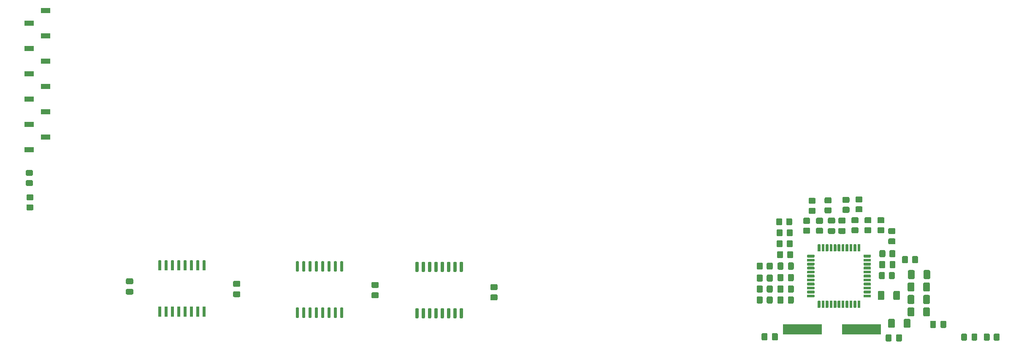
<source format=gbr>
G04 #@! TF.GenerationSoftware,KiCad,Pcbnew,5.1.5+dfsg1-2build2*
G04 #@! TF.CreationDate,2024-07-02T19:45:50+01:00*
G04 #@! TF.ProjectId,qt_touch1,71745f74-6f75-4636-9831-2e6b69636164,rev?*
G04 #@! TF.SameCoordinates,Original*
G04 #@! TF.FileFunction,Paste,Bot*
G04 #@! TF.FilePolarity,Positive*
%FSLAX46Y46*%
G04 Gerber Fmt 4.6, Leading zero omitted, Abs format (unit mm)*
G04 Created by KiCad (PCBNEW 5.1.5+dfsg1-2build2) date 2024-07-02 19:45:50*
%MOMM*%
%LPD*%
G04 APERTURE LIST*
%ADD10C,0.100000*%
%ADD11R,1.900000X1.000000*%
%ADD12R,7.875000X2.000000*%
G04 APERTURE END LIST*
D10*
G36*
X213462005Y-126801204D02*
G01*
X213486273Y-126804804D01*
X213510072Y-126810765D01*
X213533171Y-126819030D01*
X213555350Y-126829520D01*
X213576393Y-126842132D01*
X213596099Y-126856747D01*
X213614277Y-126873223D01*
X213630753Y-126891401D01*
X213645368Y-126911107D01*
X213657980Y-126932150D01*
X213668470Y-126954329D01*
X213676735Y-126977428D01*
X213682696Y-127001227D01*
X213686296Y-127025495D01*
X213687500Y-127049999D01*
X213687500Y-128350001D01*
X213686296Y-128374505D01*
X213682696Y-128398773D01*
X213676735Y-128422572D01*
X213668470Y-128445671D01*
X213657980Y-128467850D01*
X213645368Y-128488893D01*
X213630753Y-128508599D01*
X213614277Y-128526777D01*
X213596099Y-128543253D01*
X213576393Y-128557868D01*
X213555350Y-128570480D01*
X213533171Y-128580970D01*
X213510072Y-128589235D01*
X213486273Y-128595196D01*
X213462005Y-128598796D01*
X213437501Y-128600000D01*
X212612499Y-128600000D01*
X212587995Y-128598796D01*
X212563727Y-128595196D01*
X212539928Y-128589235D01*
X212516829Y-128580970D01*
X212494650Y-128570480D01*
X212473607Y-128557868D01*
X212453901Y-128543253D01*
X212435723Y-128526777D01*
X212419247Y-128508599D01*
X212404632Y-128488893D01*
X212392020Y-128467850D01*
X212381530Y-128445671D01*
X212373265Y-128422572D01*
X212367304Y-128398773D01*
X212363704Y-128374505D01*
X212362500Y-128350001D01*
X212362500Y-127049999D01*
X212363704Y-127025495D01*
X212367304Y-127001227D01*
X212373265Y-126977428D01*
X212381530Y-126954329D01*
X212392020Y-126932150D01*
X212404632Y-126911107D01*
X212419247Y-126891401D01*
X212435723Y-126873223D01*
X212453901Y-126856747D01*
X212473607Y-126842132D01*
X212494650Y-126829520D01*
X212516829Y-126819030D01*
X212539928Y-126810765D01*
X212563727Y-126804804D01*
X212587995Y-126801204D01*
X212612499Y-126800000D01*
X213437501Y-126800000D01*
X213462005Y-126801204D01*
G37*
G36*
X210337005Y-126801204D02*
G01*
X210361273Y-126804804D01*
X210385072Y-126810765D01*
X210408171Y-126819030D01*
X210430350Y-126829520D01*
X210451393Y-126842132D01*
X210471099Y-126856747D01*
X210489277Y-126873223D01*
X210505753Y-126891401D01*
X210520368Y-126911107D01*
X210532980Y-126932150D01*
X210543470Y-126954329D01*
X210551735Y-126977428D01*
X210557696Y-127001227D01*
X210561296Y-127025495D01*
X210562500Y-127049999D01*
X210562500Y-128350001D01*
X210561296Y-128374505D01*
X210557696Y-128398773D01*
X210551735Y-128422572D01*
X210543470Y-128445671D01*
X210532980Y-128467850D01*
X210520368Y-128488893D01*
X210505753Y-128508599D01*
X210489277Y-128526777D01*
X210471099Y-128543253D01*
X210451393Y-128557868D01*
X210430350Y-128570480D01*
X210408171Y-128580970D01*
X210385072Y-128589235D01*
X210361273Y-128595196D01*
X210337005Y-128598796D01*
X210312501Y-128600000D01*
X209487499Y-128600000D01*
X209462995Y-128598796D01*
X209438727Y-128595196D01*
X209414928Y-128589235D01*
X209391829Y-128580970D01*
X209369650Y-128570480D01*
X209348607Y-128557868D01*
X209328901Y-128543253D01*
X209310723Y-128526777D01*
X209294247Y-128508599D01*
X209279632Y-128488893D01*
X209267020Y-128467850D01*
X209256530Y-128445671D01*
X209248265Y-128422572D01*
X209242304Y-128398773D01*
X209238704Y-128374505D01*
X209237500Y-128350001D01*
X209237500Y-127049999D01*
X209238704Y-127025495D01*
X209242304Y-127001227D01*
X209248265Y-126977428D01*
X209256530Y-126954329D01*
X209267020Y-126932150D01*
X209279632Y-126911107D01*
X209294247Y-126891401D01*
X209310723Y-126873223D01*
X209328901Y-126856747D01*
X209348607Y-126842132D01*
X209369650Y-126829520D01*
X209391829Y-126819030D01*
X209414928Y-126810765D01*
X209438727Y-126804804D01*
X209462995Y-126801204D01*
X209487499Y-126800000D01*
X210312501Y-126800000D01*
X210337005Y-126801204D01*
G37*
G36*
X213399505Y-131801204D02*
G01*
X213423773Y-131804804D01*
X213447572Y-131810765D01*
X213470671Y-131819030D01*
X213492850Y-131829520D01*
X213513893Y-131842132D01*
X213533599Y-131856747D01*
X213551777Y-131873223D01*
X213568253Y-131891401D01*
X213582868Y-131911107D01*
X213595480Y-131932150D01*
X213605970Y-131954329D01*
X213614235Y-131977428D01*
X213620196Y-132001227D01*
X213623796Y-132025495D01*
X213625000Y-132049999D01*
X213625000Y-133350001D01*
X213623796Y-133374505D01*
X213620196Y-133398773D01*
X213614235Y-133422572D01*
X213605970Y-133445671D01*
X213595480Y-133467850D01*
X213582868Y-133488893D01*
X213568253Y-133508599D01*
X213551777Y-133526777D01*
X213533599Y-133543253D01*
X213513893Y-133557868D01*
X213492850Y-133570480D01*
X213470671Y-133580970D01*
X213447572Y-133589235D01*
X213423773Y-133595196D01*
X213399505Y-133598796D01*
X213375001Y-133600000D01*
X212549999Y-133600000D01*
X212525495Y-133598796D01*
X212501227Y-133595196D01*
X212477428Y-133589235D01*
X212454329Y-133580970D01*
X212432150Y-133570480D01*
X212411107Y-133557868D01*
X212391401Y-133543253D01*
X212373223Y-133526777D01*
X212356747Y-133508599D01*
X212342132Y-133488893D01*
X212329520Y-133467850D01*
X212319030Y-133445671D01*
X212310765Y-133422572D01*
X212304804Y-133398773D01*
X212301204Y-133374505D01*
X212300000Y-133350001D01*
X212300000Y-132049999D01*
X212301204Y-132025495D01*
X212304804Y-132001227D01*
X212310765Y-131977428D01*
X212319030Y-131954329D01*
X212329520Y-131932150D01*
X212342132Y-131911107D01*
X212356747Y-131891401D01*
X212373223Y-131873223D01*
X212391401Y-131856747D01*
X212411107Y-131842132D01*
X212432150Y-131829520D01*
X212454329Y-131819030D01*
X212477428Y-131810765D01*
X212501227Y-131804804D01*
X212525495Y-131801204D01*
X212549999Y-131800000D01*
X213375001Y-131800000D01*
X213399505Y-131801204D01*
G37*
G36*
X210274505Y-131801204D02*
G01*
X210298773Y-131804804D01*
X210322572Y-131810765D01*
X210345671Y-131819030D01*
X210367850Y-131829520D01*
X210388893Y-131842132D01*
X210408599Y-131856747D01*
X210426777Y-131873223D01*
X210443253Y-131891401D01*
X210457868Y-131911107D01*
X210470480Y-131932150D01*
X210480970Y-131954329D01*
X210489235Y-131977428D01*
X210495196Y-132001227D01*
X210498796Y-132025495D01*
X210500000Y-132049999D01*
X210500000Y-133350001D01*
X210498796Y-133374505D01*
X210495196Y-133398773D01*
X210489235Y-133422572D01*
X210480970Y-133445671D01*
X210470480Y-133467850D01*
X210457868Y-133488893D01*
X210443253Y-133508599D01*
X210426777Y-133526777D01*
X210408599Y-133543253D01*
X210388893Y-133557868D01*
X210367850Y-133570480D01*
X210345671Y-133580970D01*
X210322572Y-133589235D01*
X210298773Y-133595196D01*
X210274505Y-133598796D01*
X210250001Y-133600000D01*
X209424999Y-133600000D01*
X209400495Y-133598796D01*
X209376227Y-133595196D01*
X209352428Y-133589235D01*
X209329329Y-133580970D01*
X209307150Y-133570480D01*
X209286107Y-133557868D01*
X209266401Y-133543253D01*
X209248223Y-133526777D01*
X209231747Y-133508599D01*
X209217132Y-133488893D01*
X209204520Y-133467850D01*
X209194030Y-133445671D01*
X209185765Y-133422572D01*
X209179804Y-133398773D01*
X209176204Y-133374505D01*
X209175000Y-133350001D01*
X209175000Y-132049999D01*
X209176204Y-132025495D01*
X209179804Y-132001227D01*
X209185765Y-131977428D01*
X209194030Y-131954329D01*
X209204520Y-131932150D01*
X209217132Y-131911107D01*
X209231747Y-131891401D01*
X209248223Y-131873223D01*
X209266401Y-131856747D01*
X209286107Y-131842132D01*
X209307150Y-131829520D01*
X209329329Y-131819030D01*
X209352428Y-131810765D01*
X209376227Y-131804804D01*
X209400495Y-131801204D01*
X209424999Y-131800000D01*
X210250001Y-131800000D01*
X210274505Y-131801204D01*
G37*
G36*
X213399505Y-134301204D02*
G01*
X213423773Y-134304804D01*
X213447572Y-134310765D01*
X213470671Y-134319030D01*
X213492850Y-134329520D01*
X213513893Y-134342132D01*
X213533599Y-134356747D01*
X213551777Y-134373223D01*
X213568253Y-134391401D01*
X213582868Y-134411107D01*
X213595480Y-134432150D01*
X213605970Y-134454329D01*
X213614235Y-134477428D01*
X213620196Y-134501227D01*
X213623796Y-134525495D01*
X213625000Y-134549999D01*
X213625000Y-135850001D01*
X213623796Y-135874505D01*
X213620196Y-135898773D01*
X213614235Y-135922572D01*
X213605970Y-135945671D01*
X213595480Y-135967850D01*
X213582868Y-135988893D01*
X213568253Y-136008599D01*
X213551777Y-136026777D01*
X213533599Y-136043253D01*
X213513893Y-136057868D01*
X213492850Y-136070480D01*
X213470671Y-136080970D01*
X213447572Y-136089235D01*
X213423773Y-136095196D01*
X213399505Y-136098796D01*
X213375001Y-136100000D01*
X212549999Y-136100000D01*
X212525495Y-136098796D01*
X212501227Y-136095196D01*
X212477428Y-136089235D01*
X212454329Y-136080970D01*
X212432150Y-136070480D01*
X212411107Y-136057868D01*
X212391401Y-136043253D01*
X212373223Y-136026777D01*
X212356747Y-136008599D01*
X212342132Y-135988893D01*
X212329520Y-135967850D01*
X212319030Y-135945671D01*
X212310765Y-135922572D01*
X212304804Y-135898773D01*
X212301204Y-135874505D01*
X212300000Y-135850001D01*
X212300000Y-134549999D01*
X212301204Y-134525495D01*
X212304804Y-134501227D01*
X212310765Y-134477428D01*
X212319030Y-134454329D01*
X212329520Y-134432150D01*
X212342132Y-134411107D01*
X212356747Y-134391401D01*
X212373223Y-134373223D01*
X212391401Y-134356747D01*
X212411107Y-134342132D01*
X212432150Y-134329520D01*
X212454329Y-134319030D01*
X212477428Y-134310765D01*
X212501227Y-134304804D01*
X212525495Y-134301204D01*
X212549999Y-134300000D01*
X213375001Y-134300000D01*
X213399505Y-134301204D01*
G37*
G36*
X210274505Y-134301204D02*
G01*
X210298773Y-134304804D01*
X210322572Y-134310765D01*
X210345671Y-134319030D01*
X210367850Y-134329520D01*
X210388893Y-134342132D01*
X210408599Y-134356747D01*
X210426777Y-134373223D01*
X210443253Y-134391401D01*
X210457868Y-134411107D01*
X210470480Y-134432150D01*
X210480970Y-134454329D01*
X210489235Y-134477428D01*
X210495196Y-134501227D01*
X210498796Y-134525495D01*
X210500000Y-134549999D01*
X210500000Y-135850001D01*
X210498796Y-135874505D01*
X210495196Y-135898773D01*
X210489235Y-135922572D01*
X210480970Y-135945671D01*
X210470480Y-135967850D01*
X210457868Y-135988893D01*
X210443253Y-136008599D01*
X210426777Y-136026777D01*
X210408599Y-136043253D01*
X210388893Y-136057868D01*
X210367850Y-136070480D01*
X210345671Y-136080970D01*
X210322572Y-136089235D01*
X210298773Y-136095196D01*
X210274505Y-136098796D01*
X210250001Y-136100000D01*
X209424999Y-136100000D01*
X209400495Y-136098796D01*
X209376227Y-136095196D01*
X209352428Y-136089235D01*
X209329329Y-136080970D01*
X209307150Y-136070480D01*
X209286107Y-136057868D01*
X209266401Y-136043253D01*
X209248223Y-136026777D01*
X209231747Y-136008599D01*
X209217132Y-135988893D01*
X209204520Y-135967850D01*
X209194030Y-135945671D01*
X209185765Y-135922572D01*
X209179804Y-135898773D01*
X209176204Y-135874505D01*
X209175000Y-135850001D01*
X209175000Y-134549999D01*
X209176204Y-134525495D01*
X209179804Y-134501227D01*
X209185765Y-134477428D01*
X209194030Y-134454329D01*
X209204520Y-134432150D01*
X209217132Y-134411107D01*
X209231747Y-134391401D01*
X209248223Y-134373223D01*
X209266401Y-134356747D01*
X209286107Y-134342132D01*
X209307150Y-134329520D01*
X209329329Y-134319030D01*
X209352428Y-134310765D01*
X209376227Y-134304804D01*
X209400495Y-134301204D01*
X209424999Y-134300000D01*
X210250001Y-134300000D01*
X210274505Y-134301204D01*
G37*
G36*
X213399505Y-129301204D02*
G01*
X213423773Y-129304804D01*
X213447572Y-129310765D01*
X213470671Y-129319030D01*
X213492850Y-129329520D01*
X213513893Y-129342132D01*
X213533599Y-129356747D01*
X213551777Y-129373223D01*
X213568253Y-129391401D01*
X213582868Y-129411107D01*
X213595480Y-129432150D01*
X213605970Y-129454329D01*
X213614235Y-129477428D01*
X213620196Y-129501227D01*
X213623796Y-129525495D01*
X213625000Y-129549999D01*
X213625000Y-130850001D01*
X213623796Y-130874505D01*
X213620196Y-130898773D01*
X213614235Y-130922572D01*
X213605970Y-130945671D01*
X213595480Y-130967850D01*
X213582868Y-130988893D01*
X213568253Y-131008599D01*
X213551777Y-131026777D01*
X213533599Y-131043253D01*
X213513893Y-131057868D01*
X213492850Y-131070480D01*
X213470671Y-131080970D01*
X213447572Y-131089235D01*
X213423773Y-131095196D01*
X213399505Y-131098796D01*
X213375001Y-131100000D01*
X212549999Y-131100000D01*
X212525495Y-131098796D01*
X212501227Y-131095196D01*
X212477428Y-131089235D01*
X212454329Y-131080970D01*
X212432150Y-131070480D01*
X212411107Y-131057868D01*
X212391401Y-131043253D01*
X212373223Y-131026777D01*
X212356747Y-131008599D01*
X212342132Y-130988893D01*
X212329520Y-130967850D01*
X212319030Y-130945671D01*
X212310765Y-130922572D01*
X212304804Y-130898773D01*
X212301204Y-130874505D01*
X212300000Y-130850001D01*
X212300000Y-129549999D01*
X212301204Y-129525495D01*
X212304804Y-129501227D01*
X212310765Y-129477428D01*
X212319030Y-129454329D01*
X212329520Y-129432150D01*
X212342132Y-129411107D01*
X212356747Y-129391401D01*
X212373223Y-129373223D01*
X212391401Y-129356747D01*
X212411107Y-129342132D01*
X212432150Y-129329520D01*
X212454329Y-129319030D01*
X212477428Y-129310765D01*
X212501227Y-129304804D01*
X212525495Y-129301204D01*
X212549999Y-129300000D01*
X213375001Y-129300000D01*
X213399505Y-129301204D01*
G37*
G36*
X210274505Y-129301204D02*
G01*
X210298773Y-129304804D01*
X210322572Y-129310765D01*
X210345671Y-129319030D01*
X210367850Y-129329520D01*
X210388893Y-129342132D01*
X210408599Y-129356747D01*
X210426777Y-129373223D01*
X210443253Y-129391401D01*
X210457868Y-129411107D01*
X210470480Y-129432150D01*
X210480970Y-129454329D01*
X210489235Y-129477428D01*
X210495196Y-129501227D01*
X210498796Y-129525495D01*
X210500000Y-129549999D01*
X210500000Y-130850001D01*
X210498796Y-130874505D01*
X210495196Y-130898773D01*
X210489235Y-130922572D01*
X210480970Y-130945671D01*
X210470480Y-130967850D01*
X210457868Y-130988893D01*
X210443253Y-131008599D01*
X210426777Y-131026777D01*
X210408599Y-131043253D01*
X210388893Y-131057868D01*
X210367850Y-131070480D01*
X210345671Y-131080970D01*
X210322572Y-131089235D01*
X210298773Y-131095196D01*
X210274505Y-131098796D01*
X210250001Y-131100000D01*
X209424999Y-131100000D01*
X209400495Y-131098796D01*
X209376227Y-131095196D01*
X209352428Y-131089235D01*
X209329329Y-131080970D01*
X209307150Y-131070480D01*
X209286107Y-131057868D01*
X209266401Y-131043253D01*
X209248223Y-131026777D01*
X209231747Y-131008599D01*
X209217132Y-130988893D01*
X209204520Y-130967850D01*
X209194030Y-130945671D01*
X209185765Y-130922572D01*
X209179804Y-130898773D01*
X209176204Y-130874505D01*
X209175000Y-130850001D01*
X209175000Y-129549999D01*
X209176204Y-129525495D01*
X209179804Y-129501227D01*
X209185765Y-129477428D01*
X209194030Y-129454329D01*
X209204520Y-129432150D01*
X209217132Y-129411107D01*
X209231747Y-129391401D01*
X209248223Y-129373223D01*
X209266401Y-129356747D01*
X209286107Y-129342132D01*
X209307150Y-129329520D01*
X209329329Y-129319030D01*
X209352428Y-129310765D01*
X209376227Y-129304804D01*
X209400495Y-129301204D01*
X209424999Y-129300000D01*
X210250001Y-129300000D01*
X210274505Y-129301204D01*
G37*
G36*
X206374505Y-136601204D02*
G01*
X206398773Y-136604804D01*
X206422572Y-136610765D01*
X206445671Y-136619030D01*
X206467850Y-136629520D01*
X206488893Y-136642132D01*
X206508599Y-136656747D01*
X206526777Y-136673223D01*
X206543253Y-136691401D01*
X206557868Y-136711107D01*
X206570480Y-136732150D01*
X206580970Y-136754329D01*
X206589235Y-136777428D01*
X206595196Y-136801227D01*
X206598796Y-136825495D01*
X206600000Y-136849999D01*
X206600000Y-138150001D01*
X206598796Y-138174505D01*
X206595196Y-138198773D01*
X206589235Y-138222572D01*
X206580970Y-138245671D01*
X206570480Y-138267850D01*
X206557868Y-138288893D01*
X206543253Y-138308599D01*
X206526777Y-138326777D01*
X206508599Y-138343253D01*
X206488893Y-138357868D01*
X206467850Y-138370480D01*
X206445671Y-138380970D01*
X206422572Y-138389235D01*
X206398773Y-138395196D01*
X206374505Y-138398796D01*
X206350001Y-138400000D01*
X205524999Y-138400000D01*
X205500495Y-138398796D01*
X205476227Y-138395196D01*
X205452428Y-138389235D01*
X205429329Y-138380970D01*
X205407150Y-138370480D01*
X205386107Y-138357868D01*
X205366401Y-138343253D01*
X205348223Y-138326777D01*
X205331747Y-138308599D01*
X205317132Y-138288893D01*
X205304520Y-138267850D01*
X205294030Y-138245671D01*
X205285765Y-138222572D01*
X205279804Y-138198773D01*
X205276204Y-138174505D01*
X205275000Y-138150001D01*
X205275000Y-136849999D01*
X205276204Y-136825495D01*
X205279804Y-136801227D01*
X205285765Y-136777428D01*
X205294030Y-136754329D01*
X205304520Y-136732150D01*
X205317132Y-136711107D01*
X205331747Y-136691401D01*
X205348223Y-136673223D01*
X205366401Y-136656747D01*
X205386107Y-136642132D01*
X205407150Y-136629520D01*
X205429329Y-136619030D01*
X205452428Y-136610765D01*
X205476227Y-136604804D01*
X205500495Y-136601204D01*
X205524999Y-136600000D01*
X206350001Y-136600000D01*
X206374505Y-136601204D01*
G37*
G36*
X209499505Y-136601204D02*
G01*
X209523773Y-136604804D01*
X209547572Y-136610765D01*
X209570671Y-136619030D01*
X209592850Y-136629520D01*
X209613893Y-136642132D01*
X209633599Y-136656747D01*
X209651777Y-136673223D01*
X209668253Y-136691401D01*
X209682868Y-136711107D01*
X209695480Y-136732150D01*
X209705970Y-136754329D01*
X209714235Y-136777428D01*
X209720196Y-136801227D01*
X209723796Y-136825495D01*
X209725000Y-136849999D01*
X209725000Y-138150001D01*
X209723796Y-138174505D01*
X209720196Y-138198773D01*
X209714235Y-138222572D01*
X209705970Y-138245671D01*
X209695480Y-138267850D01*
X209682868Y-138288893D01*
X209668253Y-138308599D01*
X209651777Y-138326777D01*
X209633599Y-138343253D01*
X209613893Y-138357868D01*
X209592850Y-138370480D01*
X209570671Y-138380970D01*
X209547572Y-138389235D01*
X209523773Y-138395196D01*
X209499505Y-138398796D01*
X209475001Y-138400000D01*
X208649999Y-138400000D01*
X208625495Y-138398796D01*
X208601227Y-138395196D01*
X208577428Y-138389235D01*
X208554329Y-138380970D01*
X208532150Y-138370480D01*
X208511107Y-138357868D01*
X208491401Y-138343253D01*
X208473223Y-138326777D01*
X208456747Y-138308599D01*
X208442132Y-138288893D01*
X208429520Y-138267850D01*
X208419030Y-138245671D01*
X208410765Y-138222572D01*
X208404804Y-138198773D01*
X208401204Y-138174505D01*
X208400000Y-138150001D01*
X208400000Y-136849999D01*
X208401204Y-136825495D01*
X208404804Y-136801227D01*
X208410765Y-136777428D01*
X208419030Y-136754329D01*
X208429520Y-136732150D01*
X208442132Y-136711107D01*
X208456747Y-136691401D01*
X208473223Y-136673223D01*
X208491401Y-136656747D01*
X208511107Y-136642132D01*
X208532150Y-136629520D01*
X208554329Y-136619030D01*
X208577428Y-136610765D01*
X208601227Y-136604804D01*
X208625495Y-136601204D01*
X208649999Y-136600000D01*
X209475001Y-136600000D01*
X209499505Y-136601204D01*
G37*
G36*
X204274505Y-131001204D02*
G01*
X204298773Y-131004804D01*
X204322572Y-131010765D01*
X204345671Y-131019030D01*
X204367850Y-131029520D01*
X204388893Y-131042132D01*
X204408599Y-131056747D01*
X204426777Y-131073223D01*
X204443253Y-131091401D01*
X204457868Y-131111107D01*
X204470480Y-131132150D01*
X204480970Y-131154329D01*
X204489235Y-131177428D01*
X204495196Y-131201227D01*
X204498796Y-131225495D01*
X204500000Y-131249999D01*
X204500000Y-132550001D01*
X204498796Y-132574505D01*
X204495196Y-132598773D01*
X204489235Y-132622572D01*
X204480970Y-132645671D01*
X204470480Y-132667850D01*
X204457868Y-132688893D01*
X204443253Y-132708599D01*
X204426777Y-132726777D01*
X204408599Y-132743253D01*
X204388893Y-132757868D01*
X204367850Y-132770480D01*
X204345671Y-132780970D01*
X204322572Y-132789235D01*
X204298773Y-132795196D01*
X204274505Y-132798796D01*
X204250001Y-132800000D01*
X203424999Y-132800000D01*
X203400495Y-132798796D01*
X203376227Y-132795196D01*
X203352428Y-132789235D01*
X203329329Y-132780970D01*
X203307150Y-132770480D01*
X203286107Y-132757868D01*
X203266401Y-132743253D01*
X203248223Y-132726777D01*
X203231747Y-132708599D01*
X203217132Y-132688893D01*
X203204520Y-132667850D01*
X203194030Y-132645671D01*
X203185765Y-132622572D01*
X203179804Y-132598773D01*
X203176204Y-132574505D01*
X203175000Y-132550001D01*
X203175000Y-131249999D01*
X203176204Y-131225495D01*
X203179804Y-131201227D01*
X203185765Y-131177428D01*
X203194030Y-131154329D01*
X203204520Y-131132150D01*
X203217132Y-131111107D01*
X203231747Y-131091401D01*
X203248223Y-131073223D01*
X203266401Y-131056747D01*
X203286107Y-131042132D01*
X203307150Y-131029520D01*
X203329329Y-131019030D01*
X203352428Y-131010765D01*
X203376227Y-131004804D01*
X203400495Y-131001204D01*
X203424999Y-131000000D01*
X204250001Y-131000000D01*
X204274505Y-131001204D01*
G37*
G36*
X207399505Y-131001204D02*
G01*
X207423773Y-131004804D01*
X207447572Y-131010765D01*
X207470671Y-131019030D01*
X207492850Y-131029520D01*
X207513893Y-131042132D01*
X207533599Y-131056747D01*
X207551777Y-131073223D01*
X207568253Y-131091401D01*
X207582868Y-131111107D01*
X207595480Y-131132150D01*
X207605970Y-131154329D01*
X207614235Y-131177428D01*
X207620196Y-131201227D01*
X207623796Y-131225495D01*
X207625000Y-131249999D01*
X207625000Y-132550001D01*
X207623796Y-132574505D01*
X207620196Y-132598773D01*
X207614235Y-132622572D01*
X207605970Y-132645671D01*
X207595480Y-132667850D01*
X207582868Y-132688893D01*
X207568253Y-132708599D01*
X207551777Y-132726777D01*
X207533599Y-132743253D01*
X207513893Y-132757868D01*
X207492850Y-132770480D01*
X207470671Y-132780970D01*
X207447572Y-132789235D01*
X207423773Y-132795196D01*
X207399505Y-132798796D01*
X207375001Y-132800000D01*
X206549999Y-132800000D01*
X206525495Y-132798796D01*
X206501227Y-132795196D01*
X206477428Y-132789235D01*
X206454329Y-132780970D01*
X206432150Y-132770480D01*
X206411107Y-132757868D01*
X206391401Y-132743253D01*
X206373223Y-132726777D01*
X206356747Y-132708599D01*
X206342132Y-132688893D01*
X206329520Y-132667850D01*
X206319030Y-132645671D01*
X206310765Y-132622572D01*
X206304804Y-132598773D01*
X206301204Y-132574505D01*
X206300000Y-132550001D01*
X206300000Y-131249999D01*
X206301204Y-131225495D01*
X206304804Y-131201227D01*
X206310765Y-131177428D01*
X206319030Y-131154329D01*
X206329520Y-131132150D01*
X206342132Y-131111107D01*
X206356747Y-131091401D01*
X206373223Y-131073223D01*
X206391401Y-131056747D01*
X206411107Y-131042132D01*
X206432150Y-131029520D01*
X206454329Y-131019030D01*
X206477428Y-131010765D01*
X206501227Y-131004804D01*
X206525495Y-131001204D01*
X206549999Y-131000000D01*
X207375001Y-131000000D01*
X207399505Y-131001204D01*
G37*
G36*
X110919703Y-134425722D02*
G01*
X110934264Y-134427882D01*
X110948543Y-134431459D01*
X110962403Y-134436418D01*
X110975710Y-134442712D01*
X110988336Y-134450280D01*
X111000159Y-134459048D01*
X111011066Y-134468934D01*
X111020952Y-134479841D01*
X111029720Y-134491664D01*
X111037288Y-134504290D01*
X111043582Y-134517597D01*
X111048541Y-134531457D01*
X111052118Y-134545736D01*
X111054278Y-134560297D01*
X111055000Y-134575000D01*
X111055000Y-136325000D01*
X111054278Y-136339703D01*
X111052118Y-136354264D01*
X111048541Y-136368543D01*
X111043582Y-136382403D01*
X111037288Y-136395710D01*
X111029720Y-136408336D01*
X111020952Y-136420159D01*
X111011066Y-136431066D01*
X111000159Y-136440952D01*
X110988336Y-136449720D01*
X110975710Y-136457288D01*
X110962403Y-136463582D01*
X110948543Y-136468541D01*
X110934264Y-136472118D01*
X110919703Y-136474278D01*
X110905000Y-136475000D01*
X110605000Y-136475000D01*
X110590297Y-136474278D01*
X110575736Y-136472118D01*
X110561457Y-136468541D01*
X110547597Y-136463582D01*
X110534290Y-136457288D01*
X110521664Y-136449720D01*
X110509841Y-136440952D01*
X110498934Y-136431066D01*
X110489048Y-136420159D01*
X110480280Y-136408336D01*
X110472712Y-136395710D01*
X110466418Y-136382403D01*
X110461459Y-136368543D01*
X110457882Y-136354264D01*
X110455722Y-136339703D01*
X110455000Y-136325000D01*
X110455000Y-134575000D01*
X110455722Y-134560297D01*
X110457882Y-134545736D01*
X110461459Y-134531457D01*
X110466418Y-134517597D01*
X110472712Y-134504290D01*
X110480280Y-134491664D01*
X110489048Y-134479841D01*
X110498934Y-134468934D01*
X110509841Y-134459048D01*
X110521664Y-134450280D01*
X110534290Y-134442712D01*
X110547597Y-134436418D01*
X110561457Y-134431459D01*
X110575736Y-134427882D01*
X110590297Y-134425722D01*
X110605000Y-134425000D01*
X110905000Y-134425000D01*
X110919703Y-134425722D01*
G37*
G36*
X112189703Y-134425722D02*
G01*
X112204264Y-134427882D01*
X112218543Y-134431459D01*
X112232403Y-134436418D01*
X112245710Y-134442712D01*
X112258336Y-134450280D01*
X112270159Y-134459048D01*
X112281066Y-134468934D01*
X112290952Y-134479841D01*
X112299720Y-134491664D01*
X112307288Y-134504290D01*
X112313582Y-134517597D01*
X112318541Y-134531457D01*
X112322118Y-134545736D01*
X112324278Y-134560297D01*
X112325000Y-134575000D01*
X112325000Y-136325000D01*
X112324278Y-136339703D01*
X112322118Y-136354264D01*
X112318541Y-136368543D01*
X112313582Y-136382403D01*
X112307288Y-136395710D01*
X112299720Y-136408336D01*
X112290952Y-136420159D01*
X112281066Y-136431066D01*
X112270159Y-136440952D01*
X112258336Y-136449720D01*
X112245710Y-136457288D01*
X112232403Y-136463582D01*
X112218543Y-136468541D01*
X112204264Y-136472118D01*
X112189703Y-136474278D01*
X112175000Y-136475000D01*
X111875000Y-136475000D01*
X111860297Y-136474278D01*
X111845736Y-136472118D01*
X111831457Y-136468541D01*
X111817597Y-136463582D01*
X111804290Y-136457288D01*
X111791664Y-136449720D01*
X111779841Y-136440952D01*
X111768934Y-136431066D01*
X111759048Y-136420159D01*
X111750280Y-136408336D01*
X111742712Y-136395710D01*
X111736418Y-136382403D01*
X111731459Y-136368543D01*
X111727882Y-136354264D01*
X111725722Y-136339703D01*
X111725000Y-136325000D01*
X111725000Y-134575000D01*
X111725722Y-134560297D01*
X111727882Y-134545736D01*
X111731459Y-134531457D01*
X111736418Y-134517597D01*
X111742712Y-134504290D01*
X111750280Y-134491664D01*
X111759048Y-134479841D01*
X111768934Y-134468934D01*
X111779841Y-134459048D01*
X111791664Y-134450280D01*
X111804290Y-134442712D01*
X111817597Y-134436418D01*
X111831457Y-134431459D01*
X111845736Y-134427882D01*
X111860297Y-134425722D01*
X111875000Y-134425000D01*
X112175000Y-134425000D01*
X112189703Y-134425722D01*
G37*
G36*
X113459703Y-134425722D02*
G01*
X113474264Y-134427882D01*
X113488543Y-134431459D01*
X113502403Y-134436418D01*
X113515710Y-134442712D01*
X113528336Y-134450280D01*
X113540159Y-134459048D01*
X113551066Y-134468934D01*
X113560952Y-134479841D01*
X113569720Y-134491664D01*
X113577288Y-134504290D01*
X113583582Y-134517597D01*
X113588541Y-134531457D01*
X113592118Y-134545736D01*
X113594278Y-134560297D01*
X113595000Y-134575000D01*
X113595000Y-136325000D01*
X113594278Y-136339703D01*
X113592118Y-136354264D01*
X113588541Y-136368543D01*
X113583582Y-136382403D01*
X113577288Y-136395710D01*
X113569720Y-136408336D01*
X113560952Y-136420159D01*
X113551066Y-136431066D01*
X113540159Y-136440952D01*
X113528336Y-136449720D01*
X113515710Y-136457288D01*
X113502403Y-136463582D01*
X113488543Y-136468541D01*
X113474264Y-136472118D01*
X113459703Y-136474278D01*
X113445000Y-136475000D01*
X113145000Y-136475000D01*
X113130297Y-136474278D01*
X113115736Y-136472118D01*
X113101457Y-136468541D01*
X113087597Y-136463582D01*
X113074290Y-136457288D01*
X113061664Y-136449720D01*
X113049841Y-136440952D01*
X113038934Y-136431066D01*
X113029048Y-136420159D01*
X113020280Y-136408336D01*
X113012712Y-136395710D01*
X113006418Y-136382403D01*
X113001459Y-136368543D01*
X112997882Y-136354264D01*
X112995722Y-136339703D01*
X112995000Y-136325000D01*
X112995000Y-134575000D01*
X112995722Y-134560297D01*
X112997882Y-134545736D01*
X113001459Y-134531457D01*
X113006418Y-134517597D01*
X113012712Y-134504290D01*
X113020280Y-134491664D01*
X113029048Y-134479841D01*
X113038934Y-134468934D01*
X113049841Y-134459048D01*
X113061664Y-134450280D01*
X113074290Y-134442712D01*
X113087597Y-134436418D01*
X113101457Y-134431459D01*
X113115736Y-134427882D01*
X113130297Y-134425722D01*
X113145000Y-134425000D01*
X113445000Y-134425000D01*
X113459703Y-134425722D01*
G37*
G36*
X114729703Y-134425722D02*
G01*
X114744264Y-134427882D01*
X114758543Y-134431459D01*
X114772403Y-134436418D01*
X114785710Y-134442712D01*
X114798336Y-134450280D01*
X114810159Y-134459048D01*
X114821066Y-134468934D01*
X114830952Y-134479841D01*
X114839720Y-134491664D01*
X114847288Y-134504290D01*
X114853582Y-134517597D01*
X114858541Y-134531457D01*
X114862118Y-134545736D01*
X114864278Y-134560297D01*
X114865000Y-134575000D01*
X114865000Y-136325000D01*
X114864278Y-136339703D01*
X114862118Y-136354264D01*
X114858541Y-136368543D01*
X114853582Y-136382403D01*
X114847288Y-136395710D01*
X114839720Y-136408336D01*
X114830952Y-136420159D01*
X114821066Y-136431066D01*
X114810159Y-136440952D01*
X114798336Y-136449720D01*
X114785710Y-136457288D01*
X114772403Y-136463582D01*
X114758543Y-136468541D01*
X114744264Y-136472118D01*
X114729703Y-136474278D01*
X114715000Y-136475000D01*
X114415000Y-136475000D01*
X114400297Y-136474278D01*
X114385736Y-136472118D01*
X114371457Y-136468541D01*
X114357597Y-136463582D01*
X114344290Y-136457288D01*
X114331664Y-136449720D01*
X114319841Y-136440952D01*
X114308934Y-136431066D01*
X114299048Y-136420159D01*
X114290280Y-136408336D01*
X114282712Y-136395710D01*
X114276418Y-136382403D01*
X114271459Y-136368543D01*
X114267882Y-136354264D01*
X114265722Y-136339703D01*
X114265000Y-136325000D01*
X114265000Y-134575000D01*
X114265722Y-134560297D01*
X114267882Y-134545736D01*
X114271459Y-134531457D01*
X114276418Y-134517597D01*
X114282712Y-134504290D01*
X114290280Y-134491664D01*
X114299048Y-134479841D01*
X114308934Y-134468934D01*
X114319841Y-134459048D01*
X114331664Y-134450280D01*
X114344290Y-134442712D01*
X114357597Y-134436418D01*
X114371457Y-134431459D01*
X114385736Y-134427882D01*
X114400297Y-134425722D01*
X114415000Y-134425000D01*
X114715000Y-134425000D01*
X114729703Y-134425722D01*
G37*
G36*
X115999703Y-134425722D02*
G01*
X116014264Y-134427882D01*
X116028543Y-134431459D01*
X116042403Y-134436418D01*
X116055710Y-134442712D01*
X116068336Y-134450280D01*
X116080159Y-134459048D01*
X116091066Y-134468934D01*
X116100952Y-134479841D01*
X116109720Y-134491664D01*
X116117288Y-134504290D01*
X116123582Y-134517597D01*
X116128541Y-134531457D01*
X116132118Y-134545736D01*
X116134278Y-134560297D01*
X116135000Y-134575000D01*
X116135000Y-136325000D01*
X116134278Y-136339703D01*
X116132118Y-136354264D01*
X116128541Y-136368543D01*
X116123582Y-136382403D01*
X116117288Y-136395710D01*
X116109720Y-136408336D01*
X116100952Y-136420159D01*
X116091066Y-136431066D01*
X116080159Y-136440952D01*
X116068336Y-136449720D01*
X116055710Y-136457288D01*
X116042403Y-136463582D01*
X116028543Y-136468541D01*
X116014264Y-136472118D01*
X115999703Y-136474278D01*
X115985000Y-136475000D01*
X115685000Y-136475000D01*
X115670297Y-136474278D01*
X115655736Y-136472118D01*
X115641457Y-136468541D01*
X115627597Y-136463582D01*
X115614290Y-136457288D01*
X115601664Y-136449720D01*
X115589841Y-136440952D01*
X115578934Y-136431066D01*
X115569048Y-136420159D01*
X115560280Y-136408336D01*
X115552712Y-136395710D01*
X115546418Y-136382403D01*
X115541459Y-136368543D01*
X115537882Y-136354264D01*
X115535722Y-136339703D01*
X115535000Y-136325000D01*
X115535000Y-134575000D01*
X115535722Y-134560297D01*
X115537882Y-134545736D01*
X115541459Y-134531457D01*
X115546418Y-134517597D01*
X115552712Y-134504290D01*
X115560280Y-134491664D01*
X115569048Y-134479841D01*
X115578934Y-134468934D01*
X115589841Y-134459048D01*
X115601664Y-134450280D01*
X115614290Y-134442712D01*
X115627597Y-134436418D01*
X115641457Y-134431459D01*
X115655736Y-134427882D01*
X115670297Y-134425722D01*
X115685000Y-134425000D01*
X115985000Y-134425000D01*
X115999703Y-134425722D01*
G37*
G36*
X117269703Y-134425722D02*
G01*
X117284264Y-134427882D01*
X117298543Y-134431459D01*
X117312403Y-134436418D01*
X117325710Y-134442712D01*
X117338336Y-134450280D01*
X117350159Y-134459048D01*
X117361066Y-134468934D01*
X117370952Y-134479841D01*
X117379720Y-134491664D01*
X117387288Y-134504290D01*
X117393582Y-134517597D01*
X117398541Y-134531457D01*
X117402118Y-134545736D01*
X117404278Y-134560297D01*
X117405000Y-134575000D01*
X117405000Y-136325000D01*
X117404278Y-136339703D01*
X117402118Y-136354264D01*
X117398541Y-136368543D01*
X117393582Y-136382403D01*
X117387288Y-136395710D01*
X117379720Y-136408336D01*
X117370952Y-136420159D01*
X117361066Y-136431066D01*
X117350159Y-136440952D01*
X117338336Y-136449720D01*
X117325710Y-136457288D01*
X117312403Y-136463582D01*
X117298543Y-136468541D01*
X117284264Y-136472118D01*
X117269703Y-136474278D01*
X117255000Y-136475000D01*
X116955000Y-136475000D01*
X116940297Y-136474278D01*
X116925736Y-136472118D01*
X116911457Y-136468541D01*
X116897597Y-136463582D01*
X116884290Y-136457288D01*
X116871664Y-136449720D01*
X116859841Y-136440952D01*
X116848934Y-136431066D01*
X116839048Y-136420159D01*
X116830280Y-136408336D01*
X116822712Y-136395710D01*
X116816418Y-136382403D01*
X116811459Y-136368543D01*
X116807882Y-136354264D01*
X116805722Y-136339703D01*
X116805000Y-136325000D01*
X116805000Y-134575000D01*
X116805722Y-134560297D01*
X116807882Y-134545736D01*
X116811459Y-134531457D01*
X116816418Y-134517597D01*
X116822712Y-134504290D01*
X116830280Y-134491664D01*
X116839048Y-134479841D01*
X116848934Y-134468934D01*
X116859841Y-134459048D01*
X116871664Y-134450280D01*
X116884290Y-134442712D01*
X116897597Y-134436418D01*
X116911457Y-134431459D01*
X116925736Y-134427882D01*
X116940297Y-134425722D01*
X116955000Y-134425000D01*
X117255000Y-134425000D01*
X117269703Y-134425722D01*
G37*
G36*
X118539703Y-134425722D02*
G01*
X118554264Y-134427882D01*
X118568543Y-134431459D01*
X118582403Y-134436418D01*
X118595710Y-134442712D01*
X118608336Y-134450280D01*
X118620159Y-134459048D01*
X118631066Y-134468934D01*
X118640952Y-134479841D01*
X118649720Y-134491664D01*
X118657288Y-134504290D01*
X118663582Y-134517597D01*
X118668541Y-134531457D01*
X118672118Y-134545736D01*
X118674278Y-134560297D01*
X118675000Y-134575000D01*
X118675000Y-136325000D01*
X118674278Y-136339703D01*
X118672118Y-136354264D01*
X118668541Y-136368543D01*
X118663582Y-136382403D01*
X118657288Y-136395710D01*
X118649720Y-136408336D01*
X118640952Y-136420159D01*
X118631066Y-136431066D01*
X118620159Y-136440952D01*
X118608336Y-136449720D01*
X118595710Y-136457288D01*
X118582403Y-136463582D01*
X118568543Y-136468541D01*
X118554264Y-136472118D01*
X118539703Y-136474278D01*
X118525000Y-136475000D01*
X118225000Y-136475000D01*
X118210297Y-136474278D01*
X118195736Y-136472118D01*
X118181457Y-136468541D01*
X118167597Y-136463582D01*
X118154290Y-136457288D01*
X118141664Y-136449720D01*
X118129841Y-136440952D01*
X118118934Y-136431066D01*
X118109048Y-136420159D01*
X118100280Y-136408336D01*
X118092712Y-136395710D01*
X118086418Y-136382403D01*
X118081459Y-136368543D01*
X118077882Y-136354264D01*
X118075722Y-136339703D01*
X118075000Y-136325000D01*
X118075000Y-134575000D01*
X118075722Y-134560297D01*
X118077882Y-134545736D01*
X118081459Y-134531457D01*
X118086418Y-134517597D01*
X118092712Y-134504290D01*
X118100280Y-134491664D01*
X118109048Y-134479841D01*
X118118934Y-134468934D01*
X118129841Y-134459048D01*
X118141664Y-134450280D01*
X118154290Y-134442712D01*
X118167597Y-134436418D01*
X118181457Y-134431459D01*
X118195736Y-134427882D01*
X118210297Y-134425722D01*
X118225000Y-134425000D01*
X118525000Y-134425000D01*
X118539703Y-134425722D01*
G37*
G36*
X119809703Y-134425722D02*
G01*
X119824264Y-134427882D01*
X119838543Y-134431459D01*
X119852403Y-134436418D01*
X119865710Y-134442712D01*
X119878336Y-134450280D01*
X119890159Y-134459048D01*
X119901066Y-134468934D01*
X119910952Y-134479841D01*
X119919720Y-134491664D01*
X119927288Y-134504290D01*
X119933582Y-134517597D01*
X119938541Y-134531457D01*
X119942118Y-134545736D01*
X119944278Y-134560297D01*
X119945000Y-134575000D01*
X119945000Y-136325000D01*
X119944278Y-136339703D01*
X119942118Y-136354264D01*
X119938541Y-136368543D01*
X119933582Y-136382403D01*
X119927288Y-136395710D01*
X119919720Y-136408336D01*
X119910952Y-136420159D01*
X119901066Y-136431066D01*
X119890159Y-136440952D01*
X119878336Y-136449720D01*
X119865710Y-136457288D01*
X119852403Y-136463582D01*
X119838543Y-136468541D01*
X119824264Y-136472118D01*
X119809703Y-136474278D01*
X119795000Y-136475000D01*
X119495000Y-136475000D01*
X119480297Y-136474278D01*
X119465736Y-136472118D01*
X119451457Y-136468541D01*
X119437597Y-136463582D01*
X119424290Y-136457288D01*
X119411664Y-136449720D01*
X119399841Y-136440952D01*
X119388934Y-136431066D01*
X119379048Y-136420159D01*
X119370280Y-136408336D01*
X119362712Y-136395710D01*
X119356418Y-136382403D01*
X119351459Y-136368543D01*
X119347882Y-136354264D01*
X119345722Y-136339703D01*
X119345000Y-136325000D01*
X119345000Y-134575000D01*
X119345722Y-134560297D01*
X119347882Y-134545736D01*
X119351459Y-134531457D01*
X119356418Y-134517597D01*
X119362712Y-134504290D01*
X119370280Y-134491664D01*
X119379048Y-134479841D01*
X119388934Y-134468934D01*
X119399841Y-134459048D01*
X119411664Y-134450280D01*
X119424290Y-134442712D01*
X119437597Y-134436418D01*
X119451457Y-134431459D01*
X119465736Y-134427882D01*
X119480297Y-134425722D01*
X119495000Y-134425000D01*
X119795000Y-134425000D01*
X119809703Y-134425722D01*
G37*
G36*
X119809703Y-125125722D02*
G01*
X119824264Y-125127882D01*
X119838543Y-125131459D01*
X119852403Y-125136418D01*
X119865710Y-125142712D01*
X119878336Y-125150280D01*
X119890159Y-125159048D01*
X119901066Y-125168934D01*
X119910952Y-125179841D01*
X119919720Y-125191664D01*
X119927288Y-125204290D01*
X119933582Y-125217597D01*
X119938541Y-125231457D01*
X119942118Y-125245736D01*
X119944278Y-125260297D01*
X119945000Y-125275000D01*
X119945000Y-127025000D01*
X119944278Y-127039703D01*
X119942118Y-127054264D01*
X119938541Y-127068543D01*
X119933582Y-127082403D01*
X119927288Y-127095710D01*
X119919720Y-127108336D01*
X119910952Y-127120159D01*
X119901066Y-127131066D01*
X119890159Y-127140952D01*
X119878336Y-127149720D01*
X119865710Y-127157288D01*
X119852403Y-127163582D01*
X119838543Y-127168541D01*
X119824264Y-127172118D01*
X119809703Y-127174278D01*
X119795000Y-127175000D01*
X119495000Y-127175000D01*
X119480297Y-127174278D01*
X119465736Y-127172118D01*
X119451457Y-127168541D01*
X119437597Y-127163582D01*
X119424290Y-127157288D01*
X119411664Y-127149720D01*
X119399841Y-127140952D01*
X119388934Y-127131066D01*
X119379048Y-127120159D01*
X119370280Y-127108336D01*
X119362712Y-127095710D01*
X119356418Y-127082403D01*
X119351459Y-127068543D01*
X119347882Y-127054264D01*
X119345722Y-127039703D01*
X119345000Y-127025000D01*
X119345000Y-125275000D01*
X119345722Y-125260297D01*
X119347882Y-125245736D01*
X119351459Y-125231457D01*
X119356418Y-125217597D01*
X119362712Y-125204290D01*
X119370280Y-125191664D01*
X119379048Y-125179841D01*
X119388934Y-125168934D01*
X119399841Y-125159048D01*
X119411664Y-125150280D01*
X119424290Y-125142712D01*
X119437597Y-125136418D01*
X119451457Y-125131459D01*
X119465736Y-125127882D01*
X119480297Y-125125722D01*
X119495000Y-125125000D01*
X119795000Y-125125000D01*
X119809703Y-125125722D01*
G37*
G36*
X118539703Y-125125722D02*
G01*
X118554264Y-125127882D01*
X118568543Y-125131459D01*
X118582403Y-125136418D01*
X118595710Y-125142712D01*
X118608336Y-125150280D01*
X118620159Y-125159048D01*
X118631066Y-125168934D01*
X118640952Y-125179841D01*
X118649720Y-125191664D01*
X118657288Y-125204290D01*
X118663582Y-125217597D01*
X118668541Y-125231457D01*
X118672118Y-125245736D01*
X118674278Y-125260297D01*
X118675000Y-125275000D01*
X118675000Y-127025000D01*
X118674278Y-127039703D01*
X118672118Y-127054264D01*
X118668541Y-127068543D01*
X118663582Y-127082403D01*
X118657288Y-127095710D01*
X118649720Y-127108336D01*
X118640952Y-127120159D01*
X118631066Y-127131066D01*
X118620159Y-127140952D01*
X118608336Y-127149720D01*
X118595710Y-127157288D01*
X118582403Y-127163582D01*
X118568543Y-127168541D01*
X118554264Y-127172118D01*
X118539703Y-127174278D01*
X118525000Y-127175000D01*
X118225000Y-127175000D01*
X118210297Y-127174278D01*
X118195736Y-127172118D01*
X118181457Y-127168541D01*
X118167597Y-127163582D01*
X118154290Y-127157288D01*
X118141664Y-127149720D01*
X118129841Y-127140952D01*
X118118934Y-127131066D01*
X118109048Y-127120159D01*
X118100280Y-127108336D01*
X118092712Y-127095710D01*
X118086418Y-127082403D01*
X118081459Y-127068543D01*
X118077882Y-127054264D01*
X118075722Y-127039703D01*
X118075000Y-127025000D01*
X118075000Y-125275000D01*
X118075722Y-125260297D01*
X118077882Y-125245736D01*
X118081459Y-125231457D01*
X118086418Y-125217597D01*
X118092712Y-125204290D01*
X118100280Y-125191664D01*
X118109048Y-125179841D01*
X118118934Y-125168934D01*
X118129841Y-125159048D01*
X118141664Y-125150280D01*
X118154290Y-125142712D01*
X118167597Y-125136418D01*
X118181457Y-125131459D01*
X118195736Y-125127882D01*
X118210297Y-125125722D01*
X118225000Y-125125000D01*
X118525000Y-125125000D01*
X118539703Y-125125722D01*
G37*
G36*
X117269703Y-125125722D02*
G01*
X117284264Y-125127882D01*
X117298543Y-125131459D01*
X117312403Y-125136418D01*
X117325710Y-125142712D01*
X117338336Y-125150280D01*
X117350159Y-125159048D01*
X117361066Y-125168934D01*
X117370952Y-125179841D01*
X117379720Y-125191664D01*
X117387288Y-125204290D01*
X117393582Y-125217597D01*
X117398541Y-125231457D01*
X117402118Y-125245736D01*
X117404278Y-125260297D01*
X117405000Y-125275000D01*
X117405000Y-127025000D01*
X117404278Y-127039703D01*
X117402118Y-127054264D01*
X117398541Y-127068543D01*
X117393582Y-127082403D01*
X117387288Y-127095710D01*
X117379720Y-127108336D01*
X117370952Y-127120159D01*
X117361066Y-127131066D01*
X117350159Y-127140952D01*
X117338336Y-127149720D01*
X117325710Y-127157288D01*
X117312403Y-127163582D01*
X117298543Y-127168541D01*
X117284264Y-127172118D01*
X117269703Y-127174278D01*
X117255000Y-127175000D01*
X116955000Y-127175000D01*
X116940297Y-127174278D01*
X116925736Y-127172118D01*
X116911457Y-127168541D01*
X116897597Y-127163582D01*
X116884290Y-127157288D01*
X116871664Y-127149720D01*
X116859841Y-127140952D01*
X116848934Y-127131066D01*
X116839048Y-127120159D01*
X116830280Y-127108336D01*
X116822712Y-127095710D01*
X116816418Y-127082403D01*
X116811459Y-127068543D01*
X116807882Y-127054264D01*
X116805722Y-127039703D01*
X116805000Y-127025000D01*
X116805000Y-125275000D01*
X116805722Y-125260297D01*
X116807882Y-125245736D01*
X116811459Y-125231457D01*
X116816418Y-125217597D01*
X116822712Y-125204290D01*
X116830280Y-125191664D01*
X116839048Y-125179841D01*
X116848934Y-125168934D01*
X116859841Y-125159048D01*
X116871664Y-125150280D01*
X116884290Y-125142712D01*
X116897597Y-125136418D01*
X116911457Y-125131459D01*
X116925736Y-125127882D01*
X116940297Y-125125722D01*
X116955000Y-125125000D01*
X117255000Y-125125000D01*
X117269703Y-125125722D01*
G37*
G36*
X115999703Y-125125722D02*
G01*
X116014264Y-125127882D01*
X116028543Y-125131459D01*
X116042403Y-125136418D01*
X116055710Y-125142712D01*
X116068336Y-125150280D01*
X116080159Y-125159048D01*
X116091066Y-125168934D01*
X116100952Y-125179841D01*
X116109720Y-125191664D01*
X116117288Y-125204290D01*
X116123582Y-125217597D01*
X116128541Y-125231457D01*
X116132118Y-125245736D01*
X116134278Y-125260297D01*
X116135000Y-125275000D01*
X116135000Y-127025000D01*
X116134278Y-127039703D01*
X116132118Y-127054264D01*
X116128541Y-127068543D01*
X116123582Y-127082403D01*
X116117288Y-127095710D01*
X116109720Y-127108336D01*
X116100952Y-127120159D01*
X116091066Y-127131066D01*
X116080159Y-127140952D01*
X116068336Y-127149720D01*
X116055710Y-127157288D01*
X116042403Y-127163582D01*
X116028543Y-127168541D01*
X116014264Y-127172118D01*
X115999703Y-127174278D01*
X115985000Y-127175000D01*
X115685000Y-127175000D01*
X115670297Y-127174278D01*
X115655736Y-127172118D01*
X115641457Y-127168541D01*
X115627597Y-127163582D01*
X115614290Y-127157288D01*
X115601664Y-127149720D01*
X115589841Y-127140952D01*
X115578934Y-127131066D01*
X115569048Y-127120159D01*
X115560280Y-127108336D01*
X115552712Y-127095710D01*
X115546418Y-127082403D01*
X115541459Y-127068543D01*
X115537882Y-127054264D01*
X115535722Y-127039703D01*
X115535000Y-127025000D01*
X115535000Y-125275000D01*
X115535722Y-125260297D01*
X115537882Y-125245736D01*
X115541459Y-125231457D01*
X115546418Y-125217597D01*
X115552712Y-125204290D01*
X115560280Y-125191664D01*
X115569048Y-125179841D01*
X115578934Y-125168934D01*
X115589841Y-125159048D01*
X115601664Y-125150280D01*
X115614290Y-125142712D01*
X115627597Y-125136418D01*
X115641457Y-125131459D01*
X115655736Y-125127882D01*
X115670297Y-125125722D01*
X115685000Y-125125000D01*
X115985000Y-125125000D01*
X115999703Y-125125722D01*
G37*
G36*
X114729703Y-125125722D02*
G01*
X114744264Y-125127882D01*
X114758543Y-125131459D01*
X114772403Y-125136418D01*
X114785710Y-125142712D01*
X114798336Y-125150280D01*
X114810159Y-125159048D01*
X114821066Y-125168934D01*
X114830952Y-125179841D01*
X114839720Y-125191664D01*
X114847288Y-125204290D01*
X114853582Y-125217597D01*
X114858541Y-125231457D01*
X114862118Y-125245736D01*
X114864278Y-125260297D01*
X114865000Y-125275000D01*
X114865000Y-127025000D01*
X114864278Y-127039703D01*
X114862118Y-127054264D01*
X114858541Y-127068543D01*
X114853582Y-127082403D01*
X114847288Y-127095710D01*
X114839720Y-127108336D01*
X114830952Y-127120159D01*
X114821066Y-127131066D01*
X114810159Y-127140952D01*
X114798336Y-127149720D01*
X114785710Y-127157288D01*
X114772403Y-127163582D01*
X114758543Y-127168541D01*
X114744264Y-127172118D01*
X114729703Y-127174278D01*
X114715000Y-127175000D01*
X114415000Y-127175000D01*
X114400297Y-127174278D01*
X114385736Y-127172118D01*
X114371457Y-127168541D01*
X114357597Y-127163582D01*
X114344290Y-127157288D01*
X114331664Y-127149720D01*
X114319841Y-127140952D01*
X114308934Y-127131066D01*
X114299048Y-127120159D01*
X114290280Y-127108336D01*
X114282712Y-127095710D01*
X114276418Y-127082403D01*
X114271459Y-127068543D01*
X114267882Y-127054264D01*
X114265722Y-127039703D01*
X114265000Y-127025000D01*
X114265000Y-125275000D01*
X114265722Y-125260297D01*
X114267882Y-125245736D01*
X114271459Y-125231457D01*
X114276418Y-125217597D01*
X114282712Y-125204290D01*
X114290280Y-125191664D01*
X114299048Y-125179841D01*
X114308934Y-125168934D01*
X114319841Y-125159048D01*
X114331664Y-125150280D01*
X114344290Y-125142712D01*
X114357597Y-125136418D01*
X114371457Y-125131459D01*
X114385736Y-125127882D01*
X114400297Y-125125722D01*
X114415000Y-125125000D01*
X114715000Y-125125000D01*
X114729703Y-125125722D01*
G37*
G36*
X113459703Y-125125722D02*
G01*
X113474264Y-125127882D01*
X113488543Y-125131459D01*
X113502403Y-125136418D01*
X113515710Y-125142712D01*
X113528336Y-125150280D01*
X113540159Y-125159048D01*
X113551066Y-125168934D01*
X113560952Y-125179841D01*
X113569720Y-125191664D01*
X113577288Y-125204290D01*
X113583582Y-125217597D01*
X113588541Y-125231457D01*
X113592118Y-125245736D01*
X113594278Y-125260297D01*
X113595000Y-125275000D01*
X113595000Y-127025000D01*
X113594278Y-127039703D01*
X113592118Y-127054264D01*
X113588541Y-127068543D01*
X113583582Y-127082403D01*
X113577288Y-127095710D01*
X113569720Y-127108336D01*
X113560952Y-127120159D01*
X113551066Y-127131066D01*
X113540159Y-127140952D01*
X113528336Y-127149720D01*
X113515710Y-127157288D01*
X113502403Y-127163582D01*
X113488543Y-127168541D01*
X113474264Y-127172118D01*
X113459703Y-127174278D01*
X113445000Y-127175000D01*
X113145000Y-127175000D01*
X113130297Y-127174278D01*
X113115736Y-127172118D01*
X113101457Y-127168541D01*
X113087597Y-127163582D01*
X113074290Y-127157288D01*
X113061664Y-127149720D01*
X113049841Y-127140952D01*
X113038934Y-127131066D01*
X113029048Y-127120159D01*
X113020280Y-127108336D01*
X113012712Y-127095710D01*
X113006418Y-127082403D01*
X113001459Y-127068543D01*
X112997882Y-127054264D01*
X112995722Y-127039703D01*
X112995000Y-127025000D01*
X112995000Y-125275000D01*
X112995722Y-125260297D01*
X112997882Y-125245736D01*
X113001459Y-125231457D01*
X113006418Y-125217597D01*
X113012712Y-125204290D01*
X113020280Y-125191664D01*
X113029048Y-125179841D01*
X113038934Y-125168934D01*
X113049841Y-125159048D01*
X113061664Y-125150280D01*
X113074290Y-125142712D01*
X113087597Y-125136418D01*
X113101457Y-125131459D01*
X113115736Y-125127882D01*
X113130297Y-125125722D01*
X113145000Y-125125000D01*
X113445000Y-125125000D01*
X113459703Y-125125722D01*
G37*
G36*
X112189703Y-125125722D02*
G01*
X112204264Y-125127882D01*
X112218543Y-125131459D01*
X112232403Y-125136418D01*
X112245710Y-125142712D01*
X112258336Y-125150280D01*
X112270159Y-125159048D01*
X112281066Y-125168934D01*
X112290952Y-125179841D01*
X112299720Y-125191664D01*
X112307288Y-125204290D01*
X112313582Y-125217597D01*
X112318541Y-125231457D01*
X112322118Y-125245736D01*
X112324278Y-125260297D01*
X112325000Y-125275000D01*
X112325000Y-127025000D01*
X112324278Y-127039703D01*
X112322118Y-127054264D01*
X112318541Y-127068543D01*
X112313582Y-127082403D01*
X112307288Y-127095710D01*
X112299720Y-127108336D01*
X112290952Y-127120159D01*
X112281066Y-127131066D01*
X112270159Y-127140952D01*
X112258336Y-127149720D01*
X112245710Y-127157288D01*
X112232403Y-127163582D01*
X112218543Y-127168541D01*
X112204264Y-127172118D01*
X112189703Y-127174278D01*
X112175000Y-127175000D01*
X111875000Y-127175000D01*
X111860297Y-127174278D01*
X111845736Y-127172118D01*
X111831457Y-127168541D01*
X111817597Y-127163582D01*
X111804290Y-127157288D01*
X111791664Y-127149720D01*
X111779841Y-127140952D01*
X111768934Y-127131066D01*
X111759048Y-127120159D01*
X111750280Y-127108336D01*
X111742712Y-127095710D01*
X111736418Y-127082403D01*
X111731459Y-127068543D01*
X111727882Y-127054264D01*
X111725722Y-127039703D01*
X111725000Y-127025000D01*
X111725000Y-125275000D01*
X111725722Y-125260297D01*
X111727882Y-125245736D01*
X111731459Y-125231457D01*
X111736418Y-125217597D01*
X111742712Y-125204290D01*
X111750280Y-125191664D01*
X111759048Y-125179841D01*
X111768934Y-125168934D01*
X111779841Y-125159048D01*
X111791664Y-125150280D01*
X111804290Y-125142712D01*
X111817597Y-125136418D01*
X111831457Y-125131459D01*
X111845736Y-125127882D01*
X111860297Y-125125722D01*
X111875000Y-125125000D01*
X112175000Y-125125000D01*
X112189703Y-125125722D01*
G37*
G36*
X110919703Y-125125722D02*
G01*
X110934264Y-125127882D01*
X110948543Y-125131459D01*
X110962403Y-125136418D01*
X110975710Y-125142712D01*
X110988336Y-125150280D01*
X111000159Y-125159048D01*
X111011066Y-125168934D01*
X111020952Y-125179841D01*
X111029720Y-125191664D01*
X111037288Y-125204290D01*
X111043582Y-125217597D01*
X111048541Y-125231457D01*
X111052118Y-125245736D01*
X111054278Y-125260297D01*
X111055000Y-125275000D01*
X111055000Y-127025000D01*
X111054278Y-127039703D01*
X111052118Y-127054264D01*
X111048541Y-127068543D01*
X111043582Y-127082403D01*
X111037288Y-127095710D01*
X111029720Y-127108336D01*
X111020952Y-127120159D01*
X111011066Y-127131066D01*
X111000159Y-127140952D01*
X110988336Y-127149720D01*
X110975710Y-127157288D01*
X110962403Y-127163582D01*
X110948543Y-127168541D01*
X110934264Y-127172118D01*
X110919703Y-127174278D01*
X110905000Y-127175000D01*
X110605000Y-127175000D01*
X110590297Y-127174278D01*
X110575736Y-127172118D01*
X110561457Y-127168541D01*
X110547597Y-127163582D01*
X110534290Y-127157288D01*
X110521664Y-127149720D01*
X110509841Y-127140952D01*
X110498934Y-127131066D01*
X110489048Y-127120159D01*
X110480280Y-127108336D01*
X110472712Y-127095710D01*
X110466418Y-127082403D01*
X110461459Y-127068543D01*
X110457882Y-127054264D01*
X110455722Y-127039703D01*
X110455000Y-127025000D01*
X110455000Y-125275000D01*
X110455722Y-125260297D01*
X110457882Y-125245736D01*
X110461459Y-125231457D01*
X110466418Y-125217597D01*
X110472712Y-125204290D01*
X110480280Y-125191664D01*
X110489048Y-125179841D01*
X110498934Y-125168934D01*
X110509841Y-125159048D01*
X110521664Y-125150280D01*
X110534290Y-125142712D01*
X110547597Y-125136418D01*
X110561457Y-125131459D01*
X110575736Y-125127882D01*
X110590297Y-125125722D01*
X110605000Y-125125000D01*
X110905000Y-125125000D01*
X110919703Y-125125722D01*
G37*
G36*
X86919703Y-134325722D02*
G01*
X86934264Y-134327882D01*
X86948543Y-134331459D01*
X86962403Y-134336418D01*
X86975710Y-134342712D01*
X86988336Y-134350280D01*
X87000159Y-134359048D01*
X87011066Y-134368934D01*
X87020952Y-134379841D01*
X87029720Y-134391664D01*
X87037288Y-134404290D01*
X87043582Y-134417597D01*
X87048541Y-134431457D01*
X87052118Y-134445736D01*
X87054278Y-134460297D01*
X87055000Y-134475000D01*
X87055000Y-136225000D01*
X87054278Y-136239703D01*
X87052118Y-136254264D01*
X87048541Y-136268543D01*
X87043582Y-136282403D01*
X87037288Y-136295710D01*
X87029720Y-136308336D01*
X87020952Y-136320159D01*
X87011066Y-136331066D01*
X87000159Y-136340952D01*
X86988336Y-136349720D01*
X86975710Y-136357288D01*
X86962403Y-136363582D01*
X86948543Y-136368541D01*
X86934264Y-136372118D01*
X86919703Y-136374278D01*
X86905000Y-136375000D01*
X86605000Y-136375000D01*
X86590297Y-136374278D01*
X86575736Y-136372118D01*
X86561457Y-136368541D01*
X86547597Y-136363582D01*
X86534290Y-136357288D01*
X86521664Y-136349720D01*
X86509841Y-136340952D01*
X86498934Y-136331066D01*
X86489048Y-136320159D01*
X86480280Y-136308336D01*
X86472712Y-136295710D01*
X86466418Y-136282403D01*
X86461459Y-136268543D01*
X86457882Y-136254264D01*
X86455722Y-136239703D01*
X86455000Y-136225000D01*
X86455000Y-134475000D01*
X86455722Y-134460297D01*
X86457882Y-134445736D01*
X86461459Y-134431457D01*
X86466418Y-134417597D01*
X86472712Y-134404290D01*
X86480280Y-134391664D01*
X86489048Y-134379841D01*
X86498934Y-134368934D01*
X86509841Y-134359048D01*
X86521664Y-134350280D01*
X86534290Y-134342712D01*
X86547597Y-134336418D01*
X86561457Y-134331459D01*
X86575736Y-134327882D01*
X86590297Y-134325722D01*
X86605000Y-134325000D01*
X86905000Y-134325000D01*
X86919703Y-134325722D01*
G37*
G36*
X88189703Y-134325722D02*
G01*
X88204264Y-134327882D01*
X88218543Y-134331459D01*
X88232403Y-134336418D01*
X88245710Y-134342712D01*
X88258336Y-134350280D01*
X88270159Y-134359048D01*
X88281066Y-134368934D01*
X88290952Y-134379841D01*
X88299720Y-134391664D01*
X88307288Y-134404290D01*
X88313582Y-134417597D01*
X88318541Y-134431457D01*
X88322118Y-134445736D01*
X88324278Y-134460297D01*
X88325000Y-134475000D01*
X88325000Y-136225000D01*
X88324278Y-136239703D01*
X88322118Y-136254264D01*
X88318541Y-136268543D01*
X88313582Y-136282403D01*
X88307288Y-136295710D01*
X88299720Y-136308336D01*
X88290952Y-136320159D01*
X88281066Y-136331066D01*
X88270159Y-136340952D01*
X88258336Y-136349720D01*
X88245710Y-136357288D01*
X88232403Y-136363582D01*
X88218543Y-136368541D01*
X88204264Y-136372118D01*
X88189703Y-136374278D01*
X88175000Y-136375000D01*
X87875000Y-136375000D01*
X87860297Y-136374278D01*
X87845736Y-136372118D01*
X87831457Y-136368541D01*
X87817597Y-136363582D01*
X87804290Y-136357288D01*
X87791664Y-136349720D01*
X87779841Y-136340952D01*
X87768934Y-136331066D01*
X87759048Y-136320159D01*
X87750280Y-136308336D01*
X87742712Y-136295710D01*
X87736418Y-136282403D01*
X87731459Y-136268543D01*
X87727882Y-136254264D01*
X87725722Y-136239703D01*
X87725000Y-136225000D01*
X87725000Y-134475000D01*
X87725722Y-134460297D01*
X87727882Y-134445736D01*
X87731459Y-134431457D01*
X87736418Y-134417597D01*
X87742712Y-134404290D01*
X87750280Y-134391664D01*
X87759048Y-134379841D01*
X87768934Y-134368934D01*
X87779841Y-134359048D01*
X87791664Y-134350280D01*
X87804290Y-134342712D01*
X87817597Y-134336418D01*
X87831457Y-134331459D01*
X87845736Y-134327882D01*
X87860297Y-134325722D01*
X87875000Y-134325000D01*
X88175000Y-134325000D01*
X88189703Y-134325722D01*
G37*
G36*
X89459703Y-134325722D02*
G01*
X89474264Y-134327882D01*
X89488543Y-134331459D01*
X89502403Y-134336418D01*
X89515710Y-134342712D01*
X89528336Y-134350280D01*
X89540159Y-134359048D01*
X89551066Y-134368934D01*
X89560952Y-134379841D01*
X89569720Y-134391664D01*
X89577288Y-134404290D01*
X89583582Y-134417597D01*
X89588541Y-134431457D01*
X89592118Y-134445736D01*
X89594278Y-134460297D01*
X89595000Y-134475000D01*
X89595000Y-136225000D01*
X89594278Y-136239703D01*
X89592118Y-136254264D01*
X89588541Y-136268543D01*
X89583582Y-136282403D01*
X89577288Y-136295710D01*
X89569720Y-136308336D01*
X89560952Y-136320159D01*
X89551066Y-136331066D01*
X89540159Y-136340952D01*
X89528336Y-136349720D01*
X89515710Y-136357288D01*
X89502403Y-136363582D01*
X89488543Y-136368541D01*
X89474264Y-136372118D01*
X89459703Y-136374278D01*
X89445000Y-136375000D01*
X89145000Y-136375000D01*
X89130297Y-136374278D01*
X89115736Y-136372118D01*
X89101457Y-136368541D01*
X89087597Y-136363582D01*
X89074290Y-136357288D01*
X89061664Y-136349720D01*
X89049841Y-136340952D01*
X89038934Y-136331066D01*
X89029048Y-136320159D01*
X89020280Y-136308336D01*
X89012712Y-136295710D01*
X89006418Y-136282403D01*
X89001459Y-136268543D01*
X88997882Y-136254264D01*
X88995722Y-136239703D01*
X88995000Y-136225000D01*
X88995000Y-134475000D01*
X88995722Y-134460297D01*
X88997882Y-134445736D01*
X89001459Y-134431457D01*
X89006418Y-134417597D01*
X89012712Y-134404290D01*
X89020280Y-134391664D01*
X89029048Y-134379841D01*
X89038934Y-134368934D01*
X89049841Y-134359048D01*
X89061664Y-134350280D01*
X89074290Y-134342712D01*
X89087597Y-134336418D01*
X89101457Y-134331459D01*
X89115736Y-134327882D01*
X89130297Y-134325722D01*
X89145000Y-134325000D01*
X89445000Y-134325000D01*
X89459703Y-134325722D01*
G37*
G36*
X90729703Y-134325722D02*
G01*
X90744264Y-134327882D01*
X90758543Y-134331459D01*
X90772403Y-134336418D01*
X90785710Y-134342712D01*
X90798336Y-134350280D01*
X90810159Y-134359048D01*
X90821066Y-134368934D01*
X90830952Y-134379841D01*
X90839720Y-134391664D01*
X90847288Y-134404290D01*
X90853582Y-134417597D01*
X90858541Y-134431457D01*
X90862118Y-134445736D01*
X90864278Y-134460297D01*
X90865000Y-134475000D01*
X90865000Y-136225000D01*
X90864278Y-136239703D01*
X90862118Y-136254264D01*
X90858541Y-136268543D01*
X90853582Y-136282403D01*
X90847288Y-136295710D01*
X90839720Y-136308336D01*
X90830952Y-136320159D01*
X90821066Y-136331066D01*
X90810159Y-136340952D01*
X90798336Y-136349720D01*
X90785710Y-136357288D01*
X90772403Y-136363582D01*
X90758543Y-136368541D01*
X90744264Y-136372118D01*
X90729703Y-136374278D01*
X90715000Y-136375000D01*
X90415000Y-136375000D01*
X90400297Y-136374278D01*
X90385736Y-136372118D01*
X90371457Y-136368541D01*
X90357597Y-136363582D01*
X90344290Y-136357288D01*
X90331664Y-136349720D01*
X90319841Y-136340952D01*
X90308934Y-136331066D01*
X90299048Y-136320159D01*
X90290280Y-136308336D01*
X90282712Y-136295710D01*
X90276418Y-136282403D01*
X90271459Y-136268543D01*
X90267882Y-136254264D01*
X90265722Y-136239703D01*
X90265000Y-136225000D01*
X90265000Y-134475000D01*
X90265722Y-134460297D01*
X90267882Y-134445736D01*
X90271459Y-134431457D01*
X90276418Y-134417597D01*
X90282712Y-134404290D01*
X90290280Y-134391664D01*
X90299048Y-134379841D01*
X90308934Y-134368934D01*
X90319841Y-134359048D01*
X90331664Y-134350280D01*
X90344290Y-134342712D01*
X90357597Y-134336418D01*
X90371457Y-134331459D01*
X90385736Y-134327882D01*
X90400297Y-134325722D01*
X90415000Y-134325000D01*
X90715000Y-134325000D01*
X90729703Y-134325722D01*
G37*
G36*
X91999703Y-134325722D02*
G01*
X92014264Y-134327882D01*
X92028543Y-134331459D01*
X92042403Y-134336418D01*
X92055710Y-134342712D01*
X92068336Y-134350280D01*
X92080159Y-134359048D01*
X92091066Y-134368934D01*
X92100952Y-134379841D01*
X92109720Y-134391664D01*
X92117288Y-134404290D01*
X92123582Y-134417597D01*
X92128541Y-134431457D01*
X92132118Y-134445736D01*
X92134278Y-134460297D01*
X92135000Y-134475000D01*
X92135000Y-136225000D01*
X92134278Y-136239703D01*
X92132118Y-136254264D01*
X92128541Y-136268543D01*
X92123582Y-136282403D01*
X92117288Y-136295710D01*
X92109720Y-136308336D01*
X92100952Y-136320159D01*
X92091066Y-136331066D01*
X92080159Y-136340952D01*
X92068336Y-136349720D01*
X92055710Y-136357288D01*
X92042403Y-136363582D01*
X92028543Y-136368541D01*
X92014264Y-136372118D01*
X91999703Y-136374278D01*
X91985000Y-136375000D01*
X91685000Y-136375000D01*
X91670297Y-136374278D01*
X91655736Y-136372118D01*
X91641457Y-136368541D01*
X91627597Y-136363582D01*
X91614290Y-136357288D01*
X91601664Y-136349720D01*
X91589841Y-136340952D01*
X91578934Y-136331066D01*
X91569048Y-136320159D01*
X91560280Y-136308336D01*
X91552712Y-136295710D01*
X91546418Y-136282403D01*
X91541459Y-136268543D01*
X91537882Y-136254264D01*
X91535722Y-136239703D01*
X91535000Y-136225000D01*
X91535000Y-134475000D01*
X91535722Y-134460297D01*
X91537882Y-134445736D01*
X91541459Y-134431457D01*
X91546418Y-134417597D01*
X91552712Y-134404290D01*
X91560280Y-134391664D01*
X91569048Y-134379841D01*
X91578934Y-134368934D01*
X91589841Y-134359048D01*
X91601664Y-134350280D01*
X91614290Y-134342712D01*
X91627597Y-134336418D01*
X91641457Y-134331459D01*
X91655736Y-134327882D01*
X91670297Y-134325722D01*
X91685000Y-134325000D01*
X91985000Y-134325000D01*
X91999703Y-134325722D01*
G37*
G36*
X93269703Y-134325722D02*
G01*
X93284264Y-134327882D01*
X93298543Y-134331459D01*
X93312403Y-134336418D01*
X93325710Y-134342712D01*
X93338336Y-134350280D01*
X93350159Y-134359048D01*
X93361066Y-134368934D01*
X93370952Y-134379841D01*
X93379720Y-134391664D01*
X93387288Y-134404290D01*
X93393582Y-134417597D01*
X93398541Y-134431457D01*
X93402118Y-134445736D01*
X93404278Y-134460297D01*
X93405000Y-134475000D01*
X93405000Y-136225000D01*
X93404278Y-136239703D01*
X93402118Y-136254264D01*
X93398541Y-136268543D01*
X93393582Y-136282403D01*
X93387288Y-136295710D01*
X93379720Y-136308336D01*
X93370952Y-136320159D01*
X93361066Y-136331066D01*
X93350159Y-136340952D01*
X93338336Y-136349720D01*
X93325710Y-136357288D01*
X93312403Y-136363582D01*
X93298543Y-136368541D01*
X93284264Y-136372118D01*
X93269703Y-136374278D01*
X93255000Y-136375000D01*
X92955000Y-136375000D01*
X92940297Y-136374278D01*
X92925736Y-136372118D01*
X92911457Y-136368541D01*
X92897597Y-136363582D01*
X92884290Y-136357288D01*
X92871664Y-136349720D01*
X92859841Y-136340952D01*
X92848934Y-136331066D01*
X92839048Y-136320159D01*
X92830280Y-136308336D01*
X92822712Y-136295710D01*
X92816418Y-136282403D01*
X92811459Y-136268543D01*
X92807882Y-136254264D01*
X92805722Y-136239703D01*
X92805000Y-136225000D01*
X92805000Y-134475000D01*
X92805722Y-134460297D01*
X92807882Y-134445736D01*
X92811459Y-134431457D01*
X92816418Y-134417597D01*
X92822712Y-134404290D01*
X92830280Y-134391664D01*
X92839048Y-134379841D01*
X92848934Y-134368934D01*
X92859841Y-134359048D01*
X92871664Y-134350280D01*
X92884290Y-134342712D01*
X92897597Y-134336418D01*
X92911457Y-134331459D01*
X92925736Y-134327882D01*
X92940297Y-134325722D01*
X92955000Y-134325000D01*
X93255000Y-134325000D01*
X93269703Y-134325722D01*
G37*
G36*
X94539703Y-134325722D02*
G01*
X94554264Y-134327882D01*
X94568543Y-134331459D01*
X94582403Y-134336418D01*
X94595710Y-134342712D01*
X94608336Y-134350280D01*
X94620159Y-134359048D01*
X94631066Y-134368934D01*
X94640952Y-134379841D01*
X94649720Y-134391664D01*
X94657288Y-134404290D01*
X94663582Y-134417597D01*
X94668541Y-134431457D01*
X94672118Y-134445736D01*
X94674278Y-134460297D01*
X94675000Y-134475000D01*
X94675000Y-136225000D01*
X94674278Y-136239703D01*
X94672118Y-136254264D01*
X94668541Y-136268543D01*
X94663582Y-136282403D01*
X94657288Y-136295710D01*
X94649720Y-136308336D01*
X94640952Y-136320159D01*
X94631066Y-136331066D01*
X94620159Y-136340952D01*
X94608336Y-136349720D01*
X94595710Y-136357288D01*
X94582403Y-136363582D01*
X94568543Y-136368541D01*
X94554264Y-136372118D01*
X94539703Y-136374278D01*
X94525000Y-136375000D01*
X94225000Y-136375000D01*
X94210297Y-136374278D01*
X94195736Y-136372118D01*
X94181457Y-136368541D01*
X94167597Y-136363582D01*
X94154290Y-136357288D01*
X94141664Y-136349720D01*
X94129841Y-136340952D01*
X94118934Y-136331066D01*
X94109048Y-136320159D01*
X94100280Y-136308336D01*
X94092712Y-136295710D01*
X94086418Y-136282403D01*
X94081459Y-136268543D01*
X94077882Y-136254264D01*
X94075722Y-136239703D01*
X94075000Y-136225000D01*
X94075000Y-134475000D01*
X94075722Y-134460297D01*
X94077882Y-134445736D01*
X94081459Y-134431457D01*
X94086418Y-134417597D01*
X94092712Y-134404290D01*
X94100280Y-134391664D01*
X94109048Y-134379841D01*
X94118934Y-134368934D01*
X94129841Y-134359048D01*
X94141664Y-134350280D01*
X94154290Y-134342712D01*
X94167597Y-134336418D01*
X94181457Y-134331459D01*
X94195736Y-134327882D01*
X94210297Y-134325722D01*
X94225000Y-134325000D01*
X94525000Y-134325000D01*
X94539703Y-134325722D01*
G37*
G36*
X95809703Y-134325722D02*
G01*
X95824264Y-134327882D01*
X95838543Y-134331459D01*
X95852403Y-134336418D01*
X95865710Y-134342712D01*
X95878336Y-134350280D01*
X95890159Y-134359048D01*
X95901066Y-134368934D01*
X95910952Y-134379841D01*
X95919720Y-134391664D01*
X95927288Y-134404290D01*
X95933582Y-134417597D01*
X95938541Y-134431457D01*
X95942118Y-134445736D01*
X95944278Y-134460297D01*
X95945000Y-134475000D01*
X95945000Y-136225000D01*
X95944278Y-136239703D01*
X95942118Y-136254264D01*
X95938541Y-136268543D01*
X95933582Y-136282403D01*
X95927288Y-136295710D01*
X95919720Y-136308336D01*
X95910952Y-136320159D01*
X95901066Y-136331066D01*
X95890159Y-136340952D01*
X95878336Y-136349720D01*
X95865710Y-136357288D01*
X95852403Y-136363582D01*
X95838543Y-136368541D01*
X95824264Y-136372118D01*
X95809703Y-136374278D01*
X95795000Y-136375000D01*
X95495000Y-136375000D01*
X95480297Y-136374278D01*
X95465736Y-136372118D01*
X95451457Y-136368541D01*
X95437597Y-136363582D01*
X95424290Y-136357288D01*
X95411664Y-136349720D01*
X95399841Y-136340952D01*
X95388934Y-136331066D01*
X95379048Y-136320159D01*
X95370280Y-136308336D01*
X95362712Y-136295710D01*
X95356418Y-136282403D01*
X95351459Y-136268543D01*
X95347882Y-136254264D01*
X95345722Y-136239703D01*
X95345000Y-136225000D01*
X95345000Y-134475000D01*
X95345722Y-134460297D01*
X95347882Y-134445736D01*
X95351459Y-134431457D01*
X95356418Y-134417597D01*
X95362712Y-134404290D01*
X95370280Y-134391664D01*
X95379048Y-134379841D01*
X95388934Y-134368934D01*
X95399841Y-134359048D01*
X95411664Y-134350280D01*
X95424290Y-134342712D01*
X95437597Y-134336418D01*
X95451457Y-134331459D01*
X95465736Y-134327882D01*
X95480297Y-134325722D01*
X95495000Y-134325000D01*
X95795000Y-134325000D01*
X95809703Y-134325722D01*
G37*
G36*
X95809703Y-125025722D02*
G01*
X95824264Y-125027882D01*
X95838543Y-125031459D01*
X95852403Y-125036418D01*
X95865710Y-125042712D01*
X95878336Y-125050280D01*
X95890159Y-125059048D01*
X95901066Y-125068934D01*
X95910952Y-125079841D01*
X95919720Y-125091664D01*
X95927288Y-125104290D01*
X95933582Y-125117597D01*
X95938541Y-125131457D01*
X95942118Y-125145736D01*
X95944278Y-125160297D01*
X95945000Y-125175000D01*
X95945000Y-126925000D01*
X95944278Y-126939703D01*
X95942118Y-126954264D01*
X95938541Y-126968543D01*
X95933582Y-126982403D01*
X95927288Y-126995710D01*
X95919720Y-127008336D01*
X95910952Y-127020159D01*
X95901066Y-127031066D01*
X95890159Y-127040952D01*
X95878336Y-127049720D01*
X95865710Y-127057288D01*
X95852403Y-127063582D01*
X95838543Y-127068541D01*
X95824264Y-127072118D01*
X95809703Y-127074278D01*
X95795000Y-127075000D01*
X95495000Y-127075000D01*
X95480297Y-127074278D01*
X95465736Y-127072118D01*
X95451457Y-127068541D01*
X95437597Y-127063582D01*
X95424290Y-127057288D01*
X95411664Y-127049720D01*
X95399841Y-127040952D01*
X95388934Y-127031066D01*
X95379048Y-127020159D01*
X95370280Y-127008336D01*
X95362712Y-126995710D01*
X95356418Y-126982403D01*
X95351459Y-126968543D01*
X95347882Y-126954264D01*
X95345722Y-126939703D01*
X95345000Y-126925000D01*
X95345000Y-125175000D01*
X95345722Y-125160297D01*
X95347882Y-125145736D01*
X95351459Y-125131457D01*
X95356418Y-125117597D01*
X95362712Y-125104290D01*
X95370280Y-125091664D01*
X95379048Y-125079841D01*
X95388934Y-125068934D01*
X95399841Y-125059048D01*
X95411664Y-125050280D01*
X95424290Y-125042712D01*
X95437597Y-125036418D01*
X95451457Y-125031459D01*
X95465736Y-125027882D01*
X95480297Y-125025722D01*
X95495000Y-125025000D01*
X95795000Y-125025000D01*
X95809703Y-125025722D01*
G37*
G36*
X94539703Y-125025722D02*
G01*
X94554264Y-125027882D01*
X94568543Y-125031459D01*
X94582403Y-125036418D01*
X94595710Y-125042712D01*
X94608336Y-125050280D01*
X94620159Y-125059048D01*
X94631066Y-125068934D01*
X94640952Y-125079841D01*
X94649720Y-125091664D01*
X94657288Y-125104290D01*
X94663582Y-125117597D01*
X94668541Y-125131457D01*
X94672118Y-125145736D01*
X94674278Y-125160297D01*
X94675000Y-125175000D01*
X94675000Y-126925000D01*
X94674278Y-126939703D01*
X94672118Y-126954264D01*
X94668541Y-126968543D01*
X94663582Y-126982403D01*
X94657288Y-126995710D01*
X94649720Y-127008336D01*
X94640952Y-127020159D01*
X94631066Y-127031066D01*
X94620159Y-127040952D01*
X94608336Y-127049720D01*
X94595710Y-127057288D01*
X94582403Y-127063582D01*
X94568543Y-127068541D01*
X94554264Y-127072118D01*
X94539703Y-127074278D01*
X94525000Y-127075000D01*
X94225000Y-127075000D01*
X94210297Y-127074278D01*
X94195736Y-127072118D01*
X94181457Y-127068541D01*
X94167597Y-127063582D01*
X94154290Y-127057288D01*
X94141664Y-127049720D01*
X94129841Y-127040952D01*
X94118934Y-127031066D01*
X94109048Y-127020159D01*
X94100280Y-127008336D01*
X94092712Y-126995710D01*
X94086418Y-126982403D01*
X94081459Y-126968543D01*
X94077882Y-126954264D01*
X94075722Y-126939703D01*
X94075000Y-126925000D01*
X94075000Y-125175000D01*
X94075722Y-125160297D01*
X94077882Y-125145736D01*
X94081459Y-125131457D01*
X94086418Y-125117597D01*
X94092712Y-125104290D01*
X94100280Y-125091664D01*
X94109048Y-125079841D01*
X94118934Y-125068934D01*
X94129841Y-125059048D01*
X94141664Y-125050280D01*
X94154290Y-125042712D01*
X94167597Y-125036418D01*
X94181457Y-125031459D01*
X94195736Y-125027882D01*
X94210297Y-125025722D01*
X94225000Y-125025000D01*
X94525000Y-125025000D01*
X94539703Y-125025722D01*
G37*
G36*
X93269703Y-125025722D02*
G01*
X93284264Y-125027882D01*
X93298543Y-125031459D01*
X93312403Y-125036418D01*
X93325710Y-125042712D01*
X93338336Y-125050280D01*
X93350159Y-125059048D01*
X93361066Y-125068934D01*
X93370952Y-125079841D01*
X93379720Y-125091664D01*
X93387288Y-125104290D01*
X93393582Y-125117597D01*
X93398541Y-125131457D01*
X93402118Y-125145736D01*
X93404278Y-125160297D01*
X93405000Y-125175000D01*
X93405000Y-126925000D01*
X93404278Y-126939703D01*
X93402118Y-126954264D01*
X93398541Y-126968543D01*
X93393582Y-126982403D01*
X93387288Y-126995710D01*
X93379720Y-127008336D01*
X93370952Y-127020159D01*
X93361066Y-127031066D01*
X93350159Y-127040952D01*
X93338336Y-127049720D01*
X93325710Y-127057288D01*
X93312403Y-127063582D01*
X93298543Y-127068541D01*
X93284264Y-127072118D01*
X93269703Y-127074278D01*
X93255000Y-127075000D01*
X92955000Y-127075000D01*
X92940297Y-127074278D01*
X92925736Y-127072118D01*
X92911457Y-127068541D01*
X92897597Y-127063582D01*
X92884290Y-127057288D01*
X92871664Y-127049720D01*
X92859841Y-127040952D01*
X92848934Y-127031066D01*
X92839048Y-127020159D01*
X92830280Y-127008336D01*
X92822712Y-126995710D01*
X92816418Y-126982403D01*
X92811459Y-126968543D01*
X92807882Y-126954264D01*
X92805722Y-126939703D01*
X92805000Y-126925000D01*
X92805000Y-125175000D01*
X92805722Y-125160297D01*
X92807882Y-125145736D01*
X92811459Y-125131457D01*
X92816418Y-125117597D01*
X92822712Y-125104290D01*
X92830280Y-125091664D01*
X92839048Y-125079841D01*
X92848934Y-125068934D01*
X92859841Y-125059048D01*
X92871664Y-125050280D01*
X92884290Y-125042712D01*
X92897597Y-125036418D01*
X92911457Y-125031459D01*
X92925736Y-125027882D01*
X92940297Y-125025722D01*
X92955000Y-125025000D01*
X93255000Y-125025000D01*
X93269703Y-125025722D01*
G37*
G36*
X91999703Y-125025722D02*
G01*
X92014264Y-125027882D01*
X92028543Y-125031459D01*
X92042403Y-125036418D01*
X92055710Y-125042712D01*
X92068336Y-125050280D01*
X92080159Y-125059048D01*
X92091066Y-125068934D01*
X92100952Y-125079841D01*
X92109720Y-125091664D01*
X92117288Y-125104290D01*
X92123582Y-125117597D01*
X92128541Y-125131457D01*
X92132118Y-125145736D01*
X92134278Y-125160297D01*
X92135000Y-125175000D01*
X92135000Y-126925000D01*
X92134278Y-126939703D01*
X92132118Y-126954264D01*
X92128541Y-126968543D01*
X92123582Y-126982403D01*
X92117288Y-126995710D01*
X92109720Y-127008336D01*
X92100952Y-127020159D01*
X92091066Y-127031066D01*
X92080159Y-127040952D01*
X92068336Y-127049720D01*
X92055710Y-127057288D01*
X92042403Y-127063582D01*
X92028543Y-127068541D01*
X92014264Y-127072118D01*
X91999703Y-127074278D01*
X91985000Y-127075000D01*
X91685000Y-127075000D01*
X91670297Y-127074278D01*
X91655736Y-127072118D01*
X91641457Y-127068541D01*
X91627597Y-127063582D01*
X91614290Y-127057288D01*
X91601664Y-127049720D01*
X91589841Y-127040952D01*
X91578934Y-127031066D01*
X91569048Y-127020159D01*
X91560280Y-127008336D01*
X91552712Y-126995710D01*
X91546418Y-126982403D01*
X91541459Y-126968543D01*
X91537882Y-126954264D01*
X91535722Y-126939703D01*
X91535000Y-126925000D01*
X91535000Y-125175000D01*
X91535722Y-125160297D01*
X91537882Y-125145736D01*
X91541459Y-125131457D01*
X91546418Y-125117597D01*
X91552712Y-125104290D01*
X91560280Y-125091664D01*
X91569048Y-125079841D01*
X91578934Y-125068934D01*
X91589841Y-125059048D01*
X91601664Y-125050280D01*
X91614290Y-125042712D01*
X91627597Y-125036418D01*
X91641457Y-125031459D01*
X91655736Y-125027882D01*
X91670297Y-125025722D01*
X91685000Y-125025000D01*
X91985000Y-125025000D01*
X91999703Y-125025722D01*
G37*
G36*
X90729703Y-125025722D02*
G01*
X90744264Y-125027882D01*
X90758543Y-125031459D01*
X90772403Y-125036418D01*
X90785710Y-125042712D01*
X90798336Y-125050280D01*
X90810159Y-125059048D01*
X90821066Y-125068934D01*
X90830952Y-125079841D01*
X90839720Y-125091664D01*
X90847288Y-125104290D01*
X90853582Y-125117597D01*
X90858541Y-125131457D01*
X90862118Y-125145736D01*
X90864278Y-125160297D01*
X90865000Y-125175000D01*
X90865000Y-126925000D01*
X90864278Y-126939703D01*
X90862118Y-126954264D01*
X90858541Y-126968543D01*
X90853582Y-126982403D01*
X90847288Y-126995710D01*
X90839720Y-127008336D01*
X90830952Y-127020159D01*
X90821066Y-127031066D01*
X90810159Y-127040952D01*
X90798336Y-127049720D01*
X90785710Y-127057288D01*
X90772403Y-127063582D01*
X90758543Y-127068541D01*
X90744264Y-127072118D01*
X90729703Y-127074278D01*
X90715000Y-127075000D01*
X90415000Y-127075000D01*
X90400297Y-127074278D01*
X90385736Y-127072118D01*
X90371457Y-127068541D01*
X90357597Y-127063582D01*
X90344290Y-127057288D01*
X90331664Y-127049720D01*
X90319841Y-127040952D01*
X90308934Y-127031066D01*
X90299048Y-127020159D01*
X90290280Y-127008336D01*
X90282712Y-126995710D01*
X90276418Y-126982403D01*
X90271459Y-126968543D01*
X90267882Y-126954264D01*
X90265722Y-126939703D01*
X90265000Y-126925000D01*
X90265000Y-125175000D01*
X90265722Y-125160297D01*
X90267882Y-125145736D01*
X90271459Y-125131457D01*
X90276418Y-125117597D01*
X90282712Y-125104290D01*
X90290280Y-125091664D01*
X90299048Y-125079841D01*
X90308934Y-125068934D01*
X90319841Y-125059048D01*
X90331664Y-125050280D01*
X90344290Y-125042712D01*
X90357597Y-125036418D01*
X90371457Y-125031459D01*
X90385736Y-125027882D01*
X90400297Y-125025722D01*
X90415000Y-125025000D01*
X90715000Y-125025000D01*
X90729703Y-125025722D01*
G37*
G36*
X89459703Y-125025722D02*
G01*
X89474264Y-125027882D01*
X89488543Y-125031459D01*
X89502403Y-125036418D01*
X89515710Y-125042712D01*
X89528336Y-125050280D01*
X89540159Y-125059048D01*
X89551066Y-125068934D01*
X89560952Y-125079841D01*
X89569720Y-125091664D01*
X89577288Y-125104290D01*
X89583582Y-125117597D01*
X89588541Y-125131457D01*
X89592118Y-125145736D01*
X89594278Y-125160297D01*
X89595000Y-125175000D01*
X89595000Y-126925000D01*
X89594278Y-126939703D01*
X89592118Y-126954264D01*
X89588541Y-126968543D01*
X89583582Y-126982403D01*
X89577288Y-126995710D01*
X89569720Y-127008336D01*
X89560952Y-127020159D01*
X89551066Y-127031066D01*
X89540159Y-127040952D01*
X89528336Y-127049720D01*
X89515710Y-127057288D01*
X89502403Y-127063582D01*
X89488543Y-127068541D01*
X89474264Y-127072118D01*
X89459703Y-127074278D01*
X89445000Y-127075000D01*
X89145000Y-127075000D01*
X89130297Y-127074278D01*
X89115736Y-127072118D01*
X89101457Y-127068541D01*
X89087597Y-127063582D01*
X89074290Y-127057288D01*
X89061664Y-127049720D01*
X89049841Y-127040952D01*
X89038934Y-127031066D01*
X89029048Y-127020159D01*
X89020280Y-127008336D01*
X89012712Y-126995710D01*
X89006418Y-126982403D01*
X89001459Y-126968543D01*
X88997882Y-126954264D01*
X88995722Y-126939703D01*
X88995000Y-126925000D01*
X88995000Y-125175000D01*
X88995722Y-125160297D01*
X88997882Y-125145736D01*
X89001459Y-125131457D01*
X89006418Y-125117597D01*
X89012712Y-125104290D01*
X89020280Y-125091664D01*
X89029048Y-125079841D01*
X89038934Y-125068934D01*
X89049841Y-125059048D01*
X89061664Y-125050280D01*
X89074290Y-125042712D01*
X89087597Y-125036418D01*
X89101457Y-125031459D01*
X89115736Y-125027882D01*
X89130297Y-125025722D01*
X89145000Y-125025000D01*
X89445000Y-125025000D01*
X89459703Y-125025722D01*
G37*
G36*
X88189703Y-125025722D02*
G01*
X88204264Y-125027882D01*
X88218543Y-125031459D01*
X88232403Y-125036418D01*
X88245710Y-125042712D01*
X88258336Y-125050280D01*
X88270159Y-125059048D01*
X88281066Y-125068934D01*
X88290952Y-125079841D01*
X88299720Y-125091664D01*
X88307288Y-125104290D01*
X88313582Y-125117597D01*
X88318541Y-125131457D01*
X88322118Y-125145736D01*
X88324278Y-125160297D01*
X88325000Y-125175000D01*
X88325000Y-126925000D01*
X88324278Y-126939703D01*
X88322118Y-126954264D01*
X88318541Y-126968543D01*
X88313582Y-126982403D01*
X88307288Y-126995710D01*
X88299720Y-127008336D01*
X88290952Y-127020159D01*
X88281066Y-127031066D01*
X88270159Y-127040952D01*
X88258336Y-127049720D01*
X88245710Y-127057288D01*
X88232403Y-127063582D01*
X88218543Y-127068541D01*
X88204264Y-127072118D01*
X88189703Y-127074278D01*
X88175000Y-127075000D01*
X87875000Y-127075000D01*
X87860297Y-127074278D01*
X87845736Y-127072118D01*
X87831457Y-127068541D01*
X87817597Y-127063582D01*
X87804290Y-127057288D01*
X87791664Y-127049720D01*
X87779841Y-127040952D01*
X87768934Y-127031066D01*
X87759048Y-127020159D01*
X87750280Y-127008336D01*
X87742712Y-126995710D01*
X87736418Y-126982403D01*
X87731459Y-126968543D01*
X87727882Y-126954264D01*
X87725722Y-126939703D01*
X87725000Y-126925000D01*
X87725000Y-125175000D01*
X87725722Y-125160297D01*
X87727882Y-125145736D01*
X87731459Y-125131457D01*
X87736418Y-125117597D01*
X87742712Y-125104290D01*
X87750280Y-125091664D01*
X87759048Y-125079841D01*
X87768934Y-125068934D01*
X87779841Y-125059048D01*
X87791664Y-125050280D01*
X87804290Y-125042712D01*
X87817597Y-125036418D01*
X87831457Y-125031459D01*
X87845736Y-125027882D01*
X87860297Y-125025722D01*
X87875000Y-125025000D01*
X88175000Y-125025000D01*
X88189703Y-125025722D01*
G37*
G36*
X86919703Y-125025722D02*
G01*
X86934264Y-125027882D01*
X86948543Y-125031459D01*
X86962403Y-125036418D01*
X86975710Y-125042712D01*
X86988336Y-125050280D01*
X87000159Y-125059048D01*
X87011066Y-125068934D01*
X87020952Y-125079841D01*
X87029720Y-125091664D01*
X87037288Y-125104290D01*
X87043582Y-125117597D01*
X87048541Y-125131457D01*
X87052118Y-125145736D01*
X87054278Y-125160297D01*
X87055000Y-125175000D01*
X87055000Y-126925000D01*
X87054278Y-126939703D01*
X87052118Y-126954264D01*
X87048541Y-126968543D01*
X87043582Y-126982403D01*
X87037288Y-126995710D01*
X87029720Y-127008336D01*
X87020952Y-127020159D01*
X87011066Y-127031066D01*
X87000159Y-127040952D01*
X86988336Y-127049720D01*
X86975710Y-127057288D01*
X86962403Y-127063582D01*
X86948543Y-127068541D01*
X86934264Y-127072118D01*
X86919703Y-127074278D01*
X86905000Y-127075000D01*
X86605000Y-127075000D01*
X86590297Y-127074278D01*
X86575736Y-127072118D01*
X86561457Y-127068541D01*
X86547597Y-127063582D01*
X86534290Y-127057288D01*
X86521664Y-127049720D01*
X86509841Y-127040952D01*
X86498934Y-127031066D01*
X86489048Y-127020159D01*
X86480280Y-127008336D01*
X86472712Y-126995710D01*
X86466418Y-126982403D01*
X86461459Y-126968543D01*
X86457882Y-126954264D01*
X86455722Y-126939703D01*
X86455000Y-126925000D01*
X86455000Y-125175000D01*
X86455722Y-125160297D01*
X86457882Y-125145736D01*
X86461459Y-125131457D01*
X86466418Y-125117597D01*
X86472712Y-125104290D01*
X86480280Y-125091664D01*
X86489048Y-125079841D01*
X86498934Y-125068934D01*
X86509841Y-125059048D01*
X86521664Y-125050280D01*
X86534290Y-125042712D01*
X86547597Y-125036418D01*
X86561457Y-125031459D01*
X86575736Y-125027882D01*
X86590297Y-125025722D01*
X86605000Y-125025000D01*
X86905000Y-125025000D01*
X86919703Y-125025722D01*
G37*
G36*
X59319703Y-134125722D02*
G01*
X59334264Y-134127882D01*
X59348543Y-134131459D01*
X59362403Y-134136418D01*
X59375710Y-134142712D01*
X59388336Y-134150280D01*
X59400159Y-134159048D01*
X59411066Y-134168934D01*
X59420952Y-134179841D01*
X59429720Y-134191664D01*
X59437288Y-134204290D01*
X59443582Y-134217597D01*
X59448541Y-134231457D01*
X59452118Y-134245736D01*
X59454278Y-134260297D01*
X59455000Y-134275000D01*
X59455000Y-136025000D01*
X59454278Y-136039703D01*
X59452118Y-136054264D01*
X59448541Y-136068543D01*
X59443582Y-136082403D01*
X59437288Y-136095710D01*
X59429720Y-136108336D01*
X59420952Y-136120159D01*
X59411066Y-136131066D01*
X59400159Y-136140952D01*
X59388336Y-136149720D01*
X59375710Y-136157288D01*
X59362403Y-136163582D01*
X59348543Y-136168541D01*
X59334264Y-136172118D01*
X59319703Y-136174278D01*
X59305000Y-136175000D01*
X59005000Y-136175000D01*
X58990297Y-136174278D01*
X58975736Y-136172118D01*
X58961457Y-136168541D01*
X58947597Y-136163582D01*
X58934290Y-136157288D01*
X58921664Y-136149720D01*
X58909841Y-136140952D01*
X58898934Y-136131066D01*
X58889048Y-136120159D01*
X58880280Y-136108336D01*
X58872712Y-136095710D01*
X58866418Y-136082403D01*
X58861459Y-136068543D01*
X58857882Y-136054264D01*
X58855722Y-136039703D01*
X58855000Y-136025000D01*
X58855000Y-134275000D01*
X58855722Y-134260297D01*
X58857882Y-134245736D01*
X58861459Y-134231457D01*
X58866418Y-134217597D01*
X58872712Y-134204290D01*
X58880280Y-134191664D01*
X58889048Y-134179841D01*
X58898934Y-134168934D01*
X58909841Y-134159048D01*
X58921664Y-134150280D01*
X58934290Y-134142712D01*
X58947597Y-134136418D01*
X58961457Y-134131459D01*
X58975736Y-134127882D01*
X58990297Y-134125722D01*
X59005000Y-134125000D01*
X59305000Y-134125000D01*
X59319703Y-134125722D01*
G37*
G36*
X60589703Y-134125722D02*
G01*
X60604264Y-134127882D01*
X60618543Y-134131459D01*
X60632403Y-134136418D01*
X60645710Y-134142712D01*
X60658336Y-134150280D01*
X60670159Y-134159048D01*
X60681066Y-134168934D01*
X60690952Y-134179841D01*
X60699720Y-134191664D01*
X60707288Y-134204290D01*
X60713582Y-134217597D01*
X60718541Y-134231457D01*
X60722118Y-134245736D01*
X60724278Y-134260297D01*
X60725000Y-134275000D01*
X60725000Y-136025000D01*
X60724278Y-136039703D01*
X60722118Y-136054264D01*
X60718541Y-136068543D01*
X60713582Y-136082403D01*
X60707288Y-136095710D01*
X60699720Y-136108336D01*
X60690952Y-136120159D01*
X60681066Y-136131066D01*
X60670159Y-136140952D01*
X60658336Y-136149720D01*
X60645710Y-136157288D01*
X60632403Y-136163582D01*
X60618543Y-136168541D01*
X60604264Y-136172118D01*
X60589703Y-136174278D01*
X60575000Y-136175000D01*
X60275000Y-136175000D01*
X60260297Y-136174278D01*
X60245736Y-136172118D01*
X60231457Y-136168541D01*
X60217597Y-136163582D01*
X60204290Y-136157288D01*
X60191664Y-136149720D01*
X60179841Y-136140952D01*
X60168934Y-136131066D01*
X60159048Y-136120159D01*
X60150280Y-136108336D01*
X60142712Y-136095710D01*
X60136418Y-136082403D01*
X60131459Y-136068543D01*
X60127882Y-136054264D01*
X60125722Y-136039703D01*
X60125000Y-136025000D01*
X60125000Y-134275000D01*
X60125722Y-134260297D01*
X60127882Y-134245736D01*
X60131459Y-134231457D01*
X60136418Y-134217597D01*
X60142712Y-134204290D01*
X60150280Y-134191664D01*
X60159048Y-134179841D01*
X60168934Y-134168934D01*
X60179841Y-134159048D01*
X60191664Y-134150280D01*
X60204290Y-134142712D01*
X60217597Y-134136418D01*
X60231457Y-134131459D01*
X60245736Y-134127882D01*
X60260297Y-134125722D01*
X60275000Y-134125000D01*
X60575000Y-134125000D01*
X60589703Y-134125722D01*
G37*
G36*
X61859703Y-134125722D02*
G01*
X61874264Y-134127882D01*
X61888543Y-134131459D01*
X61902403Y-134136418D01*
X61915710Y-134142712D01*
X61928336Y-134150280D01*
X61940159Y-134159048D01*
X61951066Y-134168934D01*
X61960952Y-134179841D01*
X61969720Y-134191664D01*
X61977288Y-134204290D01*
X61983582Y-134217597D01*
X61988541Y-134231457D01*
X61992118Y-134245736D01*
X61994278Y-134260297D01*
X61995000Y-134275000D01*
X61995000Y-136025000D01*
X61994278Y-136039703D01*
X61992118Y-136054264D01*
X61988541Y-136068543D01*
X61983582Y-136082403D01*
X61977288Y-136095710D01*
X61969720Y-136108336D01*
X61960952Y-136120159D01*
X61951066Y-136131066D01*
X61940159Y-136140952D01*
X61928336Y-136149720D01*
X61915710Y-136157288D01*
X61902403Y-136163582D01*
X61888543Y-136168541D01*
X61874264Y-136172118D01*
X61859703Y-136174278D01*
X61845000Y-136175000D01*
X61545000Y-136175000D01*
X61530297Y-136174278D01*
X61515736Y-136172118D01*
X61501457Y-136168541D01*
X61487597Y-136163582D01*
X61474290Y-136157288D01*
X61461664Y-136149720D01*
X61449841Y-136140952D01*
X61438934Y-136131066D01*
X61429048Y-136120159D01*
X61420280Y-136108336D01*
X61412712Y-136095710D01*
X61406418Y-136082403D01*
X61401459Y-136068543D01*
X61397882Y-136054264D01*
X61395722Y-136039703D01*
X61395000Y-136025000D01*
X61395000Y-134275000D01*
X61395722Y-134260297D01*
X61397882Y-134245736D01*
X61401459Y-134231457D01*
X61406418Y-134217597D01*
X61412712Y-134204290D01*
X61420280Y-134191664D01*
X61429048Y-134179841D01*
X61438934Y-134168934D01*
X61449841Y-134159048D01*
X61461664Y-134150280D01*
X61474290Y-134142712D01*
X61487597Y-134136418D01*
X61501457Y-134131459D01*
X61515736Y-134127882D01*
X61530297Y-134125722D01*
X61545000Y-134125000D01*
X61845000Y-134125000D01*
X61859703Y-134125722D01*
G37*
G36*
X63129703Y-134125722D02*
G01*
X63144264Y-134127882D01*
X63158543Y-134131459D01*
X63172403Y-134136418D01*
X63185710Y-134142712D01*
X63198336Y-134150280D01*
X63210159Y-134159048D01*
X63221066Y-134168934D01*
X63230952Y-134179841D01*
X63239720Y-134191664D01*
X63247288Y-134204290D01*
X63253582Y-134217597D01*
X63258541Y-134231457D01*
X63262118Y-134245736D01*
X63264278Y-134260297D01*
X63265000Y-134275000D01*
X63265000Y-136025000D01*
X63264278Y-136039703D01*
X63262118Y-136054264D01*
X63258541Y-136068543D01*
X63253582Y-136082403D01*
X63247288Y-136095710D01*
X63239720Y-136108336D01*
X63230952Y-136120159D01*
X63221066Y-136131066D01*
X63210159Y-136140952D01*
X63198336Y-136149720D01*
X63185710Y-136157288D01*
X63172403Y-136163582D01*
X63158543Y-136168541D01*
X63144264Y-136172118D01*
X63129703Y-136174278D01*
X63115000Y-136175000D01*
X62815000Y-136175000D01*
X62800297Y-136174278D01*
X62785736Y-136172118D01*
X62771457Y-136168541D01*
X62757597Y-136163582D01*
X62744290Y-136157288D01*
X62731664Y-136149720D01*
X62719841Y-136140952D01*
X62708934Y-136131066D01*
X62699048Y-136120159D01*
X62690280Y-136108336D01*
X62682712Y-136095710D01*
X62676418Y-136082403D01*
X62671459Y-136068543D01*
X62667882Y-136054264D01*
X62665722Y-136039703D01*
X62665000Y-136025000D01*
X62665000Y-134275000D01*
X62665722Y-134260297D01*
X62667882Y-134245736D01*
X62671459Y-134231457D01*
X62676418Y-134217597D01*
X62682712Y-134204290D01*
X62690280Y-134191664D01*
X62699048Y-134179841D01*
X62708934Y-134168934D01*
X62719841Y-134159048D01*
X62731664Y-134150280D01*
X62744290Y-134142712D01*
X62757597Y-134136418D01*
X62771457Y-134131459D01*
X62785736Y-134127882D01*
X62800297Y-134125722D01*
X62815000Y-134125000D01*
X63115000Y-134125000D01*
X63129703Y-134125722D01*
G37*
G36*
X64399703Y-134125722D02*
G01*
X64414264Y-134127882D01*
X64428543Y-134131459D01*
X64442403Y-134136418D01*
X64455710Y-134142712D01*
X64468336Y-134150280D01*
X64480159Y-134159048D01*
X64491066Y-134168934D01*
X64500952Y-134179841D01*
X64509720Y-134191664D01*
X64517288Y-134204290D01*
X64523582Y-134217597D01*
X64528541Y-134231457D01*
X64532118Y-134245736D01*
X64534278Y-134260297D01*
X64535000Y-134275000D01*
X64535000Y-136025000D01*
X64534278Y-136039703D01*
X64532118Y-136054264D01*
X64528541Y-136068543D01*
X64523582Y-136082403D01*
X64517288Y-136095710D01*
X64509720Y-136108336D01*
X64500952Y-136120159D01*
X64491066Y-136131066D01*
X64480159Y-136140952D01*
X64468336Y-136149720D01*
X64455710Y-136157288D01*
X64442403Y-136163582D01*
X64428543Y-136168541D01*
X64414264Y-136172118D01*
X64399703Y-136174278D01*
X64385000Y-136175000D01*
X64085000Y-136175000D01*
X64070297Y-136174278D01*
X64055736Y-136172118D01*
X64041457Y-136168541D01*
X64027597Y-136163582D01*
X64014290Y-136157288D01*
X64001664Y-136149720D01*
X63989841Y-136140952D01*
X63978934Y-136131066D01*
X63969048Y-136120159D01*
X63960280Y-136108336D01*
X63952712Y-136095710D01*
X63946418Y-136082403D01*
X63941459Y-136068543D01*
X63937882Y-136054264D01*
X63935722Y-136039703D01*
X63935000Y-136025000D01*
X63935000Y-134275000D01*
X63935722Y-134260297D01*
X63937882Y-134245736D01*
X63941459Y-134231457D01*
X63946418Y-134217597D01*
X63952712Y-134204290D01*
X63960280Y-134191664D01*
X63969048Y-134179841D01*
X63978934Y-134168934D01*
X63989841Y-134159048D01*
X64001664Y-134150280D01*
X64014290Y-134142712D01*
X64027597Y-134136418D01*
X64041457Y-134131459D01*
X64055736Y-134127882D01*
X64070297Y-134125722D01*
X64085000Y-134125000D01*
X64385000Y-134125000D01*
X64399703Y-134125722D01*
G37*
G36*
X65669703Y-134125722D02*
G01*
X65684264Y-134127882D01*
X65698543Y-134131459D01*
X65712403Y-134136418D01*
X65725710Y-134142712D01*
X65738336Y-134150280D01*
X65750159Y-134159048D01*
X65761066Y-134168934D01*
X65770952Y-134179841D01*
X65779720Y-134191664D01*
X65787288Y-134204290D01*
X65793582Y-134217597D01*
X65798541Y-134231457D01*
X65802118Y-134245736D01*
X65804278Y-134260297D01*
X65805000Y-134275000D01*
X65805000Y-136025000D01*
X65804278Y-136039703D01*
X65802118Y-136054264D01*
X65798541Y-136068543D01*
X65793582Y-136082403D01*
X65787288Y-136095710D01*
X65779720Y-136108336D01*
X65770952Y-136120159D01*
X65761066Y-136131066D01*
X65750159Y-136140952D01*
X65738336Y-136149720D01*
X65725710Y-136157288D01*
X65712403Y-136163582D01*
X65698543Y-136168541D01*
X65684264Y-136172118D01*
X65669703Y-136174278D01*
X65655000Y-136175000D01*
X65355000Y-136175000D01*
X65340297Y-136174278D01*
X65325736Y-136172118D01*
X65311457Y-136168541D01*
X65297597Y-136163582D01*
X65284290Y-136157288D01*
X65271664Y-136149720D01*
X65259841Y-136140952D01*
X65248934Y-136131066D01*
X65239048Y-136120159D01*
X65230280Y-136108336D01*
X65222712Y-136095710D01*
X65216418Y-136082403D01*
X65211459Y-136068543D01*
X65207882Y-136054264D01*
X65205722Y-136039703D01*
X65205000Y-136025000D01*
X65205000Y-134275000D01*
X65205722Y-134260297D01*
X65207882Y-134245736D01*
X65211459Y-134231457D01*
X65216418Y-134217597D01*
X65222712Y-134204290D01*
X65230280Y-134191664D01*
X65239048Y-134179841D01*
X65248934Y-134168934D01*
X65259841Y-134159048D01*
X65271664Y-134150280D01*
X65284290Y-134142712D01*
X65297597Y-134136418D01*
X65311457Y-134131459D01*
X65325736Y-134127882D01*
X65340297Y-134125722D01*
X65355000Y-134125000D01*
X65655000Y-134125000D01*
X65669703Y-134125722D01*
G37*
G36*
X66939703Y-134125722D02*
G01*
X66954264Y-134127882D01*
X66968543Y-134131459D01*
X66982403Y-134136418D01*
X66995710Y-134142712D01*
X67008336Y-134150280D01*
X67020159Y-134159048D01*
X67031066Y-134168934D01*
X67040952Y-134179841D01*
X67049720Y-134191664D01*
X67057288Y-134204290D01*
X67063582Y-134217597D01*
X67068541Y-134231457D01*
X67072118Y-134245736D01*
X67074278Y-134260297D01*
X67075000Y-134275000D01*
X67075000Y-136025000D01*
X67074278Y-136039703D01*
X67072118Y-136054264D01*
X67068541Y-136068543D01*
X67063582Y-136082403D01*
X67057288Y-136095710D01*
X67049720Y-136108336D01*
X67040952Y-136120159D01*
X67031066Y-136131066D01*
X67020159Y-136140952D01*
X67008336Y-136149720D01*
X66995710Y-136157288D01*
X66982403Y-136163582D01*
X66968543Y-136168541D01*
X66954264Y-136172118D01*
X66939703Y-136174278D01*
X66925000Y-136175000D01*
X66625000Y-136175000D01*
X66610297Y-136174278D01*
X66595736Y-136172118D01*
X66581457Y-136168541D01*
X66567597Y-136163582D01*
X66554290Y-136157288D01*
X66541664Y-136149720D01*
X66529841Y-136140952D01*
X66518934Y-136131066D01*
X66509048Y-136120159D01*
X66500280Y-136108336D01*
X66492712Y-136095710D01*
X66486418Y-136082403D01*
X66481459Y-136068543D01*
X66477882Y-136054264D01*
X66475722Y-136039703D01*
X66475000Y-136025000D01*
X66475000Y-134275000D01*
X66475722Y-134260297D01*
X66477882Y-134245736D01*
X66481459Y-134231457D01*
X66486418Y-134217597D01*
X66492712Y-134204290D01*
X66500280Y-134191664D01*
X66509048Y-134179841D01*
X66518934Y-134168934D01*
X66529841Y-134159048D01*
X66541664Y-134150280D01*
X66554290Y-134142712D01*
X66567597Y-134136418D01*
X66581457Y-134131459D01*
X66595736Y-134127882D01*
X66610297Y-134125722D01*
X66625000Y-134125000D01*
X66925000Y-134125000D01*
X66939703Y-134125722D01*
G37*
G36*
X68209703Y-134125722D02*
G01*
X68224264Y-134127882D01*
X68238543Y-134131459D01*
X68252403Y-134136418D01*
X68265710Y-134142712D01*
X68278336Y-134150280D01*
X68290159Y-134159048D01*
X68301066Y-134168934D01*
X68310952Y-134179841D01*
X68319720Y-134191664D01*
X68327288Y-134204290D01*
X68333582Y-134217597D01*
X68338541Y-134231457D01*
X68342118Y-134245736D01*
X68344278Y-134260297D01*
X68345000Y-134275000D01*
X68345000Y-136025000D01*
X68344278Y-136039703D01*
X68342118Y-136054264D01*
X68338541Y-136068543D01*
X68333582Y-136082403D01*
X68327288Y-136095710D01*
X68319720Y-136108336D01*
X68310952Y-136120159D01*
X68301066Y-136131066D01*
X68290159Y-136140952D01*
X68278336Y-136149720D01*
X68265710Y-136157288D01*
X68252403Y-136163582D01*
X68238543Y-136168541D01*
X68224264Y-136172118D01*
X68209703Y-136174278D01*
X68195000Y-136175000D01*
X67895000Y-136175000D01*
X67880297Y-136174278D01*
X67865736Y-136172118D01*
X67851457Y-136168541D01*
X67837597Y-136163582D01*
X67824290Y-136157288D01*
X67811664Y-136149720D01*
X67799841Y-136140952D01*
X67788934Y-136131066D01*
X67779048Y-136120159D01*
X67770280Y-136108336D01*
X67762712Y-136095710D01*
X67756418Y-136082403D01*
X67751459Y-136068543D01*
X67747882Y-136054264D01*
X67745722Y-136039703D01*
X67745000Y-136025000D01*
X67745000Y-134275000D01*
X67745722Y-134260297D01*
X67747882Y-134245736D01*
X67751459Y-134231457D01*
X67756418Y-134217597D01*
X67762712Y-134204290D01*
X67770280Y-134191664D01*
X67779048Y-134179841D01*
X67788934Y-134168934D01*
X67799841Y-134159048D01*
X67811664Y-134150280D01*
X67824290Y-134142712D01*
X67837597Y-134136418D01*
X67851457Y-134131459D01*
X67865736Y-134127882D01*
X67880297Y-134125722D01*
X67895000Y-134125000D01*
X68195000Y-134125000D01*
X68209703Y-134125722D01*
G37*
G36*
X68209703Y-124825722D02*
G01*
X68224264Y-124827882D01*
X68238543Y-124831459D01*
X68252403Y-124836418D01*
X68265710Y-124842712D01*
X68278336Y-124850280D01*
X68290159Y-124859048D01*
X68301066Y-124868934D01*
X68310952Y-124879841D01*
X68319720Y-124891664D01*
X68327288Y-124904290D01*
X68333582Y-124917597D01*
X68338541Y-124931457D01*
X68342118Y-124945736D01*
X68344278Y-124960297D01*
X68345000Y-124975000D01*
X68345000Y-126725000D01*
X68344278Y-126739703D01*
X68342118Y-126754264D01*
X68338541Y-126768543D01*
X68333582Y-126782403D01*
X68327288Y-126795710D01*
X68319720Y-126808336D01*
X68310952Y-126820159D01*
X68301066Y-126831066D01*
X68290159Y-126840952D01*
X68278336Y-126849720D01*
X68265710Y-126857288D01*
X68252403Y-126863582D01*
X68238543Y-126868541D01*
X68224264Y-126872118D01*
X68209703Y-126874278D01*
X68195000Y-126875000D01*
X67895000Y-126875000D01*
X67880297Y-126874278D01*
X67865736Y-126872118D01*
X67851457Y-126868541D01*
X67837597Y-126863582D01*
X67824290Y-126857288D01*
X67811664Y-126849720D01*
X67799841Y-126840952D01*
X67788934Y-126831066D01*
X67779048Y-126820159D01*
X67770280Y-126808336D01*
X67762712Y-126795710D01*
X67756418Y-126782403D01*
X67751459Y-126768543D01*
X67747882Y-126754264D01*
X67745722Y-126739703D01*
X67745000Y-126725000D01*
X67745000Y-124975000D01*
X67745722Y-124960297D01*
X67747882Y-124945736D01*
X67751459Y-124931457D01*
X67756418Y-124917597D01*
X67762712Y-124904290D01*
X67770280Y-124891664D01*
X67779048Y-124879841D01*
X67788934Y-124868934D01*
X67799841Y-124859048D01*
X67811664Y-124850280D01*
X67824290Y-124842712D01*
X67837597Y-124836418D01*
X67851457Y-124831459D01*
X67865736Y-124827882D01*
X67880297Y-124825722D01*
X67895000Y-124825000D01*
X68195000Y-124825000D01*
X68209703Y-124825722D01*
G37*
G36*
X66939703Y-124825722D02*
G01*
X66954264Y-124827882D01*
X66968543Y-124831459D01*
X66982403Y-124836418D01*
X66995710Y-124842712D01*
X67008336Y-124850280D01*
X67020159Y-124859048D01*
X67031066Y-124868934D01*
X67040952Y-124879841D01*
X67049720Y-124891664D01*
X67057288Y-124904290D01*
X67063582Y-124917597D01*
X67068541Y-124931457D01*
X67072118Y-124945736D01*
X67074278Y-124960297D01*
X67075000Y-124975000D01*
X67075000Y-126725000D01*
X67074278Y-126739703D01*
X67072118Y-126754264D01*
X67068541Y-126768543D01*
X67063582Y-126782403D01*
X67057288Y-126795710D01*
X67049720Y-126808336D01*
X67040952Y-126820159D01*
X67031066Y-126831066D01*
X67020159Y-126840952D01*
X67008336Y-126849720D01*
X66995710Y-126857288D01*
X66982403Y-126863582D01*
X66968543Y-126868541D01*
X66954264Y-126872118D01*
X66939703Y-126874278D01*
X66925000Y-126875000D01*
X66625000Y-126875000D01*
X66610297Y-126874278D01*
X66595736Y-126872118D01*
X66581457Y-126868541D01*
X66567597Y-126863582D01*
X66554290Y-126857288D01*
X66541664Y-126849720D01*
X66529841Y-126840952D01*
X66518934Y-126831066D01*
X66509048Y-126820159D01*
X66500280Y-126808336D01*
X66492712Y-126795710D01*
X66486418Y-126782403D01*
X66481459Y-126768543D01*
X66477882Y-126754264D01*
X66475722Y-126739703D01*
X66475000Y-126725000D01*
X66475000Y-124975000D01*
X66475722Y-124960297D01*
X66477882Y-124945736D01*
X66481459Y-124931457D01*
X66486418Y-124917597D01*
X66492712Y-124904290D01*
X66500280Y-124891664D01*
X66509048Y-124879841D01*
X66518934Y-124868934D01*
X66529841Y-124859048D01*
X66541664Y-124850280D01*
X66554290Y-124842712D01*
X66567597Y-124836418D01*
X66581457Y-124831459D01*
X66595736Y-124827882D01*
X66610297Y-124825722D01*
X66625000Y-124825000D01*
X66925000Y-124825000D01*
X66939703Y-124825722D01*
G37*
G36*
X65669703Y-124825722D02*
G01*
X65684264Y-124827882D01*
X65698543Y-124831459D01*
X65712403Y-124836418D01*
X65725710Y-124842712D01*
X65738336Y-124850280D01*
X65750159Y-124859048D01*
X65761066Y-124868934D01*
X65770952Y-124879841D01*
X65779720Y-124891664D01*
X65787288Y-124904290D01*
X65793582Y-124917597D01*
X65798541Y-124931457D01*
X65802118Y-124945736D01*
X65804278Y-124960297D01*
X65805000Y-124975000D01*
X65805000Y-126725000D01*
X65804278Y-126739703D01*
X65802118Y-126754264D01*
X65798541Y-126768543D01*
X65793582Y-126782403D01*
X65787288Y-126795710D01*
X65779720Y-126808336D01*
X65770952Y-126820159D01*
X65761066Y-126831066D01*
X65750159Y-126840952D01*
X65738336Y-126849720D01*
X65725710Y-126857288D01*
X65712403Y-126863582D01*
X65698543Y-126868541D01*
X65684264Y-126872118D01*
X65669703Y-126874278D01*
X65655000Y-126875000D01*
X65355000Y-126875000D01*
X65340297Y-126874278D01*
X65325736Y-126872118D01*
X65311457Y-126868541D01*
X65297597Y-126863582D01*
X65284290Y-126857288D01*
X65271664Y-126849720D01*
X65259841Y-126840952D01*
X65248934Y-126831066D01*
X65239048Y-126820159D01*
X65230280Y-126808336D01*
X65222712Y-126795710D01*
X65216418Y-126782403D01*
X65211459Y-126768543D01*
X65207882Y-126754264D01*
X65205722Y-126739703D01*
X65205000Y-126725000D01*
X65205000Y-124975000D01*
X65205722Y-124960297D01*
X65207882Y-124945736D01*
X65211459Y-124931457D01*
X65216418Y-124917597D01*
X65222712Y-124904290D01*
X65230280Y-124891664D01*
X65239048Y-124879841D01*
X65248934Y-124868934D01*
X65259841Y-124859048D01*
X65271664Y-124850280D01*
X65284290Y-124842712D01*
X65297597Y-124836418D01*
X65311457Y-124831459D01*
X65325736Y-124827882D01*
X65340297Y-124825722D01*
X65355000Y-124825000D01*
X65655000Y-124825000D01*
X65669703Y-124825722D01*
G37*
G36*
X64399703Y-124825722D02*
G01*
X64414264Y-124827882D01*
X64428543Y-124831459D01*
X64442403Y-124836418D01*
X64455710Y-124842712D01*
X64468336Y-124850280D01*
X64480159Y-124859048D01*
X64491066Y-124868934D01*
X64500952Y-124879841D01*
X64509720Y-124891664D01*
X64517288Y-124904290D01*
X64523582Y-124917597D01*
X64528541Y-124931457D01*
X64532118Y-124945736D01*
X64534278Y-124960297D01*
X64535000Y-124975000D01*
X64535000Y-126725000D01*
X64534278Y-126739703D01*
X64532118Y-126754264D01*
X64528541Y-126768543D01*
X64523582Y-126782403D01*
X64517288Y-126795710D01*
X64509720Y-126808336D01*
X64500952Y-126820159D01*
X64491066Y-126831066D01*
X64480159Y-126840952D01*
X64468336Y-126849720D01*
X64455710Y-126857288D01*
X64442403Y-126863582D01*
X64428543Y-126868541D01*
X64414264Y-126872118D01*
X64399703Y-126874278D01*
X64385000Y-126875000D01*
X64085000Y-126875000D01*
X64070297Y-126874278D01*
X64055736Y-126872118D01*
X64041457Y-126868541D01*
X64027597Y-126863582D01*
X64014290Y-126857288D01*
X64001664Y-126849720D01*
X63989841Y-126840952D01*
X63978934Y-126831066D01*
X63969048Y-126820159D01*
X63960280Y-126808336D01*
X63952712Y-126795710D01*
X63946418Y-126782403D01*
X63941459Y-126768543D01*
X63937882Y-126754264D01*
X63935722Y-126739703D01*
X63935000Y-126725000D01*
X63935000Y-124975000D01*
X63935722Y-124960297D01*
X63937882Y-124945736D01*
X63941459Y-124931457D01*
X63946418Y-124917597D01*
X63952712Y-124904290D01*
X63960280Y-124891664D01*
X63969048Y-124879841D01*
X63978934Y-124868934D01*
X63989841Y-124859048D01*
X64001664Y-124850280D01*
X64014290Y-124842712D01*
X64027597Y-124836418D01*
X64041457Y-124831459D01*
X64055736Y-124827882D01*
X64070297Y-124825722D01*
X64085000Y-124825000D01*
X64385000Y-124825000D01*
X64399703Y-124825722D01*
G37*
G36*
X63129703Y-124825722D02*
G01*
X63144264Y-124827882D01*
X63158543Y-124831459D01*
X63172403Y-124836418D01*
X63185710Y-124842712D01*
X63198336Y-124850280D01*
X63210159Y-124859048D01*
X63221066Y-124868934D01*
X63230952Y-124879841D01*
X63239720Y-124891664D01*
X63247288Y-124904290D01*
X63253582Y-124917597D01*
X63258541Y-124931457D01*
X63262118Y-124945736D01*
X63264278Y-124960297D01*
X63265000Y-124975000D01*
X63265000Y-126725000D01*
X63264278Y-126739703D01*
X63262118Y-126754264D01*
X63258541Y-126768543D01*
X63253582Y-126782403D01*
X63247288Y-126795710D01*
X63239720Y-126808336D01*
X63230952Y-126820159D01*
X63221066Y-126831066D01*
X63210159Y-126840952D01*
X63198336Y-126849720D01*
X63185710Y-126857288D01*
X63172403Y-126863582D01*
X63158543Y-126868541D01*
X63144264Y-126872118D01*
X63129703Y-126874278D01*
X63115000Y-126875000D01*
X62815000Y-126875000D01*
X62800297Y-126874278D01*
X62785736Y-126872118D01*
X62771457Y-126868541D01*
X62757597Y-126863582D01*
X62744290Y-126857288D01*
X62731664Y-126849720D01*
X62719841Y-126840952D01*
X62708934Y-126831066D01*
X62699048Y-126820159D01*
X62690280Y-126808336D01*
X62682712Y-126795710D01*
X62676418Y-126782403D01*
X62671459Y-126768543D01*
X62667882Y-126754264D01*
X62665722Y-126739703D01*
X62665000Y-126725000D01*
X62665000Y-124975000D01*
X62665722Y-124960297D01*
X62667882Y-124945736D01*
X62671459Y-124931457D01*
X62676418Y-124917597D01*
X62682712Y-124904290D01*
X62690280Y-124891664D01*
X62699048Y-124879841D01*
X62708934Y-124868934D01*
X62719841Y-124859048D01*
X62731664Y-124850280D01*
X62744290Y-124842712D01*
X62757597Y-124836418D01*
X62771457Y-124831459D01*
X62785736Y-124827882D01*
X62800297Y-124825722D01*
X62815000Y-124825000D01*
X63115000Y-124825000D01*
X63129703Y-124825722D01*
G37*
G36*
X61859703Y-124825722D02*
G01*
X61874264Y-124827882D01*
X61888543Y-124831459D01*
X61902403Y-124836418D01*
X61915710Y-124842712D01*
X61928336Y-124850280D01*
X61940159Y-124859048D01*
X61951066Y-124868934D01*
X61960952Y-124879841D01*
X61969720Y-124891664D01*
X61977288Y-124904290D01*
X61983582Y-124917597D01*
X61988541Y-124931457D01*
X61992118Y-124945736D01*
X61994278Y-124960297D01*
X61995000Y-124975000D01*
X61995000Y-126725000D01*
X61994278Y-126739703D01*
X61992118Y-126754264D01*
X61988541Y-126768543D01*
X61983582Y-126782403D01*
X61977288Y-126795710D01*
X61969720Y-126808336D01*
X61960952Y-126820159D01*
X61951066Y-126831066D01*
X61940159Y-126840952D01*
X61928336Y-126849720D01*
X61915710Y-126857288D01*
X61902403Y-126863582D01*
X61888543Y-126868541D01*
X61874264Y-126872118D01*
X61859703Y-126874278D01*
X61845000Y-126875000D01*
X61545000Y-126875000D01*
X61530297Y-126874278D01*
X61515736Y-126872118D01*
X61501457Y-126868541D01*
X61487597Y-126863582D01*
X61474290Y-126857288D01*
X61461664Y-126849720D01*
X61449841Y-126840952D01*
X61438934Y-126831066D01*
X61429048Y-126820159D01*
X61420280Y-126808336D01*
X61412712Y-126795710D01*
X61406418Y-126782403D01*
X61401459Y-126768543D01*
X61397882Y-126754264D01*
X61395722Y-126739703D01*
X61395000Y-126725000D01*
X61395000Y-124975000D01*
X61395722Y-124960297D01*
X61397882Y-124945736D01*
X61401459Y-124931457D01*
X61406418Y-124917597D01*
X61412712Y-124904290D01*
X61420280Y-124891664D01*
X61429048Y-124879841D01*
X61438934Y-124868934D01*
X61449841Y-124859048D01*
X61461664Y-124850280D01*
X61474290Y-124842712D01*
X61487597Y-124836418D01*
X61501457Y-124831459D01*
X61515736Y-124827882D01*
X61530297Y-124825722D01*
X61545000Y-124825000D01*
X61845000Y-124825000D01*
X61859703Y-124825722D01*
G37*
G36*
X60589703Y-124825722D02*
G01*
X60604264Y-124827882D01*
X60618543Y-124831459D01*
X60632403Y-124836418D01*
X60645710Y-124842712D01*
X60658336Y-124850280D01*
X60670159Y-124859048D01*
X60681066Y-124868934D01*
X60690952Y-124879841D01*
X60699720Y-124891664D01*
X60707288Y-124904290D01*
X60713582Y-124917597D01*
X60718541Y-124931457D01*
X60722118Y-124945736D01*
X60724278Y-124960297D01*
X60725000Y-124975000D01*
X60725000Y-126725000D01*
X60724278Y-126739703D01*
X60722118Y-126754264D01*
X60718541Y-126768543D01*
X60713582Y-126782403D01*
X60707288Y-126795710D01*
X60699720Y-126808336D01*
X60690952Y-126820159D01*
X60681066Y-126831066D01*
X60670159Y-126840952D01*
X60658336Y-126849720D01*
X60645710Y-126857288D01*
X60632403Y-126863582D01*
X60618543Y-126868541D01*
X60604264Y-126872118D01*
X60589703Y-126874278D01*
X60575000Y-126875000D01*
X60275000Y-126875000D01*
X60260297Y-126874278D01*
X60245736Y-126872118D01*
X60231457Y-126868541D01*
X60217597Y-126863582D01*
X60204290Y-126857288D01*
X60191664Y-126849720D01*
X60179841Y-126840952D01*
X60168934Y-126831066D01*
X60159048Y-126820159D01*
X60150280Y-126808336D01*
X60142712Y-126795710D01*
X60136418Y-126782403D01*
X60131459Y-126768543D01*
X60127882Y-126754264D01*
X60125722Y-126739703D01*
X60125000Y-126725000D01*
X60125000Y-124975000D01*
X60125722Y-124960297D01*
X60127882Y-124945736D01*
X60131459Y-124931457D01*
X60136418Y-124917597D01*
X60142712Y-124904290D01*
X60150280Y-124891664D01*
X60159048Y-124879841D01*
X60168934Y-124868934D01*
X60179841Y-124859048D01*
X60191664Y-124850280D01*
X60204290Y-124842712D01*
X60217597Y-124836418D01*
X60231457Y-124831459D01*
X60245736Y-124827882D01*
X60260297Y-124825722D01*
X60275000Y-124825000D01*
X60575000Y-124825000D01*
X60589703Y-124825722D01*
G37*
G36*
X59319703Y-124825722D02*
G01*
X59334264Y-124827882D01*
X59348543Y-124831459D01*
X59362403Y-124836418D01*
X59375710Y-124842712D01*
X59388336Y-124850280D01*
X59400159Y-124859048D01*
X59411066Y-124868934D01*
X59420952Y-124879841D01*
X59429720Y-124891664D01*
X59437288Y-124904290D01*
X59443582Y-124917597D01*
X59448541Y-124931457D01*
X59452118Y-124945736D01*
X59454278Y-124960297D01*
X59455000Y-124975000D01*
X59455000Y-126725000D01*
X59454278Y-126739703D01*
X59452118Y-126754264D01*
X59448541Y-126768543D01*
X59443582Y-126782403D01*
X59437288Y-126795710D01*
X59429720Y-126808336D01*
X59420952Y-126820159D01*
X59411066Y-126831066D01*
X59400159Y-126840952D01*
X59388336Y-126849720D01*
X59375710Y-126857288D01*
X59362403Y-126863582D01*
X59348543Y-126868541D01*
X59334264Y-126872118D01*
X59319703Y-126874278D01*
X59305000Y-126875000D01*
X59005000Y-126875000D01*
X58990297Y-126874278D01*
X58975736Y-126872118D01*
X58961457Y-126868541D01*
X58947597Y-126863582D01*
X58934290Y-126857288D01*
X58921664Y-126849720D01*
X58909841Y-126840952D01*
X58898934Y-126831066D01*
X58889048Y-126820159D01*
X58880280Y-126808336D01*
X58872712Y-126795710D01*
X58866418Y-126782403D01*
X58861459Y-126768543D01*
X58857882Y-126754264D01*
X58855722Y-126739703D01*
X58855000Y-126725000D01*
X58855000Y-124975000D01*
X58855722Y-124960297D01*
X58857882Y-124945736D01*
X58861459Y-124931457D01*
X58866418Y-124917597D01*
X58872712Y-124904290D01*
X58880280Y-124891664D01*
X58889048Y-124879841D01*
X58898934Y-124868934D01*
X58909841Y-124859048D01*
X58921664Y-124850280D01*
X58934290Y-124842712D01*
X58947597Y-124836418D01*
X58961457Y-124831459D01*
X58975736Y-124827882D01*
X58990297Y-124825722D01*
X59005000Y-124825000D01*
X59305000Y-124825000D01*
X59319703Y-124825722D01*
G37*
G36*
X33574505Y-111601204D02*
G01*
X33598773Y-111604804D01*
X33622572Y-111610765D01*
X33645671Y-111619030D01*
X33667850Y-111629520D01*
X33688893Y-111642132D01*
X33708599Y-111656747D01*
X33726777Y-111673223D01*
X33743253Y-111691401D01*
X33757868Y-111711107D01*
X33770480Y-111732150D01*
X33780970Y-111754329D01*
X33789235Y-111777428D01*
X33795196Y-111801227D01*
X33798796Y-111825495D01*
X33800000Y-111849999D01*
X33800000Y-112550001D01*
X33798796Y-112574505D01*
X33795196Y-112598773D01*
X33789235Y-112622572D01*
X33780970Y-112645671D01*
X33770480Y-112667850D01*
X33757868Y-112688893D01*
X33743253Y-112708599D01*
X33726777Y-112726777D01*
X33708599Y-112743253D01*
X33688893Y-112757868D01*
X33667850Y-112770480D01*
X33645671Y-112780970D01*
X33622572Y-112789235D01*
X33598773Y-112795196D01*
X33574505Y-112798796D01*
X33550001Y-112800000D01*
X32649999Y-112800000D01*
X32625495Y-112798796D01*
X32601227Y-112795196D01*
X32577428Y-112789235D01*
X32554329Y-112780970D01*
X32532150Y-112770480D01*
X32511107Y-112757868D01*
X32491401Y-112743253D01*
X32473223Y-112726777D01*
X32456747Y-112708599D01*
X32442132Y-112688893D01*
X32429520Y-112667850D01*
X32419030Y-112645671D01*
X32410765Y-112622572D01*
X32404804Y-112598773D01*
X32401204Y-112574505D01*
X32400000Y-112550001D01*
X32400000Y-111849999D01*
X32401204Y-111825495D01*
X32404804Y-111801227D01*
X32410765Y-111777428D01*
X32419030Y-111754329D01*
X32429520Y-111732150D01*
X32442132Y-111711107D01*
X32456747Y-111691401D01*
X32473223Y-111673223D01*
X32491401Y-111656747D01*
X32511107Y-111642132D01*
X32532150Y-111629520D01*
X32554329Y-111619030D01*
X32577428Y-111610765D01*
X32601227Y-111604804D01*
X32625495Y-111601204D01*
X32649999Y-111600000D01*
X33550001Y-111600000D01*
X33574505Y-111601204D01*
G37*
G36*
X33574505Y-113601204D02*
G01*
X33598773Y-113604804D01*
X33622572Y-113610765D01*
X33645671Y-113619030D01*
X33667850Y-113629520D01*
X33688893Y-113642132D01*
X33708599Y-113656747D01*
X33726777Y-113673223D01*
X33743253Y-113691401D01*
X33757868Y-113711107D01*
X33770480Y-113732150D01*
X33780970Y-113754329D01*
X33789235Y-113777428D01*
X33795196Y-113801227D01*
X33798796Y-113825495D01*
X33800000Y-113849999D01*
X33800000Y-114550001D01*
X33798796Y-114574505D01*
X33795196Y-114598773D01*
X33789235Y-114622572D01*
X33780970Y-114645671D01*
X33770480Y-114667850D01*
X33757868Y-114688893D01*
X33743253Y-114708599D01*
X33726777Y-114726777D01*
X33708599Y-114743253D01*
X33688893Y-114757868D01*
X33667850Y-114770480D01*
X33645671Y-114780970D01*
X33622572Y-114789235D01*
X33598773Y-114795196D01*
X33574505Y-114798796D01*
X33550001Y-114800000D01*
X32649999Y-114800000D01*
X32625495Y-114798796D01*
X32601227Y-114795196D01*
X32577428Y-114789235D01*
X32554329Y-114780970D01*
X32532150Y-114770480D01*
X32511107Y-114757868D01*
X32491401Y-114743253D01*
X32473223Y-114726777D01*
X32456747Y-114708599D01*
X32442132Y-114688893D01*
X32429520Y-114667850D01*
X32419030Y-114645671D01*
X32410765Y-114622572D01*
X32404804Y-114598773D01*
X32401204Y-114574505D01*
X32400000Y-114550001D01*
X32400000Y-113849999D01*
X32401204Y-113825495D01*
X32404804Y-113801227D01*
X32410765Y-113777428D01*
X32419030Y-113754329D01*
X32429520Y-113732150D01*
X32442132Y-113711107D01*
X32456747Y-113691401D01*
X32473223Y-113673223D01*
X32491401Y-113656747D01*
X32511107Y-113642132D01*
X32532150Y-113629520D01*
X32554329Y-113619030D01*
X32577428Y-113610765D01*
X32601227Y-113604804D01*
X32625495Y-113601204D01*
X32649999Y-113600000D01*
X33550001Y-113600000D01*
X33574505Y-113601204D01*
G37*
G36*
X33474505Y-106701204D02*
G01*
X33498773Y-106704804D01*
X33522572Y-106710765D01*
X33545671Y-106719030D01*
X33567850Y-106729520D01*
X33588893Y-106742132D01*
X33608599Y-106756747D01*
X33626777Y-106773223D01*
X33643253Y-106791401D01*
X33657868Y-106811107D01*
X33670480Y-106832150D01*
X33680970Y-106854329D01*
X33689235Y-106877428D01*
X33695196Y-106901227D01*
X33698796Y-106925495D01*
X33700000Y-106949999D01*
X33700000Y-107600001D01*
X33698796Y-107624505D01*
X33695196Y-107648773D01*
X33689235Y-107672572D01*
X33680970Y-107695671D01*
X33670480Y-107717850D01*
X33657868Y-107738893D01*
X33643253Y-107758599D01*
X33626777Y-107776777D01*
X33608599Y-107793253D01*
X33588893Y-107807868D01*
X33567850Y-107820480D01*
X33545671Y-107830970D01*
X33522572Y-107839235D01*
X33498773Y-107845196D01*
X33474505Y-107848796D01*
X33450001Y-107850000D01*
X32549999Y-107850000D01*
X32525495Y-107848796D01*
X32501227Y-107845196D01*
X32477428Y-107839235D01*
X32454329Y-107830970D01*
X32432150Y-107820480D01*
X32411107Y-107807868D01*
X32391401Y-107793253D01*
X32373223Y-107776777D01*
X32356747Y-107758599D01*
X32342132Y-107738893D01*
X32329520Y-107717850D01*
X32319030Y-107695671D01*
X32310765Y-107672572D01*
X32304804Y-107648773D01*
X32301204Y-107624505D01*
X32300000Y-107600001D01*
X32300000Y-106949999D01*
X32301204Y-106925495D01*
X32304804Y-106901227D01*
X32310765Y-106877428D01*
X32319030Y-106854329D01*
X32329520Y-106832150D01*
X32342132Y-106811107D01*
X32356747Y-106791401D01*
X32373223Y-106773223D01*
X32391401Y-106756747D01*
X32411107Y-106742132D01*
X32432150Y-106729520D01*
X32454329Y-106719030D01*
X32477428Y-106710765D01*
X32501227Y-106704804D01*
X32525495Y-106701204D01*
X32549999Y-106700000D01*
X33450001Y-106700000D01*
X33474505Y-106701204D01*
G37*
G36*
X33474505Y-108751204D02*
G01*
X33498773Y-108754804D01*
X33522572Y-108760765D01*
X33545671Y-108769030D01*
X33567850Y-108779520D01*
X33588893Y-108792132D01*
X33608599Y-108806747D01*
X33626777Y-108823223D01*
X33643253Y-108841401D01*
X33657868Y-108861107D01*
X33670480Y-108882150D01*
X33680970Y-108904329D01*
X33689235Y-108927428D01*
X33695196Y-108951227D01*
X33698796Y-108975495D01*
X33700000Y-108999999D01*
X33700000Y-109650001D01*
X33698796Y-109674505D01*
X33695196Y-109698773D01*
X33689235Y-109722572D01*
X33680970Y-109745671D01*
X33670480Y-109767850D01*
X33657868Y-109788893D01*
X33643253Y-109808599D01*
X33626777Y-109826777D01*
X33608599Y-109843253D01*
X33588893Y-109857868D01*
X33567850Y-109870480D01*
X33545671Y-109880970D01*
X33522572Y-109889235D01*
X33498773Y-109895196D01*
X33474505Y-109898796D01*
X33450001Y-109900000D01*
X32549999Y-109900000D01*
X32525495Y-109898796D01*
X32501227Y-109895196D01*
X32477428Y-109889235D01*
X32454329Y-109880970D01*
X32432150Y-109870480D01*
X32411107Y-109857868D01*
X32391401Y-109843253D01*
X32373223Y-109826777D01*
X32356747Y-109808599D01*
X32342132Y-109788893D01*
X32329520Y-109767850D01*
X32319030Y-109745671D01*
X32310765Y-109722572D01*
X32304804Y-109698773D01*
X32301204Y-109674505D01*
X32300000Y-109650001D01*
X32300000Y-108999999D01*
X32301204Y-108975495D01*
X32304804Y-108951227D01*
X32310765Y-108927428D01*
X32319030Y-108904329D01*
X32329520Y-108882150D01*
X32342132Y-108861107D01*
X32356747Y-108841401D01*
X32373223Y-108823223D01*
X32391401Y-108806747D01*
X32411107Y-108792132D01*
X32432150Y-108779520D01*
X32454329Y-108769030D01*
X32477428Y-108760765D01*
X32501227Y-108754804D01*
X32525495Y-108751204D01*
X32549999Y-108750000D01*
X33450001Y-108750000D01*
X33474505Y-108751204D01*
G37*
G36*
X220849505Y-139551204D02*
G01*
X220873773Y-139554804D01*
X220897572Y-139560765D01*
X220920671Y-139569030D01*
X220942850Y-139579520D01*
X220963893Y-139592132D01*
X220983599Y-139606747D01*
X221001777Y-139623223D01*
X221018253Y-139641401D01*
X221032868Y-139661107D01*
X221045480Y-139682150D01*
X221055970Y-139704329D01*
X221064235Y-139727428D01*
X221070196Y-139751227D01*
X221073796Y-139775495D01*
X221075000Y-139799999D01*
X221075000Y-140700001D01*
X221073796Y-140724505D01*
X221070196Y-140748773D01*
X221064235Y-140772572D01*
X221055970Y-140795671D01*
X221045480Y-140817850D01*
X221032868Y-140838893D01*
X221018253Y-140858599D01*
X221001777Y-140876777D01*
X220983599Y-140893253D01*
X220963893Y-140907868D01*
X220942850Y-140920480D01*
X220920671Y-140930970D01*
X220897572Y-140939235D01*
X220873773Y-140945196D01*
X220849505Y-140948796D01*
X220825001Y-140950000D01*
X220174999Y-140950000D01*
X220150495Y-140948796D01*
X220126227Y-140945196D01*
X220102428Y-140939235D01*
X220079329Y-140930970D01*
X220057150Y-140920480D01*
X220036107Y-140907868D01*
X220016401Y-140893253D01*
X219998223Y-140876777D01*
X219981747Y-140858599D01*
X219967132Y-140838893D01*
X219954520Y-140817850D01*
X219944030Y-140795671D01*
X219935765Y-140772572D01*
X219929804Y-140748773D01*
X219926204Y-140724505D01*
X219925000Y-140700001D01*
X219925000Y-139799999D01*
X219926204Y-139775495D01*
X219929804Y-139751227D01*
X219935765Y-139727428D01*
X219944030Y-139704329D01*
X219954520Y-139682150D01*
X219967132Y-139661107D01*
X219981747Y-139641401D01*
X219998223Y-139623223D01*
X220016401Y-139606747D01*
X220036107Y-139592132D01*
X220057150Y-139579520D01*
X220079329Y-139569030D01*
X220102428Y-139560765D01*
X220126227Y-139554804D01*
X220150495Y-139551204D01*
X220174999Y-139550000D01*
X220825001Y-139550000D01*
X220849505Y-139551204D01*
G37*
G36*
X222899505Y-139551204D02*
G01*
X222923773Y-139554804D01*
X222947572Y-139560765D01*
X222970671Y-139569030D01*
X222992850Y-139579520D01*
X223013893Y-139592132D01*
X223033599Y-139606747D01*
X223051777Y-139623223D01*
X223068253Y-139641401D01*
X223082868Y-139661107D01*
X223095480Y-139682150D01*
X223105970Y-139704329D01*
X223114235Y-139727428D01*
X223120196Y-139751227D01*
X223123796Y-139775495D01*
X223125000Y-139799999D01*
X223125000Y-140700001D01*
X223123796Y-140724505D01*
X223120196Y-140748773D01*
X223114235Y-140772572D01*
X223105970Y-140795671D01*
X223095480Y-140817850D01*
X223082868Y-140838893D01*
X223068253Y-140858599D01*
X223051777Y-140876777D01*
X223033599Y-140893253D01*
X223013893Y-140907868D01*
X222992850Y-140920480D01*
X222970671Y-140930970D01*
X222947572Y-140939235D01*
X222923773Y-140945196D01*
X222899505Y-140948796D01*
X222875001Y-140950000D01*
X222224999Y-140950000D01*
X222200495Y-140948796D01*
X222176227Y-140945196D01*
X222152428Y-140939235D01*
X222129329Y-140930970D01*
X222107150Y-140920480D01*
X222086107Y-140907868D01*
X222066401Y-140893253D01*
X222048223Y-140876777D01*
X222031747Y-140858599D01*
X222017132Y-140838893D01*
X222004520Y-140817850D01*
X221994030Y-140795671D01*
X221985765Y-140772572D01*
X221979804Y-140748773D01*
X221976204Y-140724505D01*
X221975000Y-140700001D01*
X221975000Y-139799999D01*
X221976204Y-139775495D01*
X221979804Y-139751227D01*
X221985765Y-139727428D01*
X221994030Y-139704329D01*
X222004520Y-139682150D01*
X222017132Y-139661107D01*
X222031747Y-139641401D01*
X222048223Y-139623223D01*
X222066401Y-139606747D01*
X222086107Y-139592132D01*
X222107150Y-139579520D01*
X222129329Y-139569030D01*
X222152428Y-139560765D01*
X222176227Y-139554804D01*
X222200495Y-139551204D01*
X222224999Y-139550000D01*
X222875001Y-139550000D01*
X222899505Y-139551204D01*
G37*
D11*
X36250000Y-74730000D03*
X36250000Y-79810000D03*
X36250000Y-84890000D03*
X36250000Y-89970000D03*
X36250000Y-95050000D03*
X36250000Y-100130000D03*
X32950000Y-77270000D03*
X32950000Y-82350000D03*
X32950000Y-87430000D03*
X32950000Y-92510000D03*
X32950000Y-97590000D03*
X32950000Y-102670000D03*
D10*
G36*
X53599504Y-128476204D02*
G01*
X53623773Y-128479804D01*
X53647571Y-128485765D01*
X53670671Y-128494030D01*
X53692849Y-128504520D01*
X53713893Y-128517133D01*
X53733598Y-128531747D01*
X53751777Y-128548223D01*
X53768253Y-128566402D01*
X53782867Y-128586107D01*
X53795480Y-128607151D01*
X53805970Y-128629329D01*
X53814235Y-128652429D01*
X53820196Y-128676227D01*
X53823796Y-128700496D01*
X53825000Y-128725000D01*
X53825000Y-129400000D01*
X53823796Y-129424504D01*
X53820196Y-129448773D01*
X53814235Y-129472571D01*
X53805970Y-129495671D01*
X53795480Y-129517849D01*
X53782867Y-129538893D01*
X53768253Y-129558598D01*
X53751777Y-129576777D01*
X53733598Y-129593253D01*
X53713893Y-129607867D01*
X53692849Y-129620480D01*
X53670671Y-129630970D01*
X53647571Y-129639235D01*
X53623773Y-129645196D01*
X53599504Y-129648796D01*
X53575000Y-129650000D01*
X52625000Y-129650000D01*
X52600496Y-129648796D01*
X52576227Y-129645196D01*
X52552429Y-129639235D01*
X52529329Y-129630970D01*
X52507151Y-129620480D01*
X52486107Y-129607867D01*
X52466402Y-129593253D01*
X52448223Y-129576777D01*
X52431747Y-129558598D01*
X52417133Y-129538893D01*
X52404520Y-129517849D01*
X52394030Y-129495671D01*
X52385765Y-129472571D01*
X52379804Y-129448773D01*
X52376204Y-129424504D01*
X52375000Y-129400000D01*
X52375000Y-128725000D01*
X52376204Y-128700496D01*
X52379804Y-128676227D01*
X52385765Y-128652429D01*
X52394030Y-128629329D01*
X52404520Y-128607151D01*
X52417133Y-128586107D01*
X52431747Y-128566402D01*
X52448223Y-128548223D01*
X52466402Y-128531747D01*
X52486107Y-128517133D01*
X52507151Y-128504520D01*
X52529329Y-128494030D01*
X52552429Y-128485765D01*
X52576227Y-128479804D01*
X52600496Y-128476204D01*
X52625000Y-128475000D01*
X53575000Y-128475000D01*
X53599504Y-128476204D01*
G37*
G36*
X53599504Y-130551204D02*
G01*
X53623773Y-130554804D01*
X53647571Y-130560765D01*
X53670671Y-130569030D01*
X53692849Y-130579520D01*
X53713893Y-130592133D01*
X53733598Y-130606747D01*
X53751777Y-130623223D01*
X53768253Y-130641402D01*
X53782867Y-130661107D01*
X53795480Y-130682151D01*
X53805970Y-130704329D01*
X53814235Y-130727429D01*
X53820196Y-130751227D01*
X53823796Y-130775496D01*
X53825000Y-130800000D01*
X53825000Y-131475000D01*
X53823796Y-131499504D01*
X53820196Y-131523773D01*
X53814235Y-131547571D01*
X53805970Y-131570671D01*
X53795480Y-131592849D01*
X53782867Y-131613893D01*
X53768253Y-131633598D01*
X53751777Y-131651777D01*
X53733598Y-131668253D01*
X53713893Y-131682867D01*
X53692849Y-131695480D01*
X53670671Y-131705970D01*
X53647571Y-131714235D01*
X53623773Y-131720196D01*
X53599504Y-131723796D01*
X53575000Y-131725000D01*
X52625000Y-131725000D01*
X52600496Y-131723796D01*
X52576227Y-131720196D01*
X52552429Y-131714235D01*
X52529329Y-131705970D01*
X52507151Y-131695480D01*
X52486107Y-131682867D01*
X52466402Y-131668253D01*
X52448223Y-131651777D01*
X52431747Y-131633598D01*
X52417133Y-131613893D01*
X52404520Y-131592849D01*
X52394030Y-131570671D01*
X52385765Y-131547571D01*
X52379804Y-131523773D01*
X52376204Y-131499504D01*
X52375000Y-131475000D01*
X52375000Y-130800000D01*
X52376204Y-130775496D01*
X52379804Y-130751227D01*
X52385765Y-130727429D01*
X52394030Y-130704329D01*
X52404520Y-130682151D01*
X52417133Y-130661107D01*
X52431747Y-130641402D01*
X52448223Y-130623223D01*
X52466402Y-130606747D01*
X52486107Y-130592133D01*
X52507151Y-130579520D01*
X52529329Y-130569030D01*
X52552429Y-130560765D01*
X52576227Y-130554804D01*
X52600496Y-130551204D01*
X52625000Y-130550000D01*
X53575000Y-130550000D01*
X53599504Y-130551204D01*
G37*
G36*
X75099504Y-128976204D02*
G01*
X75123773Y-128979804D01*
X75147571Y-128985765D01*
X75170671Y-128994030D01*
X75192849Y-129004520D01*
X75213893Y-129017133D01*
X75233598Y-129031747D01*
X75251777Y-129048223D01*
X75268253Y-129066402D01*
X75282867Y-129086107D01*
X75295480Y-129107151D01*
X75305970Y-129129329D01*
X75314235Y-129152429D01*
X75320196Y-129176227D01*
X75323796Y-129200496D01*
X75325000Y-129225000D01*
X75325000Y-129900000D01*
X75323796Y-129924504D01*
X75320196Y-129948773D01*
X75314235Y-129972571D01*
X75305970Y-129995671D01*
X75295480Y-130017849D01*
X75282867Y-130038893D01*
X75268253Y-130058598D01*
X75251777Y-130076777D01*
X75233598Y-130093253D01*
X75213893Y-130107867D01*
X75192849Y-130120480D01*
X75170671Y-130130970D01*
X75147571Y-130139235D01*
X75123773Y-130145196D01*
X75099504Y-130148796D01*
X75075000Y-130150000D01*
X74125000Y-130150000D01*
X74100496Y-130148796D01*
X74076227Y-130145196D01*
X74052429Y-130139235D01*
X74029329Y-130130970D01*
X74007151Y-130120480D01*
X73986107Y-130107867D01*
X73966402Y-130093253D01*
X73948223Y-130076777D01*
X73931747Y-130058598D01*
X73917133Y-130038893D01*
X73904520Y-130017849D01*
X73894030Y-129995671D01*
X73885765Y-129972571D01*
X73879804Y-129948773D01*
X73876204Y-129924504D01*
X73875000Y-129900000D01*
X73875000Y-129225000D01*
X73876204Y-129200496D01*
X73879804Y-129176227D01*
X73885765Y-129152429D01*
X73894030Y-129129329D01*
X73904520Y-129107151D01*
X73917133Y-129086107D01*
X73931747Y-129066402D01*
X73948223Y-129048223D01*
X73966402Y-129031747D01*
X73986107Y-129017133D01*
X74007151Y-129004520D01*
X74029329Y-128994030D01*
X74052429Y-128985765D01*
X74076227Y-128979804D01*
X74100496Y-128976204D01*
X74125000Y-128975000D01*
X75075000Y-128975000D01*
X75099504Y-128976204D01*
G37*
G36*
X75099504Y-131051204D02*
G01*
X75123773Y-131054804D01*
X75147571Y-131060765D01*
X75170671Y-131069030D01*
X75192849Y-131079520D01*
X75213893Y-131092133D01*
X75233598Y-131106747D01*
X75251777Y-131123223D01*
X75268253Y-131141402D01*
X75282867Y-131161107D01*
X75295480Y-131182151D01*
X75305970Y-131204329D01*
X75314235Y-131227429D01*
X75320196Y-131251227D01*
X75323796Y-131275496D01*
X75325000Y-131300000D01*
X75325000Y-131975000D01*
X75323796Y-131999504D01*
X75320196Y-132023773D01*
X75314235Y-132047571D01*
X75305970Y-132070671D01*
X75295480Y-132092849D01*
X75282867Y-132113893D01*
X75268253Y-132133598D01*
X75251777Y-132151777D01*
X75233598Y-132168253D01*
X75213893Y-132182867D01*
X75192849Y-132195480D01*
X75170671Y-132205970D01*
X75147571Y-132214235D01*
X75123773Y-132220196D01*
X75099504Y-132223796D01*
X75075000Y-132225000D01*
X74125000Y-132225000D01*
X74100496Y-132223796D01*
X74076227Y-132220196D01*
X74052429Y-132214235D01*
X74029329Y-132205970D01*
X74007151Y-132195480D01*
X73986107Y-132182867D01*
X73966402Y-132168253D01*
X73948223Y-132151777D01*
X73931747Y-132133598D01*
X73917133Y-132113893D01*
X73904520Y-132092849D01*
X73894030Y-132070671D01*
X73885765Y-132047571D01*
X73879804Y-132023773D01*
X73876204Y-131999504D01*
X73875000Y-131975000D01*
X73875000Y-131300000D01*
X73876204Y-131275496D01*
X73879804Y-131251227D01*
X73885765Y-131227429D01*
X73894030Y-131204329D01*
X73904520Y-131182151D01*
X73917133Y-131161107D01*
X73931747Y-131141402D01*
X73948223Y-131123223D01*
X73966402Y-131106747D01*
X73986107Y-131092133D01*
X74007151Y-131079520D01*
X74029329Y-131069030D01*
X74052429Y-131060765D01*
X74076227Y-131054804D01*
X74100496Y-131051204D01*
X74125000Y-131050000D01*
X75075000Y-131050000D01*
X75099504Y-131051204D01*
G37*
G36*
X126674504Y-129626204D02*
G01*
X126698773Y-129629804D01*
X126722571Y-129635765D01*
X126745671Y-129644030D01*
X126767849Y-129654520D01*
X126788893Y-129667133D01*
X126808598Y-129681747D01*
X126826777Y-129698223D01*
X126843253Y-129716402D01*
X126857867Y-129736107D01*
X126870480Y-129757151D01*
X126880970Y-129779329D01*
X126889235Y-129802429D01*
X126895196Y-129826227D01*
X126898796Y-129850496D01*
X126900000Y-129875000D01*
X126900000Y-130550000D01*
X126898796Y-130574504D01*
X126895196Y-130598773D01*
X126889235Y-130622571D01*
X126880970Y-130645671D01*
X126870480Y-130667849D01*
X126857867Y-130688893D01*
X126843253Y-130708598D01*
X126826777Y-130726777D01*
X126808598Y-130743253D01*
X126788893Y-130757867D01*
X126767849Y-130770480D01*
X126745671Y-130780970D01*
X126722571Y-130789235D01*
X126698773Y-130795196D01*
X126674504Y-130798796D01*
X126650000Y-130800000D01*
X125700000Y-130800000D01*
X125675496Y-130798796D01*
X125651227Y-130795196D01*
X125627429Y-130789235D01*
X125604329Y-130780970D01*
X125582151Y-130770480D01*
X125561107Y-130757867D01*
X125541402Y-130743253D01*
X125523223Y-130726777D01*
X125506747Y-130708598D01*
X125492133Y-130688893D01*
X125479520Y-130667849D01*
X125469030Y-130645671D01*
X125460765Y-130622571D01*
X125454804Y-130598773D01*
X125451204Y-130574504D01*
X125450000Y-130550000D01*
X125450000Y-129875000D01*
X125451204Y-129850496D01*
X125454804Y-129826227D01*
X125460765Y-129802429D01*
X125469030Y-129779329D01*
X125479520Y-129757151D01*
X125492133Y-129736107D01*
X125506747Y-129716402D01*
X125523223Y-129698223D01*
X125541402Y-129681747D01*
X125561107Y-129667133D01*
X125582151Y-129654520D01*
X125604329Y-129644030D01*
X125627429Y-129635765D01*
X125651227Y-129629804D01*
X125675496Y-129626204D01*
X125700000Y-129625000D01*
X126650000Y-129625000D01*
X126674504Y-129626204D01*
G37*
G36*
X126674504Y-131701204D02*
G01*
X126698773Y-131704804D01*
X126722571Y-131710765D01*
X126745671Y-131719030D01*
X126767849Y-131729520D01*
X126788893Y-131742133D01*
X126808598Y-131756747D01*
X126826777Y-131773223D01*
X126843253Y-131791402D01*
X126857867Y-131811107D01*
X126870480Y-131832151D01*
X126880970Y-131854329D01*
X126889235Y-131877429D01*
X126895196Y-131901227D01*
X126898796Y-131925496D01*
X126900000Y-131950000D01*
X126900000Y-132625000D01*
X126898796Y-132649504D01*
X126895196Y-132673773D01*
X126889235Y-132697571D01*
X126880970Y-132720671D01*
X126870480Y-132742849D01*
X126857867Y-132763893D01*
X126843253Y-132783598D01*
X126826777Y-132801777D01*
X126808598Y-132818253D01*
X126788893Y-132832867D01*
X126767849Y-132845480D01*
X126745671Y-132855970D01*
X126722571Y-132864235D01*
X126698773Y-132870196D01*
X126674504Y-132873796D01*
X126650000Y-132875000D01*
X125700000Y-132875000D01*
X125675496Y-132873796D01*
X125651227Y-132870196D01*
X125627429Y-132864235D01*
X125604329Y-132855970D01*
X125582151Y-132845480D01*
X125561107Y-132832867D01*
X125541402Y-132818253D01*
X125523223Y-132801777D01*
X125506747Y-132783598D01*
X125492133Y-132763893D01*
X125479520Y-132742849D01*
X125469030Y-132720671D01*
X125460765Y-132697571D01*
X125454804Y-132673773D01*
X125451204Y-132649504D01*
X125450000Y-132625000D01*
X125450000Y-131950000D01*
X125451204Y-131925496D01*
X125454804Y-131901227D01*
X125460765Y-131877429D01*
X125469030Y-131854329D01*
X125479520Y-131832151D01*
X125492133Y-131811107D01*
X125506747Y-131791402D01*
X125523223Y-131773223D01*
X125541402Y-131756747D01*
X125561107Y-131742133D01*
X125582151Y-131729520D01*
X125604329Y-131719030D01*
X125627429Y-131710765D01*
X125651227Y-131704804D01*
X125675496Y-131701204D01*
X125700000Y-131700000D01*
X126650000Y-131700000D01*
X126674504Y-131701204D01*
G37*
G36*
X102849504Y-129201204D02*
G01*
X102873773Y-129204804D01*
X102897571Y-129210765D01*
X102920671Y-129219030D01*
X102942849Y-129229520D01*
X102963893Y-129242133D01*
X102983598Y-129256747D01*
X103001777Y-129273223D01*
X103018253Y-129291402D01*
X103032867Y-129311107D01*
X103045480Y-129332151D01*
X103055970Y-129354329D01*
X103064235Y-129377429D01*
X103070196Y-129401227D01*
X103073796Y-129425496D01*
X103075000Y-129450000D01*
X103075000Y-130125000D01*
X103073796Y-130149504D01*
X103070196Y-130173773D01*
X103064235Y-130197571D01*
X103055970Y-130220671D01*
X103045480Y-130242849D01*
X103032867Y-130263893D01*
X103018253Y-130283598D01*
X103001777Y-130301777D01*
X102983598Y-130318253D01*
X102963893Y-130332867D01*
X102942849Y-130345480D01*
X102920671Y-130355970D01*
X102897571Y-130364235D01*
X102873773Y-130370196D01*
X102849504Y-130373796D01*
X102825000Y-130375000D01*
X101875000Y-130375000D01*
X101850496Y-130373796D01*
X101826227Y-130370196D01*
X101802429Y-130364235D01*
X101779329Y-130355970D01*
X101757151Y-130345480D01*
X101736107Y-130332867D01*
X101716402Y-130318253D01*
X101698223Y-130301777D01*
X101681747Y-130283598D01*
X101667133Y-130263893D01*
X101654520Y-130242849D01*
X101644030Y-130220671D01*
X101635765Y-130197571D01*
X101629804Y-130173773D01*
X101626204Y-130149504D01*
X101625000Y-130125000D01*
X101625000Y-129450000D01*
X101626204Y-129425496D01*
X101629804Y-129401227D01*
X101635765Y-129377429D01*
X101644030Y-129354329D01*
X101654520Y-129332151D01*
X101667133Y-129311107D01*
X101681747Y-129291402D01*
X101698223Y-129273223D01*
X101716402Y-129256747D01*
X101736107Y-129242133D01*
X101757151Y-129229520D01*
X101779329Y-129219030D01*
X101802429Y-129210765D01*
X101826227Y-129204804D01*
X101850496Y-129201204D01*
X101875000Y-129200000D01*
X102825000Y-129200000D01*
X102849504Y-129201204D01*
G37*
G36*
X102849504Y-131276204D02*
G01*
X102873773Y-131279804D01*
X102897571Y-131285765D01*
X102920671Y-131294030D01*
X102942849Y-131304520D01*
X102963893Y-131317133D01*
X102983598Y-131331747D01*
X103001777Y-131348223D01*
X103018253Y-131366402D01*
X103032867Y-131386107D01*
X103045480Y-131407151D01*
X103055970Y-131429329D01*
X103064235Y-131452429D01*
X103070196Y-131476227D01*
X103073796Y-131500496D01*
X103075000Y-131525000D01*
X103075000Y-132200000D01*
X103073796Y-132224504D01*
X103070196Y-132248773D01*
X103064235Y-132272571D01*
X103055970Y-132295671D01*
X103045480Y-132317849D01*
X103032867Y-132338893D01*
X103018253Y-132358598D01*
X103001777Y-132376777D01*
X102983598Y-132393253D01*
X102963893Y-132407867D01*
X102942849Y-132420480D01*
X102920671Y-132430970D01*
X102897571Y-132439235D01*
X102873773Y-132445196D01*
X102849504Y-132448796D01*
X102825000Y-132450000D01*
X101875000Y-132450000D01*
X101850496Y-132448796D01*
X101826227Y-132445196D01*
X101802429Y-132439235D01*
X101779329Y-132430970D01*
X101757151Y-132420480D01*
X101736107Y-132407867D01*
X101716402Y-132393253D01*
X101698223Y-132376777D01*
X101681747Y-132358598D01*
X101667133Y-132338893D01*
X101654520Y-132317849D01*
X101644030Y-132295671D01*
X101635765Y-132272571D01*
X101629804Y-132248773D01*
X101626204Y-132224504D01*
X101625000Y-132200000D01*
X101625000Y-131525000D01*
X101626204Y-131500496D01*
X101629804Y-131476227D01*
X101635765Y-131452429D01*
X101644030Y-131429329D01*
X101654520Y-131407151D01*
X101667133Y-131386107D01*
X101681747Y-131366402D01*
X101698223Y-131348223D01*
X101716402Y-131331747D01*
X101736107Y-131317133D01*
X101757151Y-131304520D01*
X101779329Y-131294030D01*
X101802429Y-131285765D01*
X101826227Y-131279804D01*
X101850496Y-131276204D01*
X101875000Y-131275000D01*
X102825000Y-131275000D01*
X102849504Y-131276204D01*
G37*
G36*
X206499504Y-124976204D02*
G01*
X206523773Y-124979804D01*
X206547571Y-124985765D01*
X206570671Y-124994030D01*
X206592849Y-125004520D01*
X206613893Y-125017133D01*
X206633598Y-125031747D01*
X206651777Y-125048223D01*
X206668253Y-125066402D01*
X206682867Y-125086107D01*
X206695480Y-125107151D01*
X206705970Y-125129329D01*
X206714235Y-125152429D01*
X206720196Y-125176227D01*
X206723796Y-125200496D01*
X206725000Y-125225000D01*
X206725000Y-126175000D01*
X206723796Y-126199504D01*
X206720196Y-126223773D01*
X206714235Y-126247571D01*
X206705970Y-126270671D01*
X206695480Y-126292849D01*
X206682867Y-126313893D01*
X206668253Y-126333598D01*
X206651777Y-126351777D01*
X206633598Y-126368253D01*
X206613893Y-126382867D01*
X206592849Y-126395480D01*
X206570671Y-126405970D01*
X206547571Y-126414235D01*
X206523773Y-126420196D01*
X206499504Y-126423796D01*
X206475000Y-126425000D01*
X205800000Y-126425000D01*
X205775496Y-126423796D01*
X205751227Y-126420196D01*
X205727429Y-126414235D01*
X205704329Y-126405970D01*
X205682151Y-126395480D01*
X205661107Y-126382867D01*
X205641402Y-126368253D01*
X205623223Y-126351777D01*
X205606747Y-126333598D01*
X205592133Y-126313893D01*
X205579520Y-126292849D01*
X205569030Y-126270671D01*
X205560765Y-126247571D01*
X205554804Y-126223773D01*
X205551204Y-126199504D01*
X205550000Y-126175000D01*
X205550000Y-125225000D01*
X205551204Y-125200496D01*
X205554804Y-125176227D01*
X205560765Y-125152429D01*
X205569030Y-125129329D01*
X205579520Y-125107151D01*
X205592133Y-125086107D01*
X205606747Y-125066402D01*
X205623223Y-125048223D01*
X205641402Y-125031747D01*
X205661107Y-125017133D01*
X205682151Y-125004520D01*
X205704329Y-124994030D01*
X205727429Y-124985765D01*
X205751227Y-124979804D01*
X205775496Y-124976204D01*
X205800000Y-124975000D01*
X206475000Y-124975000D01*
X206499504Y-124976204D01*
G37*
G36*
X204424504Y-124976204D02*
G01*
X204448773Y-124979804D01*
X204472571Y-124985765D01*
X204495671Y-124994030D01*
X204517849Y-125004520D01*
X204538893Y-125017133D01*
X204558598Y-125031747D01*
X204576777Y-125048223D01*
X204593253Y-125066402D01*
X204607867Y-125086107D01*
X204620480Y-125107151D01*
X204630970Y-125129329D01*
X204639235Y-125152429D01*
X204645196Y-125176227D01*
X204648796Y-125200496D01*
X204650000Y-125225000D01*
X204650000Y-126175000D01*
X204648796Y-126199504D01*
X204645196Y-126223773D01*
X204639235Y-126247571D01*
X204630970Y-126270671D01*
X204620480Y-126292849D01*
X204607867Y-126313893D01*
X204593253Y-126333598D01*
X204576777Y-126351777D01*
X204558598Y-126368253D01*
X204538893Y-126382867D01*
X204517849Y-126395480D01*
X204495671Y-126405970D01*
X204472571Y-126414235D01*
X204448773Y-126420196D01*
X204424504Y-126423796D01*
X204400000Y-126425000D01*
X203725000Y-126425000D01*
X203700496Y-126423796D01*
X203676227Y-126420196D01*
X203652429Y-126414235D01*
X203629329Y-126405970D01*
X203607151Y-126395480D01*
X203586107Y-126382867D01*
X203566402Y-126368253D01*
X203548223Y-126351777D01*
X203531747Y-126333598D01*
X203517133Y-126313893D01*
X203504520Y-126292849D01*
X203494030Y-126270671D01*
X203485765Y-126247571D01*
X203479804Y-126223773D01*
X203476204Y-126199504D01*
X203475000Y-126175000D01*
X203475000Y-125225000D01*
X203476204Y-125200496D01*
X203479804Y-125176227D01*
X203485765Y-125152429D01*
X203494030Y-125129329D01*
X203504520Y-125107151D01*
X203517133Y-125086107D01*
X203531747Y-125066402D01*
X203548223Y-125048223D01*
X203566402Y-125031747D01*
X203586107Y-125017133D01*
X203607151Y-125004520D01*
X203629329Y-124994030D01*
X203652429Y-124985765D01*
X203676227Y-124979804D01*
X203700496Y-124976204D01*
X203725000Y-124975000D01*
X204400000Y-124975000D01*
X204424504Y-124976204D01*
G37*
G36*
X206499504Y-120451204D02*
G01*
X206523773Y-120454804D01*
X206547571Y-120460765D01*
X206570671Y-120469030D01*
X206592849Y-120479520D01*
X206613893Y-120492133D01*
X206633598Y-120506747D01*
X206651777Y-120523223D01*
X206668253Y-120541402D01*
X206682867Y-120561107D01*
X206695480Y-120582151D01*
X206705970Y-120604329D01*
X206714235Y-120627429D01*
X206720196Y-120651227D01*
X206723796Y-120675496D01*
X206725000Y-120700000D01*
X206725000Y-121375000D01*
X206723796Y-121399504D01*
X206720196Y-121423773D01*
X206714235Y-121447571D01*
X206705970Y-121470671D01*
X206695480Y-121492849D01*
X206682867Y-121513893D01*
X206668253Y-121533598D01*
X206651777Y-121551777D01*
X206633598Y-121568253D01*
X206613893Y-121582867D01*
X206592849Y-121595480D01*
X206570671Y-121605970D01*
X206547571Y-121614235D01*
X206523773Y-121620196D01*
X206499504Y-121623796D01*
X206475000Y-121625000D01*
X205525000Y-121625000D01*
X205500496Y-121623796D01*
X205476227Y-121620196D01*
X205452429Y-121614235D01*
X205429329Y-121605970D01*
X205407151Y-121595480D01*
X205386107Y-121582867D01*
X205366402Y-121568253D01*
X205348223Y-121551777D01*
X205331747Y-121533598D01*
X205317133Y-121513893D01*
X205304520Y-121492849D01*
X205294030Y-121470671D01*
X205285765Y-121447571D01*
X205279804Y-121423773D01*
X205276204Y-121399504D01*
X205275000Y-121375000D01*
X205275000Y-120700000D01*
X205276204Y-120675496D01*
X205279804Y-120651227D01*
X205285765Y-120627429D01*
X205294030Y-120604329D01*
X205304520Y-120582151D01*
X205317133Y-120561107D01*
X205331747Y-120541402D01*
X205348223Y-120523223D01*
X205366402Y-120506747D01*
X205386107Y-120492133D01*
X205407151Y-120479520D01*
X205429329Y-120469030D01*
X205452429Y-120460765D01*
X205476227Y-120454804D01*
X205500496Y-120451204D01*
X205525000Y-120450000D01*
X206475000Y-120450000D01*
X206499504Y-120451204D01*
G37*
G36*
X206499504Y-118376204D02*
G01*
X206523773Y-118379804D01*
X206547571Y-118385765D01*
X206570671Y-118394030D01*
X206592849Y-118404520D01*
X206613893Y-118417133D01*
X206633598Y-118431747D01*
X206651777Y-118448223D01*
X206668253Y-118466402D01*
X206682867Y-118486107D01*
X206695480Y-118507151D01*
X206705970Y-118529329D01*
X206714235Y-118552429D01*
X206720196Y-118576227D01*
X206723796Y-118600496D01*
X206725000Y-118625000D01*
X206725000Y-119300000D01*
X206723796Y-119324504D01*
X206720196Y-119348773D01*
X206714235Y-119372571D01*
X206705970Y-119395671D01*
X206695480Y-119417849D01*
X206682867Y-119438893D01*
X206668253Y-119458598D01*
X206651777Y-119476777D01*
X206633598Y-119493253D01*
X206613893Y-119507867D01*
X206592849Y-119520480D01*
X206570671Y-119530970D01*
X206547571Y-119539235D01*
X206523773Y-119545196D01*
X206499504Y-119548796D01*
X206475000Y-119550000D01*
X205525000Y-119550000D01*
X205500496Y-119548796D01*
X205476227Y-119545196D01*
X205452429Y-119539235D01*
X205429329Y-119530970D01*
X205407151Y-119520480D01*
X205386107Y-119507867D01*
X205366402Y-119493253D01*
X205348223Y-119476777D01*
X205331747Y-119458598D01*
X205317133Y-119438893D01*
X205304520Y-119417849D01*
X205294030Y-119395671D01*
X205285765Y-119372571D01*
X205279804Y-119348773D01*
X205276204Y-119324504D01*
X205275000Y-119300000D01*
X205275000Y-118625000D01*
X205276204Y-118600496D01*
X205279804Y-118576227D01*
X205285765Y-118552429D01*
X205294030Y-118529329D01*
X205304520Y-118507151D01*
X205317133Y-118486107D01*
X205331747Y-118466402D01*
X205348223Y-118448223D01*
X205366402Y-118431747D01*
X205386107Y-118417133D01*
X205407151Y-118404520D01*
X205429329Y-118394030D01*
X205452429Y-118385765D01*
X205476227Y-118379804D01*
X205500496Y-118376204D01*
X205525000Y-118375000D01*
X206475000Y-118375000D01*
X206499504Y-118376204D01*
G37*
G36*
X184024504Y-132076204D02*
G01*
X184048773Y-132079804D01*
X184072571Y-132085765D01*
X184095671Y-132094030D01*
X184117849Y-132104520D01*
X184138893Y-132117133D01*
X184158598Y-132131747D01*
X184176777Y-132148223D01*
X184193253Y-132166402D01*
X184207867Y-132186107D01*
X184220480Y-132207151D01*
X184230970Y-132229329D01*
X184239235Y-132252429D01*
X184245196Y-132276227D01*
X184248796Y-132300496D01*
X184250000Y-132325000D01*
X184250000Y-133275000D01*
X184248796Y-133299504D01*
X184245196Y-133323773D01*
X184239235Y-133347571D01*
X184230970Y-133370671D01*
X184220480Y-133392849D01*
X184207867Y-133413893D01*
X184193253Y-133433598D01*
X184176777Y-133451777D01*
X184158598Y-133468253D01*
X184138893Y-133482867D01*
X184117849Y-133495480D01*
X184095671Y-133505970D01*
X184072571Y-133514235D01*
X184048773Y-133520196D01*
X184024504Y-133523796D01*
X184000000Y-133525000D01*
X183325000Y-133525000D01*
X183300496Y-133523796D01*
X183276227Y-133520196D01*
X183252429Y-133514235D01*
X183229329Y-133505970D01*
X183207151Y-133495480D01*
X183186107Y-133482867D01*
X183166402Y-133468253D01*
X183148223Y-133451777D01*
X183131747Y-133433598D01*
X183117133Y-133413893D01*
X183104520Y-133392849D01*
X183094030Y-133370671D01*
X183085765Y-133347571D01*
X183079804Y-133323773D01*
X183076204Y-133299504D01*
X183075000Y-133275000D01*
X183075000Y-132325000D01*
X183076204Y-132300496D01*
X183079804Y-132276227D01*
X183085765Y-132252429D01*
X183094030Y-132229329D01*
X183104520Y-132207151D01*
X183117133Y-132186107D01*
X183131747Y-132166402D01*
X183148223Y-132148223D01*
X183166402Y-132131747D01*
X183186107Y-132117133D01*
X183207151Y-132104520D01*
X183229329Y-132094030D01*
X183252429Y-132085765D01*
X183276227Y-132079804D01*
X183300496Y-132076204D01*
X183325000Y-132075000D01*
X184000000Y-132075000D01*
X184024504Y-132076204D01*
G37*
G36*
X186099504Y-132076204D02*
G01*
X186123773Y-132079804D01*
X186147571Y-132085765D01*
X186170671Y-132094030D01*
X186192849Y-132104520D01*
X186213893Y-132117133D01*
X186233598Y-132131747D01*
X186251777Y-132148223D01*
X186268253Y-132166402D01*
X186282867Y-132186107D01*
X186295480Y-132207151D01*
X186305970Y-132229329D01*
X186314235Y-132252429D01*
X186320196Y-132276227D01*
X186323796Y-132300496D01*
X186325000Y-132325000D01*
X186325000Y-133275000D01*
X186323796Y-133299504D01*
X186320196Y-133323773D01*
X186314235Y-133347571D01*
X186305970Y-133370671D01*
X186295480Y-133392849D01*
X186282867Y-133413893D01*
X186268253Y-133433598D01*
X186251777Y-133451777D01*
X186233598Y-133468253D01*
X186213893Y-133482867D01*
X186192849Y-133495480D01*
X186170671Y-133505970D01*
X186147571Y-133514235D01*
X186123773Y-133520196D01*
X186099504Y-133523796D01*
X186075000Y-133525000D01*
X185400000Y-133525000D01*
X185375496Y-133523796D01*
X185351227Y-133520196D01*
X185327429Y-133514235D01*
X185304329Y-133505970D01*
X185282151Y-133495480D01*
X185261107Y-133482867D01*
X185241402Y-133468253D01*
X185223223Y-133451777D01*
X185206747Y-133433598D01*
X185192133Y-133413893D01*
X185179520Y-133392849D01*
X185169030Y-133370671D01*
X185160765Y-133347571D01*
X185154804Y-133323773D01*
X185151204Y-133299504D01*
X185150000Y-133275000D01*
X185150000Y-132325000D01*
X185151204Y-132300496D01*
X185154804Y-132276227D01*
X185160765Y-132252429D01*
X185169030Y-132229329D01*
X185179520Y-132207151D01*
X185192133Y-132186107D01*
X185206747Y-132166402D01*
X185223223Y-132148223D01*
X185241402Y-132131747D01*
X185261107Y-132117133D01*
X185282151Y-132104520D01*
X185304329Y-132094030D01*
X185327429Y-132085765D01*
X185351227Y-132079804D01*
X185375496Y-132076204D01*
X185400000Y-132075000D01*
X186075000Y-132075000D01*
X186099504Y-132076204D01*
G37*
G36*
X184024504Y-129876204D02*
G01*
X184048773Y-129879804D01*
X184072571Y-129885765D01*
X184095671Y-129894030D01*
X184117849Y-129904520D01*
X184138893Y-129917133D01*
X184158598Y-129931747D01*
X184176777Y-129948223D01*
X184193253Y-129966402D01*
X184207867Y-129986107D01*
X184220480Y-130007151D01*
X184230970Y-130029329D01*
X184239235Y-130052429D01*
X184245196Y-130076227D01*
X184248796Y-130100496D01*
X184250000Y-130125000D01*
X184250000Y-131075000D01*
X184248796Y-131099504D01*
X184245196Y-131123773D01*
X184239235Y-131147571D01*
X184230970Y-131170671D01*
X184220480Y-131192849D01*
X184207867Y-131213893D01*
X184193253Y-131233598D01*
X184176777Y-131251777D01*
X184158598Y-131268253D01*
X184138893Y-131282867D01*
X184117849Y-131295480D01*
X184095671Y-131305970D01*
X184072571Y-131314235D01*
X184048773Y-131320196D01*
X184024504Y-131323796D01*
X184000000Y-131325000D01*
X183325000Y-131325000D01*
X183300496Y-131323796D01*
X183276227Y-131320196D01*
X183252429Y-131314235D01*
X183229329Y-131305970D01*
X183207151Y-131295480D01*
X183186107Y-131282867D01*
X183166402Y-131268253D01*
X183148223Y-131251777D01*
X183131747Y-131233598D01*
X183117133Y-131213893D01*
X183104520Y-131192849D01*
X183094030Y-131170671D01*
X183085765Y-131147571D01*
X183079804Y-131123773D01*
X183076204Y-131099504D01*
X183075000Y-131075000D01*
X183075000Y-130125000D01*
X183076204Y-130100496D01*
X183079804Y-130076227D01*
X183085765Y-130052429D01*
X183094030Y-130029329D01*
X183104520Y-130007151D01*
X183117133Y-129986107D01*
X183131747Y-129966402D01*
X183148223Y-129948223D01*
X183166402Y-129931747D01*
X183186107Y-129917133D01*
X183207151Y-129904520D01*
X183229329Y-129894030D01*
X183252429Y-129885765D01*
X183276227Y-129879804D01*
X183300496Y-129876204D01*
X183325000Y-129875000D01*
X184000000Y-129875000D01*
X184024504Y-129876204D01*
G37*
G36*
X186099504Y-129876204D02*
G01*
X186123773Y-129879804D01*
X186147571Y-129885765D01*
X186170671Y-129894030D01*
X186192849Y-129904520D01*
X186213893Y-129917133D01*
X186233598Y-129931747D01*
X186251777Y-129948223D01*
X186268253Y-129966402D01*
X186282867Y-129986107D01*
X186295480Y-130007151D01*
X186305970Y-130029329D01*
X186314235Y-130052429D01*
X186320196Y-130076227D01*
X186323796Y-130100496D01*
X186325000Y-130125000D01*
X186325000Y-131075000D01*
X186323796Y-131099504D01*
X186320196Y-131123773D01*
X186314235Y-131147571D01*
X186305970Y-131170671D01*
X186295480Y-131192849D01*
X186282867Y-131213893D01*
X186268253Y-131233598D01*
X186251777Y-131251777D01*
X186233598Y-131268253D01*
X186213893Y-131282867D01*
X186192849Y-131295480D01*
X186170671Y-131305970D01*
X186147571Y-131314235D01*
X186123773Y-131320196D01*
X186099504Y-131323796D01*
X186075000Y-131325000D01*
X185400000Y-131325000D01*
X185375496Y-131323796D01*
X185351227Y-131320196D01*
X185327429Y-131314235D01*
X185304329Y-131305970D01*
X185282151Y-131295480D01*
X185261107Y-131282867D01*
X185241402Y-131268253D01*
X185223223Y-131251777D01*
X185206747Y-131233598D01*
X185192133Y-131213893D01*
X185179520Y-131192849D01*
X185169030Y-131170671D01*
X185160765Y-131147571D01*
X185154804Y-131123773D01*
X185151204Y-131099504D01*
X185150000Y-131075000D01*
X185150000Y-130125000D01*
X185151204Y-130100496D01*
X185154804Y-130076227D01*
X185160765Y-130052429D01*
X185169030Y-130029329D01*
X185179520Y-130007151D01*
X185192133Y-129986107D01*
X185206747Y-129966402D01*
X185223223Y-129948223D01*
X185241402Y-129931747D01*
X185261107Y-129917133D01*
X185282151Y-129904520D01*
X185304329Y-129894030D01*
X185327429Y-129885765D01*
X185351227Y-129879804D01*
X185375496Y-129876204D01*
X185400000Y-129875000D01*
X186075000Y-129875000D01*
X186099504Y-129876204D01*
G37*
G36*
X184024504Y-127576204D02*
G01*
X184048773Y-127579804D01*
X184072571Y-127585765D01*
X184095671Y-127594030D01*
X184117849Y-127604520D01*
X184138893Y-127617133D01*
X184158598Y-127631747D01*
X184176777Y-127648223D01*
X184193253Y-127666402D01*
X184207867Y-127686107D01*
X184220480Y-127707151D01*
X184230970Y-127729329D01*
X184239235Y-127752429D01*
X184245196Y-127776227D01*
X184248796Y-127800496D01*
X184250000Y-127825000D01*
X184250000Y-128775000D01*
X184248796Y-128799504D01*
X184245196Y-128823773D01*
X184239235Y-128847571D01*
X184230970Y-128870671D01*
X184220480Y-128892849D01*
X184207867Y-128913893D01*
X184193253Y-128933598D01*
X184176777Y-128951777D01*
X184158598Y-128968253D01*
X184138893Y-128982867D01*
X184117849Y-128995480D01*
X184095671Y-129005970D01*
X184072571Y-129014235D01*
X184048773Y-129020196D01*
X184024504Y-129023796D01*
X184000000Y-129025000D01*
X183325000Y-129025000D01*
X183300496Y-129023796D01*
X183276227Y-129020196D01*
X183252429Y-129014235D01*
X183229329Y-129005970D01*
X183207151Y-128995480D01*
X183186107Y-128982867D01*
X183166402Y-128968253D01*
X183148223Y-128951777D01*
X183131747Y-128933598D01*
X183117133Y-128913893D01*
X183104520Y-128892849D01*
X183094030Y-128870671D01*
X183085765Y-128847571D01*
X183079804Y-128823773D01*
X183076204Y-128799504D01*
X183075000Y-128775000D01*
X183075000Y-127825000D01*
X183076204Y-127800496D01*
X183079804Y-127776227D01*
X183085765Y-127752429D01*
X183094030Y-127729329D01*
X183104520Y-127707151D01*
X183117133Y-127686107D01*
X183131747Y-127666402D01*
X183148223Y-127648223D01*
X183166402Y-127631747D01*
X183186107Y-127617133D01*
X183207151Y-127604520D01*
X183229329Y-127594030D01*
X183252429Y-127585765D01*
X183276227Y-127579804D01*
X183300496Y-127576204D01*
X183325000Y-127575000D01*
X184000000Y-127575000D01*
X184024504Y-127576204D01*
G37*
G36*
X186099504Y-127576204D02*
G01*
X186123773Y-127579804D01*
X186147571Y-127585765D01*
X186170671Y-127594030D01*
X186192849Y-127604520D01*
X186213893Y-127617133D01*
X186233598Y-127631747D01*
X186251777Y-127648223D01*
X186268253Y-127666402D01*
X186282867Y-127686107D01*
X186295480Y-127707151D01*
X186305970Y-127729329D01*
X186314235Y-127752429D01*
X186320196Y-127776227D01*
X186323796Y-127800496D01*
X186325000Y-127825000D01*
X186325000Y-128775000D01*
X186323796Y-128799504D01*
X186320196Y-128823773D01*
X186314235Y-128847571D01*
X186305970Y-128870671D01*
X186295480Y-128892849D01*
X186282867Y-128913893D01*
X186268253Y-128933598D01*
X186251777Y-128951777D01*
X186233598Y-128968253D01*
X186213893Y-128982867D01*
X186192849Y-128995480D01*
X186170671Y-129005970D01*
X186147571Y-129014235D01*
X186123773Y-129020196D01*
X186099504Y-129023796D01*
X186075000Y-129025000D01*
X185400000Y-129025000D01*
X185375496Y-129023796D01*
X185351227Y-129020196D01*
X185327429Y-129014235D01*
X185304329Y-129005970D01*
X185282151Y-128995480D01*
X185261107Y-128982867D01*
X185241402Y-128968253D01*
X185223223Y-128951777D01*
X185206747Y-128933598D01*
X185192133Y-128913893D01*
X185179520Y-128892849D01*
X185169030Y-128870671D01*
X185160765Y-128847571D01*
X185154804Y-128823773D01*
X185151204Y-128799504D01*
X185150000Y-128775000D01*
X185150000Y-127825000D01*
X185151204Y-127800496D01*
X185154804Y-127776227D01*
X185160765Y-127752429D01*
X185169030Y-127729329D01*
X185179520Y-127707151D01*
X185192133Y-127686107D01*
X185206747Y-127666402D01*
X185223223Y-127648223D01*
X185241402Y-127631747D01*
X185261107Y-127617133D01*
X185282151Y-127604520D01*
X185304329Y-127594030D01*
X185327429Y-127585765D01*
X185351227Y-127579804D01*
X185375496Y-127576204D01*
X185400000Y-127575000D01*
X186075000Y-127575000D01*
X186099504Y-127576204D01*
G37*
G36*
X184024504Y-125276204D02*
G01*
X184048773Y-125279804D01*
X184072571Y-125285765D01*
X184095671Y-125294030D01*
X184117849Y-125304520D01*
X184138893Y-125317133D01*
X184158598Y-125331747D01*
X184176777Y-125348223D01*
X184193253Y-125366402D01*
X184207867Y-125386107D01*
X184220480Y-125407151D01*
X184230970Y-125429329D01*
X184239235Y-125452429D01*
X184245196Y-125476227D01*
X184248796Y-125500496D01*
X184250000Y-125525000D01*
X184250000Y-126475000D01*
X184248796Y-126499504D01*
X184245196Y-126523773D01*
X184239235Y-126547571D01*
X184230970Y-126570671D01*
X184220480Y-126592849D01*
X184207867Y-126613893D01*
X184193253Y-126633598D01*
X184176777Y-126651777D01*
X184158598Y-126668253D01*
X184138893Y-126682867D01*
X184117849Y-126695480D01*
X184095671Y-126705970D01*
X184072571Y-126714235D01*
X184048773Y-126720196D01*
X184024504Y-126723796D01*
X184000000Y-126725000D01*
X183325000Y-126725000D01*
X183300496Y-126723796D01*
X183276227Y-126720196D01*
X183252429Y-126714235D01*
X183229329Y-126705970D01*
X183207151Y-126695480D01*
X183186107Y-126682867D01*
X183166402Y-126668253D01*
X183148223Y-126651777D01*
X183131747Y-126633598D01*
X183117133Y-126613893D01*
X183104520Y-126592849D01*
X183094030Y-126570671D01*
X183085765Y-126547571D01*
X183079804Y-126523773D01*
X183076204Y-126499504D01*
X183075000Y-126475000D01*
X183075000Y-125525000D01*
X183076204Y-125500496D01*
X183079804Y-125476227D01*
X183085765Y-125452429D01*
X183094030Y-125429329D01*
X183104520Y-125407151D01*
X183117133Y-125386107D01*
X183131747Y-125366402D01*
X183148223Y-125348223D01*
X183166402Y-125331747D01*
X183186107Y-125317133D01*
X183207151Y-125304520D01*
X183229329Y-125294030D01*
X183252429Y-125285765D01*
X183276227Y-125279804D01*
X183300496Y-125276204D01*
X183325000Y-125275000D01*
X184000000Y-125275000D01*
X184024504Y-125276204D01*
G37*
G36*
X186099504Y-125276204D02*
G01*
X186123773Y-125279804D01*
X186147571Y-125285765D01*
X186170671Y-125294030D01*
X186192849Y-125304520D01*
X186213893Y-125317133D01*
X186233598Y-125331747D01*
X186251777Y-125348223D01*
X186268253Y-125366402D01*
X186282867Y-125386107D01*
X186295480Y-125407151D01*
X186305970Y-125429329D01*
X186314235Y-125452429D01*
X186320196Y-125476227D01*
X186323796Y-125500496D01*
X186325000Y-125525000D01*
X186325000Y-126475000D01*
X186323796Y-126499504D01*
X186320196Y-126523773D01*
X186314235Y-126547571D01*
X186305970Y-126570671D01*
X186295480Y-126592849D01*
X186282867Y-126613893D01*
X186268253Y-126633598D01*
X186251777Y-126651777D01*
X186233598Y-126668253D01*
X186213893Y-126682867D01*
X186192849Y-126695480D01*
X186170671Y-126705970D01*
X186147571Y-126714235D01*
X186123773Y-126720196D01*
X186099504Y-126723796D01*
X186075000Y-126725000D01*
X185400000Y-126725000D01*
X185375496Y-126723796D01*
X185351227Y-126720196D01*
X185327429Y-126714235D01*
X185304329Y-126705970D01*
X185282151Y-126695480D01*
X185261107Y-126682867D01*
X185241402Y-126668253D01*
X185223223Y-126651777D01*
X185206747Y-126633598D01*
X185192133Y-126613893D01*
X185179520Y-126592849D01*
X185169030Y-126570671D01*
X185160765Y-126547571D01*
X185154804Y-126523773D01*
X185151204Y-126499504D01*
X185150000Y-126475000D01*
X185150000Y-125525000D01*
X185151204Y-125500496D01*
X185154804Y-125476227D01*
X185160765Y-125452429D01*
X185169030Y-125429329D01*
X185179520Y-125407151D01*
X185192133Y-125386107D01*
X185206747Y-125366402D01*
X185223223Y-125348223D01*
X185241402Y-125331747D01*
X185261107Y-125317133D01*
X185282151Y-125304520D01*
X185304329Y-125294030D01*
X185327429Y-125285765D01*
X185351227Y-125279804D01*
X185375496Y-125276204D01*
X185400000Y-125275000D01*
X186075000Y-125275000D01*
X186099504Y-125276204D01*
G37*
G36*
X214624504Y-136976204D02*
G01*
X214648773Y-136979804D01*
X214672571Y-136985765D01*
X214695671Y-136994030D01*
X214717849Y-137004520D01*
X214738893Y-137017133D01*
X214758598Y-137031747D01*
X214776777Y-137048223D01*
X214793253Y-137066402D01*
X214807867Y-137086107D01*
X214820480Y-137107151D01*
X214830970Y-137129329D01*
X214839235Y-137152429D01*
X214845196Y-137176227D01*
X214848796Y-137200496D01*
X214850000Y-137225000D01*
X214850000Y-138175000D01*
X214848796Y-138199504D01*
X214845196Y-138223773D01*
X214839235Y-138247571D01*
X214830970Y-138270671D01*
X214820480Y-138292849D01*
X214807867Y-138313893D01*
X214793253Y-138333598D01*
X214776777Y-138351777D01*
X214758598Y-138368253D01*
X214738893Y-138382867D01*
X214717849Y-138395480D01*
X214695671Y-138405970D01*
X214672571Y-138414235D01*
X214648773Y-138420196D01*
X214624504Y-138423796D01*
X214600000Y-138425000D01*
X213925000Y-138425000D01*
X213900496Y-138423796D01*
X213876227Y-138420196D01*
X213852429Y-138414235D01*
X213829329Y-138405970D01*
X213807151Y-138395480D01*
X213786107Y-138382867D01*
X213766402Y-138368253D01*
X213748223Y-138351777D01*
X213731747Y-138333598D01*
X213717133Y-138313893D01*
X213704520Y-138292849D01*
X213694030Y-138270671D01*
X213685765Y-138247571D01*
X213679804Y-138223773D01*
X213676204Y-138199504D01*
X213675000Y-138175000D01*
X213675000Y-137225000D01*
X213676204Y-137200496D01*
X213679804Y-137176227D01*
X213685765Y-137152429D01*
X213694030Y-137129329D01*
X213704520Y-137107151D01*
X213717133Y-137086107D01*
X213731747Y-137066402D01*
X213748223Y-137048223D01*
X213766402Y-137031747D01*
X213786107Y-137017133D01*
X213807151Y-137004520D01*
X213829329Y-136994030D01*
X213852429Y-136985765D01*
X213876227Y-136979804D01*
X213900496Y-136976204D01*
X213925000Y-136975000D01*
X214600000Y-136975000D01*
X214624504Y-136976204D01*
G37*
G36*
X216699504Y-136976204D02*
G01*
X216723773Y-136979804D01*
X216747571Y-136985765D01*
X216770671Y-136994030D01*
X216792849Y-137004520D01*
X216813893Y-137017133D01*
X216833598Y-137031747D01*
X216851777Y-137048223D01*
X216868253Y-137066402D01*
X216882867Y-137086107D01*
X216895480Y-137107151D01*
X216905970Y-137129329D01*
X216914235Y-137152429D01*
X216920196Y-137176227D01*
X216923796Y-137200496D01*
X216925000Y-137225000D01*
X216925000Y-138175000D01*
X216923796Y-138199504D01*
X216920196Y-138223773D01*
X216914235Y-138247571D01*
X216905970Y-138270671D01*
X216895480Y-138292849D01*
X216882867Y-138313893D01*
X216868253Y-138333598D01*
X216851777Y-138351777D01*
X216833598Y-138368253D01*
X216813893Y-138382867D01*
X216792849Y-138395480D01*
X216770671Y-138405970D01*
X216747571Y-138414235D01*
X216723773Y-138420196D01*
X216699504Y-138423796D01*
X216675000Y-138425000D01*
X216000000Y-138425000D01*
X215975496Y-138423796D01*
X215951227Y-138420196D01*
X215927429Y-138414235D01*
X215904329Y-138405970D01*
X215882151Y-138395480D01*
X215861107Y-138382867D01*
X215841402Y-138368253D01*
X215823223Y-138351777D01*
X215806747Y-138333598D01*
X215792133Y-138313893D01*
X215779520Y-138292849D01*
X215769030Y-138270671D01*
X215760765Y-138247571D01*
X215754804Y-138223773D01*
X215751204Y-138199504D01*
X215750000Y-138175000D01*
X215750000Y-137225000D01*
X215751204Y-137200496D01*
X215754804Y-137176227D01*
X215760765Y-137152429D01*
X215769030Y-137129329D01*
X215779520Y-137107151D01*
X215792133Y-137086107D01*
X215806747Y-137066402D01*
X215823223Y-137048223D01*
X215841402Y-137031747D01*
X215861107Y-137017133D01*
X215882151Y-137004520D01*
X215904329Y-136994030D01*
X215927429Y-136985765D01*
X215951227Y-136979804D01*
X215975496Y-136976204D01*
X216000000Y-136975000D01*
X216675000Y-136975000D01*
X216699504Y-136976204D01*
G37*
G36*
X196499504Y-116276204D02*
G01*
X196523773Y-116279804D01*
X196547571Y-116285765D01*
X196570671Y-116294030D01*
X196592849Y-116304520D01*
X196613893Y-116317133D01*
X196633598Y-116331747D01*
X196651777Y-116348223D01*
X196668253Y-116366402D01*
X196682867Y-116386107D01*
X196695480Y-116407151D01*
X196705970Y-116429329D01*
X196714235Y-116452429D01*
X196720196Y-116476227D01*
X196723796Y-116500496D01*
X196725000Y-116525000D01*
X196725000Y-117200000D01*
X196723796Y-117224504D01*
X196720196Y-117248773D01*
X196714235Y-117272571D01*
X196705970Y-117295671D01*
X196695480Y-117317849D01*
X196682867Y-117338893D01*
X196668253Y-117358598D01*
X196651777Y-117376777D01*
X196633598Y-117393253D01*
X196613893Y-117407867D01*
X196592849Y-117420480D01*
X196570671Y-117430970D01*
X196547571Y-117439235D01*
X196523773Y-117445196D01*
X196499504Y-117448796D01*
X196475000Y-117450000D01*
X195525000Y-117450000D01*
X195500496Y-117448796D01*
X195476227Y-117445196D01*
X195452429Y-117439235D01*
X195429329Y-117430970D01*
X195407151Y-117420480D01*
X195386107Y-117407867D01*
X195366402Y-117393253D01*
X195348223Y-117376777D01*
X195331747Y-117358598D01*
X195317133Y-117338893D01*
X195304520Y-117317849D01*
X195294030Y-117295671D01*
X195285765Y-117272571D01*
X195279804Y-117248773D01*
X195276204Y-117224504D01*
X195275000Y-117200000D01*
X195275000Y-116525000D01*
X195276204Y-116500496D01*
X195279804Y-116476227D01*
X195285765Y-116452429D01*
X195294030Y-116429329D01*
X195304520Y-116407151D01*
X195317133Y-116386107D01*
X195331747Y-116366402D01*
X195348223Y-116348223D01*
X195366402Y-116331747D01*
X195386107Y-116317133D01*
X195407151Y-116304520D01*
X195429329Y-116294030D01*
X195452429Y-116285765D01*
X195476227Y-116279804D01*
X195500496Y-116276204D01*
X195525000Y-116275000D01*
X196475000Y-116275000D01*
X196499504Y-116276204D01*
G37*
G36*
X196499504Y-118351204D02*
G01*
X196523773Y-118354804D01*
X196547571Y-118360765D01*
X196570671Y-118369030D01*
X196592849Y-118379520D01*
X196613893Y-118392133D01*
X196633598Y-118406747D01*
X196651777Y-118423223D01*
X196668253Y-118441402D01*
X196682867Y-118461107D01*
X196695480Y-118482151D01*
X196705970Y-118504329D01*
X196714235Y-118527429D01*
X196720196Y-118551227D01*
X196723796Y-118575496D01*
X196725000Y-118600000D01*
X196725000Y-119275000D01*
X196723796Y-119299504D01*
X196720196Y-119323773D01*
X196714235Y-119347571D01*
X196705970Y-119370671D01*
X196695480Y-119392849D01*
X196682867Y-119413893D01*
X196668253Y-119433598D01*
X196651777Y-119451777D01*
X196633598Y-119468253D01*
X196613893Y-119482867D01*
X196592849Y-119495480D01*
X196570671Y-119505970D01*
X196547571Y-119514235D01*
X196523773Y-119520196D01*
X196499504Y-119523796D01*
X196475000Y-119525000D01*
X195525000Y-119525000D01*
X195500496Y-119523796D01*
X195476227Y-119520196D01*
X195452429Y-119514235D01*
X195429329Y-119505970D01*
X195407151Y-119495480D01*
X195386107Y-119482867D01*
X195366402Y-119468253D01*
X195348223Y-119451777D01*
X195331747Y-119433598D01*
X195317133Y-119413893D01*
X195304520Y-119392849D01*
X195294030Y-119370671D01*
X195285765Y-119347571D01*
X195279804Y-119323773D01*
X195276204Y-119299504D01*
X195275000Y-119275000D01*
X195275000Y-118600000D01*
X195276204Y-118575496D01*
X195279804Y-118551227D01*
X195285765Y-118527429D01*
X195294030Y-118504329D01*
X195304520Y-118482151D01*
X195317133Y-118461107D01*
X195331747Y-118441402D01*
X195348223Y-118423223D01*
X195366402Y-118406747D01*
X195386107Y-118392133D01*
X195407151Y-118379520D01*
X195429329Y-118369030D01*
X195452429Y-118360765D01*
X195476227Y-118354804D01*
X195500496Y-118351204D01*
X195525000Y-118350000D01*
X196475000Y-118350000D01*
X196499504Y-118351204D01*
G37*
G36*
X194399504Y-116276204D02*
G01*
X194423773Y-116279804D01*
X194447571Y-116285765D01*
X194470671Y-116294030D01*
X194492849Y-116304520D01*
X194513893Y-116317133D01*
X194533598Y-116331747D01*
X194551777Y-116348223D01*
X194568253Y-116366402D01*
X194582867Y-116386107D01*
X194595480Y-116407151D01*
X194605970Y-116429329D01*
X194614235Y-116452429D01*
X194620196Y-116476227D01*
X194623796Y-116500496D01*
X194625000Y-116525000D01*
X194625000Y-117200000D01*
X194623796Y-117224504D01*
X194620196Y-117248773D01*
X194614235Y-117272571D01*
X194605970Y-117295671D01*
X194595480Y-117317849D01*
X194582867Y-117338893D01*
X194568253Y-117358598D01*
X194551777Y-117376777D01*
X194533598Y-117393253D01*
X194513893Y-117407867D01*
X194492849Y-117420480D01*
X194470671Y-117430970D01*
X194447571Y-117439235D01*
X194423773Y-117445196D01*
X194399504Y-117448796D01*
X194375000Y-117450000D01*
X193425000Y-117450000D01*
X193400496Y-117448796D01*
X193376227Y-117445196D01*
X193352429Y-117439235D01*
X193329329Y-117430970D01*
X193307151Y-117420480D01*
X193286107Y-117407867D01*
X193266402Y-117393253D01*
X193248223Y-117376777D01*
X193231747Y-117358598D01*
X193217133Y-117338893D01*
X193204520Y-117317849D01*
X193194030Y-117295671D01*
X193185765Y-117272571D01*
X193179804Y-117248773D01*
X193176204Y-117224504D01*
X193175000Y-117200000D01*
X193175000Y-116525000D01*
X193176204Y-116500496D01*
X193179804Y-116476227D01*
X193185765Y-116452429D01*
X193194030Y-116429329D01*
X193204520Y-116407151D01*
X193217133Y-116386107D01*
X193231747Y-116366402D01*
X193248223Y-116348223D01*
X193266402Y-116331747D01*
X193286107Y-116317133D01*
X193307151Y-116304520D01*
X193329329Y-116294030D01*
X193352429Y-116285765D01*
X193376227Y-116279804D01*
X193400496Y-116276204D01*
X193425000Y-116275000D01*
X194375000Y-116275000D01*
X194399504Y-116276204D01*
G37*
G36*
X194399504Y-118351204D02*
G01*
X194423773Y-118354804D01*
X194447571Y-118360765D01*
X194470671Y-118369030D01*
X194492849Y-118379520D01*
X194513893Y-118392133D01*
X194533598Y-118406747D01*
X194551777Y-118423223D01*
X194568253Y-118441402D01*
X194582867Y-118461107D01*
X194595480Y-118482151D01*
X194605970Y-118504329D01*
X194614235Y-118527429D01*
X194620196Y-118551227D01*
X194623796Y-118575496D01*
X194625000Y-118600000D01*
X194625000Y-119275000D01*
X194623796Y-119299504D01*
X194620196Y-119323773D01*
X194614235Y-119347571D01*
X194605970Y-119370671D01*
X194595480Y-119392849D01*
X194582867Y-119413893D01*
X194568253Y-119433598D01*
X194551777Y-119451777D01*
X194533598Y-119468253D01*
X194513893Y-119482867D01*
X194492849Y-119495480D01*
X194470671Y-119505970D01*
X194447571Y-119514235D01*
X194423773Y-119520196D01*
X194399504Y-119523796D01*
X194375000Y-119525000D01*
X193425000Y-119525000D01*
X193400496Y-119523796D01*
X193376227Y-119520196D01*
X193352429Y-119514235D01*
X193329329Y-119505970D01*
X193307151Y-119495480D01*
X193286107Y-119482867D01*
X193266402Y-119468253D01*
X193248223Y-119451777D01*
X193231747Y-119433598D01*
X193217133Y-119413893D01*
X193204520Y-119392849D01*
X193194030Y-119370671D01*
X193185765Y-119347571D01*
X193179804Y-119323773D01*
X193176204Y-119299504D01*
X193175000Y-119275000D01*
X193175000Y-118600000D01*
X193176204Y-118575496D01*
X193179804Y-118551227D01*
X193185765Y-118527429D01*
X193194030Y-118504329D01*
X193204520Y-118482151D01*
X193217133Y-118461107D01*
X193231747Y-118441402D01*
X193248223Y-118423223D01*
X193266402Y-118406747D01*
X193286107Y-118392133D01*
X193307151Y-118379520D01*
X193329329Y-118369030D01*
X193352429Y-118360765D01*
X193376227Y-118354804D01*
X193400496Y-118351204D01*
X193425000Y-118350000D01*
X194375000Y-118350000D01*
X194399504Y-118351204D01*
G37*
G36*
X207799504Y-139676204D02*
G01*
X207823773Y-139679804D01*
X207847571Y-139685765D01*
X207870671Y-139694030D01*
X207892849Y-139704520D01*
X207913893Y-139717133D01*
X207933598Y-139731747D01*
X207951777Y-139748223D01*
X207968253Y-139766402D01*
X207982867Y-139786107D01*
X207995480Y-139807151D01*
X208005970Y-139829329D01*
X208014235Y-139852429D01*
X208020196Y-139876227D01*
X208023796Y-139900496D01*
X208025000Y-139925000D01*
X208025000Y-140875000D01*
X208023796Y-140899504D01*
X208020196Y-140923773D01*
X208014235Y-140947571D01*
X208005970Y-140970671D01*
X207995480Y-140992849D01*
X207982867Y-141013893D01*
X207968253Y-141033598D01*
X207951777Y-141051777D01*
X207933598Y-141068253D01*
X207913893Y-141082867D01*
X207892849Y-141095480D01*
X207870671Y-141105970D01*
X207847571Y-141114235D01*
X207823773Y-141120196D01*
X207799504Y-141123796D01*
X207775000Y-141125000D01*
X207100000Y-141125000D01*
X207075496Y-141123796D01*
X207051227Y-141120196D01*
X207027429Y-141114235D01*
X207004329Y-141105970D01*
X206982151Y-141095480D01*
X206961107Y-141082867D01*
X206941402Y-141068253D01*
X206923223Y-141051777D01*
X206906747Y-141033598D01*
X206892133Y-141013893D01*
X206879520Y-140992849D01*
X206869030Y-140970671D01*
X206860765Y-140947571D01*
X206854804Y-140923773D01*
X206851204Y-140899504D01*
X206850000Y-140875000D01*
X206850000Y-139925000D01*
X206851204Y-139900496D01*
X206854804Y-139876227D01*
X206860765Y-139852429D01*
X206869030Y-139829329D01*
X206879520Y-139807151D01*
X206892133Y-139786107D01*
X206906747Y-139766402D01*
X206923223Y-139748223D01*
X206941402Y-139731747D01*
X206961107Y-139717133D01*
X206982151Y-139704520D01*
X207004329Y-139694030D01*
X207027429Y-139685765D01*
X207051227Y-139679804D01*
X207075496Y-139676204D01*
X207100000Y-139675000D01*
X207775000Y-139675000D01*
X207799504Y-139676204D01*
G37*
G36*
X205724504Y-139676204D02*
G01*
X205748773Y-139679804D01*
X205772571Y-139685765D01*
X205795671Y-139694030D01*
X205817849Y-139704520D01*
X205838893Y-139717133D01*
X205858598Y-139731747D01*
X205876777Y-139748223D01*
X205893253Y-139766402D01*
X205907867Y-139786107D01*
X205920480Y-139807151D01*
X205930970Y-139829329D01*
X205939235Y-139852429D01*
X205945196Y-139876227D01*
X205948796Y-139900496D01*
X205950000Y-139925000D01*
X205950000Y-140875000D01*
X205948796Y-140899504D01*
X205945196Y-140923773D01*
X205939235Y-140947571D01*
X205930970Y-140970671D01*
X205920480Y-140992849D01*
X205907867Y-141013893D01*
X205893253Y-141033598D01*
X205876777Y-141051777D01*
X205858598Y-141068253D01*
X205838893Y-141082867D01*
X205817849Y-141095480D01*
X205795671Y-141105970D01*
X205772571Y-141114235D01*
X205748773Y-141120196D01*
X205724504Y-141123796D01*
X205700000Y-141125000D01*
X205025000Y-141125000D01*
X205000496Y-141123796D01*
X204976227Y-141120196D01*
X204952429Y-141114235D01*
X204929329Y-141105970D01*
X204907151Y-141095480D01*
X204886107Y-141082867D01*
X204866402Y-141068253D01*
X204848223Y-141051777D01*
X204831747Y-141033598D01*
X204817133Y-141013893D01*
X204804520Y-140992849D01*
X204794030Y-140970671D01*
X204785765Y-140947571D01*
X204779804Y-140923773D01*
X204776204Y-140899504D01*
X204775000Y-140875000D01*
X204775000Y-139925000D01*
X204776204Y-139900496D01*
X204779804Y-139876227D01*
X204785765Y-139852429D01*
X204794030Y-139829329D01*
X204804520Y-139807151D01*
X204817133Y-139786107D01*
X204831747Y-139766402D01*
X204848223Y-139748223D01*
X204866402Y-139731747D01*
X204886107Y-139717133D01*
X204907151Y-139704520D01*
X204929329Y-139694030D01*
X204952429Y-139685765D01*
X204976227Y-139679804D01*
X205000496Y-139676204D01*
X205025000Y-139675000D01*
X205700000Y-139675000D01*
X205724504Y-139676204D01*
G37*
G36*
X180824504Y-139476204D02*
G01*
X180848773Y-139479804D01*
X180872571Y-139485765D01*
X180895671Y-139494030D01*
X180917849Y-139504520D01*
X180938893Y-139517133D01*
X180958598Y-139531747D01*
X180976777Y-139548223D01*
X180993253Y-139566402D01*
X181007867Y-139586107D01*
X181020480Y-139607151D01*
X181030970Y-139629329D01*
X181039235Y-139652429D01*
X181045196Y-139676227D01*
X181048796Y-139700496D01*
X181050000Y-139725000D01*
X181050000Y-140675000D01*
X181048796Y-140699504D01*
X181045196Y-140723773D01*
X181039235Y-140747571D01*
X181030970Y-140770671D01*
X181020480Y-140792849D01*
X181007867Y-140813893D01*
X180993253Y-140833598D01*
X180976777Y-140851777D01*
X180958598Y-140868253D01*
X180938893Y-140882867D01*
X180917849Y-140895480D01*
X180895671Y-140905970D01*
X180872571Y-140914235D01*
X180848773Y-140920196D01*
X180824504Y-140923796D01*
X180800000Y-140925000D01*
X180125000Y-140925000D01*
X180100496Y-140923796D01*
X180076227Y-140920196D01*
X180052429Y-140914235D01*
X180029329Y-140905970D01*
X180007151Y-140895480D01*
X179986107Y-140882867D01*
X179966402Y-140868253D01*
X179948223Y-140851777D01*
X179931747Y-140833598D01*
X179917133Y-140813893D01*
X179904520Y-140792849D01*
X179894030Y-140770671D01*
X179885765Y-140747571D01*
X179879804Y-140723773D01*
X179876204Y-140699504D01*
X179875000Y-140675000D01*
X179875000Y-139725000D01*
X179876204Y-139700496D01*
X179879804Y-139676227D01*
X179885765Y-139652429D01*
X179894030Y-139629329D01*
X179904520Y-139607151D01*
X179917133Y-139586107D01*
X179931747Y-139566402D01*
X179948223Y-139548223D01*
X179966402Y-139531747D01*
X179986107Y-139517133D01*
X180007151Y-139504520D01*
X180029329Y-139494030D01*
X180052429Y-139485765D01*
X180076227Y-139479804D01*
X180100496Y-139476204D01*
X180125000Y-139475000D01*
X180800000Y-139475000D01*
X180824504Y-139476204D01*
G37*
G36*
X182899504Y-139476204D02*
G01*
X182923773Y-139479804D01*
X182947571Y-139485765D01*
X182970671Y-139494030D01*
X182992849Y-139504520D01*
X183013893Y-139517133D01*
X183033598Y-139531747D01*
X183051777Y-139548223D01*
X183068253Y-139566402D01*
X183082867Y-139586107D01*
X183095480Y-139607151D01*
X183105970Y-139629329D01*
X183114235Y-139652429D01*
X183120196Y-139676227D01*
X183123796Y-139700496D01*
X183125000Y-139725000D01*
X183125000Y-140675000D01*
X183123796Y-140699504D01*
X183120196Y-140723773D01*
X183114235Y-140747571D01*
X183105970Y-140770671D01*
X183095480Y-140792849D01*
X183082867Y-140813893D01*
X183068253Y-140833598D01*
X183051777Y-140851777D01*
X183033598Y-140868253D01*
X183013893Y-140882867D01*
X182992849Y-140895480D01*
X182970671Y-140905970D01*
X182947571Y-140914235D01*
X182923773Y-140920196D01*
X182899504Y-140923796D01*
X182875000Y-140925000D01*
X182200000Y-140925000D01*
X182175496Y-140923796D01*
X182151227Y-140920196D01*
X182127429Y-140914235D01*
X182104329Y-140905970D01*
X182082151Y-140895480D01*
X182061107Y-140882867D01*
X182041402Y-140868253D01*
X182023223Y-140851777D01*
X182006747Y-140833598D01*
X181992133Y-140813893D01*
X181979520Y-140792849D01*
X181969030Y-140770671D01*
X181960765Y-140747571D01*
X181954804Y-140723773D01*
X181951204Y-140699504D01*
X181950000Y-140675000D01*
X181950000Y-139725000D01*
X181951204Y-139700496D01*
X181954804Y-139676227D01*
X181960765Y-139652429D01*
X181969030Y-139629329D01*
X181979520Y-139607151D01*
X181992133Y-139586107D01*
X182006747Y-139566402D01*
X182023223Y-139548223D01*
X182041402Y-139531747D01*
X182061107Y-139517133D01*
X182082151Y-139504520D01*
X182104329Y-139494030D01*
X182127429Y-139485765D01*
X182151227Y-139479804D01*
X182175496Y-139476204D01*
X182200000Y-139475000D01*
X182875000Y-139475000D01*
X182899504Y-139476204D01*
G37*
D12*
X199937500Y-138700000D03*
X188062500Y-138700000D03*
D10*
G36*
X201675977Y-131725662D02*
G01*
X201689325Y-131727642D01*
X201702414Y-131730921D01*
X201715119Y-131735467D01*
X201727317Y-131741236D01*
X201738891Y-131748173D01*
X201749729Y-131756211D01*
X201759727Y-131765273D01*
X201768789Y-131775271D01*
X201776827Y-131786109D01*
X201783764Y-131797683D01*
X201789533Y-131809881D01*
X201794079Y-131822586D01*
X201797358Y-131835675D01*
X201799338Y-131849023D01*
X201800000Y-131862500D01*
X201800000Y-132137500D01*
X201799338Y-132150977D01*
X201797358Y-132164325D01*
X201794079Y-132177414D01*
X201789533Y-132190119D01*
X201783764Y-132202317D01*
X201776827Y-132213891D01*
X201768789Y-132224729D01*
X201759727Y-132234727D01*
X201749729Y-132243789D01*
X201738891Y-132251827D01*
X201727317Y-132258764D01*
X201715119Y-132264533D01*
X201702414Y-132269079D01*
X201689325Y-132272358D01*
X201675977Y-132274338D01*
X201662500Y-132275000D01*
X200462500Y-132275000D01*
X200449023Y-132274338D01*
X200435675Y-132272358D01*
X200422586Y-132269079D01*
X200409881Y-132264533D01*
X200397683Y-132258764D01*
X200386109Y-132251827D01*
X200375271Y-132243789D01*
X200365273Y-132234727D01*
X200356211Y-132224729D01*
X200348173Y-132213891D01*
X200341236Y-132202317D01*
X200335467Y-132190119D01*
X200330921Y-132177414D01*
X200327642Y-132164325D01*
X200325662Y-132150977D01*
X200325000Y-132137500D01*
X200325000Y-131862500D01*
X200325662Y-131849023D01*
X200327642Y-131835675D01*
X200330921Y-131822586D01*
X200335467Y-131809881D01*
X200341236Y-131797683D01*
X200348173Y-131786109D01*
X200356211Y-131775271D01*
X200365273Y-131765273D01*
X200375271Y-131756211D01*
X200386109Y-131748173D01*
X200397683Y-131741236D01*
X200409881Y-131735467D01*
X200422586Y-131730921D01*
X200435675Y-131727642D01*
X200449023Y-131725662D01*
X200462500Y-131725000D01*
X201662500Y-131725000D01*
X201675977Y-131725662D01*
G37*
G36*
X201675977Y-130925662D02*
G01*
X201689325Y-130927642D01*
X201702414Y-130930921D01*
X201715119Y-130935467D01*
X201727317Y-130941236D01*
X201738891Y-130948173D01*
X201749729Y-130956211D01*
X201759727Y-130965273D01*
X201768789Y-130975271D01*
X201776827Y-130986109D01*
X201783764Y-130997683D01*
X201789533Y-131009881D01*
X201794079Y-131022586D01*
X201797358Y-131035675D01*
X201799338Y-131049023D01*
X201800000Y-131062500D01*
X201800000Y-131337500D01*
X201799338Y-131350977D01*
X201797358Y-131364325D01*
X201794079Y-131377414D01*
X201789533Y-131390119D01*
X201783764Y-131402317D01*
X201776827Y-131413891D01*
X201768789Y-131424729D01*
X201759727Y-131434727D01*
X201749729Y-131443789D01*
X201738891Y-131451827D01*
X201727317Y-131458764D01*
X201715119Y-131464533D01*
X201702414Y-131469079D01*
X201689325Y-131472358D01*
X201675977Y-131474338D01*
X201662500Y-131475000D01*
X200462500Y-131475000D01*
X200449023Y-131474338D01*
X200435675Y-131472358D01*
X200422586Y-131469079D01*
X200409881Y-131464533D01*
X200397683Y-131458764D01*
X200386109Y-131451827D01*
X200375271Y-131443789D01*
X200365273Y-131434727D01*
X200356211Y-131424729D01*
X200348173Y-131413891D01*
X200341236Y-131402317D01*
X200335467Y-131390119D01*
X200330921Y-131377414D01*
X200327642Y-131364325D01*
X200325662Y-131350977D01*
X200325000Y-131337500D01*
X200325000Y-131062500D01*
X200325662Y-131049023D01*
X200327642Y-131035675D01*
X200330921Y-131022586D01*
X200335467Y-131009881D01*
X200341236Y-130997683D01*
X200348173Y-130986109D01*
X200356211Y-130975271D01*
X200365273Y-130965273D01*
X200375271Y-130956211D01*
X200386109Y-130948173D01*
X200397683Y-130941236D01*
X200409881Y-130935467D01*
X200422586Y-130930921D01*
X200435675Y-130927642D01*
X200449023Y-130925662D01*
X200462500Y-130925000D01*
X201662500Y-130925000D01*
X201675977Y-130925662D01*
G37*
G36*
X201675977Y-130125662D02*
G01*
X201689325Y-130127642D01*
X201702414Y-130130921D01*
X201715119Y-130135467D01*
X201727317Y-130141236D01*
X201738891Y-130148173D01*
X201749729Y-130156211D01*
X201759727Y-130165273D01*
X201768789Y-130175271D01*
X201776827Y-130186109D01*
X201783764Y-130197683D01*
X201789533Y-130209881D01*
X201794079Y-130222586D01*
X201797358Y-130235675D01*
X201799338Y-130249023D01*
X201800000Y-130262500D01*
X201800000Y-130537500D01*
X201799338Y-130550977D01*
X201797358Y-130564325D01*
X201794079Y-130577414D01*
X201789533Y-130590119D01*
X201783764Y-130602317D01*
X201776827Y-130613891D01*
X201768789Y-130624729D01*
X201759727Y-130634727D01*
X201749729Y-130643789D01*
X201738891Y-130651827D01*
X201727317Y-130658764D01*
X201715119Y-130664533D01*
X201702414Y-130669079D01*
X201689325Y-130672358D01*
X201675977Y-130674338D01*
X201662500Y-130675000D01*
X200462500Y-130675000D01*
X200449023Y-130674338D01*
X200435675Y-130672358D01*
X200422586Y-130669079D01*
X200409881Y-130664533D01*
X200397683Y-130658764D01*
X200386109Y-130651827D01*
X200375271Y-130643789D01*
X200365273Y-130634727D01*
X200356211Y-130624729D01*
X200348173Y-130613891D01*
X200341236Y-130602317D01*
X200335467Y-130590119D01*
X200330921Y-130577414D01*
X200327642Y-130564325D01*
X200325662Y-130550977D01*
X200325000Y-130537500D01*
X200325000Y-130262500D01*
X200325662Y-130249023D01*
X200327642Y-130235675D01*
X200330921Y-130222586D01*
X200335467Y-130209881D01*
X200341236Y-130197683D01*
X200348173Y-130186109D01*
X200356211Y-130175271D01*
X200365273Y-130165273D01*
X200375271Y-130156211D01*
X200386109Y-130148173D01*
X200397683Y-130141236D01*
X200409881Y-130135467D01*
X200422586Y-130130921D01*
X200435675Y-130127642D01*
X200449023Y-130125662D01*
X200462500Y-130125000D01*
X201662500Y-130125000D01*
X201675977Y-130125662D01*
G37*
G36*
X201675977Y-129325662D02*
G01*
X201689325Y-129327642D01*
X201702414Y-129330921D01*
X201715119Y-129335467D01*
X201727317Y-129341236D01*
X201738891Y-129348173D01*
X201749729Y-129356211D01*
X201759727Y-129365273D01*
X201768789Y-129375271D01*
X201776827Y-129386109D01*
X201783764Y-129397683D01*
X201789533Y-129409881D01*
X201794079Y-129422586D01*
X201797358Y-129435675D01*
X201799338Y-129449023D01*
X201800000Y-129462500D01*
X201800000Y-129737500D01*
X201799338Y-129750977D01*
X201797358Y-129764325D01*
X201794079Y-129777414D01*
X201789533Y-129790119D01*
X201783764Y-129802317D01*
X201776827Y-129813891D01*
X201768789Y-129824729D01*
X201759727Y-129834727D01*
X201749729Y-129843789D01*
X201738891Y-129851827D01*
X201727317Y-129858764D01*
X201715119Y-129864533D01*
X201702414Y-129869079D01*
X201689325Y-129872358D01*
X201675977Y-129874338D01*
X201662500Y-129875000D01*
X200462500Y-129875000D01*
X200449023Y-129874338D01*
X200435675Y-129872358D01*
X200422586Y-129869079D01*
X200409881Y-129864533D01*
X200397683Y-129858764D01*
X200386109Y-129851827D01*
X200375271Y-129843789D01*
X200365273Y-129834727D01*
X200356211Y-129824729D01*
X200348173Y-129813891D01*
X200341236Y-129802317D01*
X200335467Y-129790119D01*
X200330921Y-129777414D01*
X200327642Y-129764325D01*
X200325662Y-129750977D01*
X200325000Y-129737500D01*
X200325000Y-129462500D01*
X200325662Y-129449023D01*
X200327642Y-129435675D01*
X200330921Y-129422586D01*
X200335467Y-129409881D01*
X200341236Y-129397683D01*
X200348173Y-129386109D01*
X200356211Y-129375271D01*
X200365273Y-129365273D01*
X200375271Y-129356211D01*
X200386109Y-129348173D01*
X200397683Y-129341236D01*
X200409881Y-129335467D01*
X200422586Y-129330921D01*
X200435675Y-129327642D01*
X200449023Y-129325662D01*
X200462500Y-129325000D01*
X201662500Y-129325000D01*
X201675977Y-129325662D01*
G37*
G36*
X201675977Y-128525662D02*
G01*
X201689325Y-128527642D01*
X201702414Y-128530921D01*
X201715119Y-128535467D01*
X201727317Y-128541236D01*
X201738891Y-128548173D01*
X201749729Y-128556211D01*
X201759727Y-128565273D01*
X201768789Y-128575271D01*
X201776827Y-128586109D01*
X201783764Y-128597683D01*
X201789533Y-128609881D01*
X201794079Y-128622586D01*
X201797358Y-128635675D01*
X201799338Y-128649023D01*
X201800000Y-128662500D01*
X201800000Y-128937500D01*
X201799338Y-128950977D01*
X201797358Y-128964325D01*
X201794079Y-128977414D01*
X201789533Y-128990119D01*
X201783764Y-129002317D01*
X201776827Y-129013891D01*
X201768789Y-129024729D01*
X201759727Y-129034727D01*
X201749729Y-129043789D01*
X201738891Y-129051827D01*
X201727317Y-129058764D01*
X201715119Y-129064533D01*
X201702414Y-129069079D01*
X201689325Y-129072358D01*
X201675977Y-129074338D01*
X201662500Y-129075000D01*
X200462500Y-129075000D01*
X200449023Y-129074338D01*
X200435675Y-129072358D01*
X200422586Y-129069079D01*
X200409881Y-129064533D01*
X200397683Y-129058764D01*
X200386109Y-129051827D01*
X200375271Y-129043789D01*
X200365273Y-129034727D01*
X200356211Y-129024729D01*
X200348173Y-129013891D01*
X200341236Y-129002317D01*
X200335467Y-128990119D01*
X200330921Y-128977414D01*
X200327642Y-128964325D01*
X200325662Y-128950977D01*
X200325000Y-128937500D01*
X200325000Y-128662500D01*
X200325662Y-128649023D01*
X200327642Y-128635675D01*
X200330921Y-128622586D01*
X200335467Y-128609881D01*
X200341236Y-128597683D01*
X200348173Y-128586109D01*
X200356211Y-128575271D01*
X200365273Y-128565273D01*
X200375271Y-128556211D01*
X200386109Y-128548173D01*
X200397683Y-128541236D01*
X200409881Y-128535467D01*
X200422586Y-128530921D01*
X200435675Y-128527642D01*
X200449023Y-128525662D01*
X200462500Y-128525000D01*
X201662500Y-128525000D01*
X201675977Y-128525662D01*
G37*
G36*
X201675977Y-127725662D02*
G01*
X201689325Y-127727642D01*
X201702414Y-127730921D01*
X201715119Y-127735467D01*
X201727317Y-127741236D01*
X201738891Y-127748173D01*
X201749729Y-127756211D01*
X201759727Y-127765273D01*
X201768789Y-127775271D01*
X201776827Y-127786109D01*
X201783764Y-127797683D01*
X201789533Y-127809881D01*
X201794079Y-127822586D01*
X201797358Y-127835675D01*
X201799338Y-127849023D01*
X201800000Y-127862500D01*
X201800000Y-128137500D01*
X201799338Y-128150977D01*
X201797358Y-128164325D01*
X201794079Y-128177414D01*
X201789533Y-128190119D01*
X201783764Y-128202317D01*
X201776827Y-128213891D01*
X201768789Y-128224729D01*
X201759727Y-128234727D01*
X201749729Y-128243789D01*
X201738891Y-128251827D01*
X201727317Y-128258764D01*
X201715119Y-128264533D01*
X201702414Y-128269079D01*
X201689325Y-128272358D01*
X201675977Y-128274338D01*
X201662500Y-128275000D01*
X200462500Y-128275000D01*
X200449023Y-128274338D01*
X200435675Y-128272358D01*
X200422586Y-128269079D01*
X200409881Y-128264533D01*
X200397683Y-128258764D01*
X200386109Y-128251827D01*
X200375271Y-128243789D01*
X200365273Y-128234727D01*
X200356211Y-128224729D01*
X200348173Y-128213891D01*
X200341236Y-128202317D01*
X200335467Y-128190119D01*
X200330921Y-128177414D01*
X200327642Y-128164325D01*
X200325662Y-128150977D01*
X200325000Y-128137500D01*
X200325000Y-127862500D01*
X200325662Y-127849023D01*
X200327642Y-127835675D01*
X200330921Y-127822586D01*
X200335467Y-127809881D01*
X200341236Y-127797683D01*
X200348173Y-127786109D01*
X200356211Y-127775271D01*
X200365273Y-127765273D01*
X200375271Y-127756211D01*
X200386109Y-127748173D01*
X200397683Y-127741236D01*
X200409881Y-127735467D01*
X200422586Y-127730921D01*
X200435675Y-127727642D01*
X200449023Y-127725662D01*
X200462500Y-127725000D01*
X201662500Y-127725000D01*
X201675977Y-127725662D01*
G37*
G36*
X201675977Y-126925662D02*
G01*
X201689325Y-126927642D01*
X201702414Y-126930921D01*
X201715119Y-126935467D01*
X201727317Y-126941236D01*
X201738891Y-126948173D01*
X201749729Y-126956211D01*
X201759727Y-126965273D01*
X201768789Y-126975271D01*
X201776827Y-126986109D01*
X201783764Y-126997683D01*
X201789533Y-127009881D01*
X201794079Y-127022586D01*
X201797358Y-127035675D01*
X201799338Y-127049023D01*
X201800000Y-127062500D01*
X201800000Y-127337500D01*
X201799338Y-127350977D01*
X201797358Y-127364325D01*
X201794079Y-127377414D01*
X201789533Y-127390119D01*
X201783764Y-127402317D01*
X201776827Y-127413891D01*
X201768789Y-127424729D01*
X201759727Y-127434727D01*
X201749729Y-127443789D01*
X201738891Y-127451827D01*
X201727317Y-127458764D01*
X201715119Y-127464533D01*
X201702414Y-127469079D01*
X201689325Y-127472358D01*
X201675977Y-127474338D01*
X201662500Y-127475000D01*
X200462500Y-127475000D01*
X200449023Y-127474338D01*
X200435675Y-127472358D01*
X200422586Y-127469079D01*
X200409881Y-127464533D01*
X200397683Y-127458764D01*
X200386109Y-127451827D01*
X200375271Y-127443789D01*
X200365273Y-127434727D01*
X200356211Y-127424729D01*
X200348173Y-127413891D01*
X200341236Y-127402317D01*
X200335467Y-127390119D01*
X200330921Y-127377414D01*
X200327642Y-127364325D01*
X200325662Y-127350977D01*
X200325000Y-127337500D01*
X200325000Y-127062500D01*
X200325662Y-127049023D01*
X200327642Y-127035675D01*
X200330921Y-127022586D01*
X200335467Y-127009881D01*
X200341236Y-126997683D01*
X200348173Y-126986109D01*
X200356211Y-126975271D01*
X200365273Y-126965273D01*
X200375271Y-126956211D01*
X200386109Y-126948173D01*
X200397683Y-126941236D01*
X200409881Y-126935467D01*
X200422586Y-126930921D01*
X200435675Y-126927642D01*
X200449023Y-126925662D01*
X200462500Y-126925000D01*
X201662500Y-126925000D01*
X201675977Y-126925662D01*
G37*
G36*
X201675977Y-126125662D02*
G01*
X201689325Y-126127642D01*
X201702414Y-126130921D01*
X201715119Y-126135467D01*
X201727317Y-126141236D01*
X201738891Y-126148173D01*
X201749729Y-126156211D01*
X201759727Y-126165273D01*
X201768789Y-126175271D01*
X201776827Y-126186109D01*
X201783764Y-126197683D01*
X201789533Y-126209881D01*
X201794079Y-126222586D01*
X201797358Y-126235675D01*
X201799338Y-126249023D01*
X201800000Y-126262500D01*
X201800000Y-126537500D01*
X201799338Y-126550977D01*
X201797358Y-126564325D01*
X201794079Y-126577414D01*
X201789533Y-126590119D01*
X201783764Y-126602317D01*
X201776827Y-126613891D01*
X201768789Y-126624729D01*
X201759727Y-126634727D01*
X201749729Y-126643789D01*
X201738891Y-126651827D01*
X201727317Y-126658764D01*
X201715119Y-126664533D01*
X201702414Y-126669079D01*
X201689325Y-126672358D01*
X201675977Y-126674338D01*
X201662500Y-126675000D01*
X200462500Y-126675000D01*
X200449023Y-126674338D01*
X200435675Y-126672358D01*
X200422586Y-126669079D01*
X200409881Y-126664533D01*
X200397683Y-126658764D01*
X200386109Y-126651827D01*
X200375271Y-126643789D01*
X200365273Y-126634727D01*
X200356211Y-126624729D01*
X200348173Y-126613891D01*
X200341236Y-126602317D01*
X200335467Y-126590119D01*
X200330921Y-126577414D01*
X200327642Y-126564325D01*
X200325662Y-126550977D01*
X200325000Y-126537500D01*
X200325000Y-126262500D01*
X200325662Y-126249023D01*
X200327642Y-126235675D01*
X200330921Y-126222586D01*
X200335467Y-126209881D01*
X200341236Y-126197683D01*
X200348173Y-126186109D01*
X200356211Y-126175271D01*
X200365273Y-126165273D01*
X200375271Y-126156211D01*
X200386109Y-126148173D01*
X200397683Y-126141236D01*
X200409881Y-126135467D01*
X200422586Y-126130921D01*
X200435675Y-126127642D01*
X200449023Y-126125662D01*
X200462500Y-126125000D01*
X201662500Y-126125000D01*
X201675977Y-126125662D01*
G37*
G36*
X201675977Y-125325662D02*
G01*
X201689325Y-125327642D01*
X201702414Y-125330921D01*
X201715119Y-125335467D01*
X201727317Y-125341236D01*
X201738891Y-125348173D01*
X201749729Y-125356211D01*
X201759727Y-125365273D01*
X201768789Y-125375271D01*
X201776827Y-125386109D01*
X201783764Y-125397683D01*
X201789533Y-125409881D01*
X201794079Y-125422586D01*
X201797358Y-125435675D01*
X201799338Y-125449023D01*
X201800000Y-125462500D01*
X201800000Y-125737500D01*
X201799338Y-125750977D01*
X201797358Y-125764325D01*
X201794079Y-125777414D01*
X201789533Y-125790119D01*
X201783764Y-125802317D01*
X201776827Y-125813891D01*
X201768789Y-125824729D01*
X201759727Y-125834727D01*
X201749729Y-125843789D01*
X201738891Y-125851827D01*
X201727317Y-125858764D01*
X201715119Y-125864533D01*
X201702414Y-125869079D01*
X201689325Y-125872358D01*
X201675977Y-125874338D01*
X201662500Y-125875000D01*
X200462500Y-125875000D01*
X200449023Y-125874338D01*
X200435675Y-125872358D01*
X200422586Y-125869079D01*
X200409881Y-125864533D01*
X200397683Y-125858764D01*
X200386109Y-125851827D01*
X200375271Y-125843789D01*
X200365273Y-125834727D01*
X200356211Y-125824729D01*
X200348173Y-125813891D01*
X200341236Y-125802317D01*
X200335467Y-125790119D01*
X200330921Y-125777414D01*
X200327642Y-125764325D01*
X200325662Y-125750977D01*
X200325000Y-125737500D01*
X200325000Y-125462500D01*
X200325662Y-125449023D01*
X200327642Y-125435675D01*
X200330921Y-125422586D01*
X200335467Y-125409881D01*
X200341236Y-125397683D01*
X200348173Y-125386109D01*
X200356211Y-125375271D01*
X200365273Y-125365273D01*
X200375271Y-125356211D01*
X200386109Y-125348173D01*
X200397683Y-125341236D01*
X200409881Y-125335467D01*
X200422586Y-125330921D01*
X200435675Y-125327642D01*
X200449023Y-125325662D01*
X200462500Y-125325000D01*
X201662500Y-125325000D01*
X201675977Y-125325662D01*
G37*
G36*
X201675977Y-124525662D02*
G01*
X201689325Y-124527642D01*
X201702414Y-124530921D01*
X201715119Y-124535467D01*
X201727317Y-124541236D01*
X201738891Y-124548173D01*
X201749729Y-124556211D01*
X201759727Y-124565273D01*
X201768789Y-124575271D01*
X201776827Y-124586109D01*
X201783764Y-124597683D01*
X201789533Y-124609881D01*
X201794079Y-124622586D01*
X201797358Y-124635675D01*
X201799338Y-124649023D01*
X201800000Y-124662500D01*
X201800000Y-124937500D01*
X201799338Y-124950977D01*
X201797358Y-124964325D01*
X201794079Y-124977414D01*
X201789533Y-124990119D01*
X201783764Y-125002317D01*
X201776827Y-125013891D01*
X201768789Y-125024729D01*
X201759727Y-125034727D01*
X201749729Y-125043789D01*
X201738891Y-125051827D01*
X201727317Y-125058764D01*
X201715119Y-125064533D01*
X201702414Y-125069079D01*
X201689325Y-125072358D01*
X201675977Y-125074338D01*
X201662500Y-125075000D01*
X200462500Y-125075000D01*
X200449023Y-125074338D01*
X200435675Y-125072358D01*
X200422586Y-125069079D01*
X200409881Y-125064533D01*
X200397683Y-125058764D01*
X200386109Y-125051827D01*
X200375271Y-125043789D01*
X200365273Y-125034727D01*
X200356211Y-125024729D01*
X200348173Y-125013891D01*
X200341236Y-125002317D01*
X200335467Y-124990119D01*
X200330921Y-124977414D01*
X200327642Y-124964325D01*
X200325662Y-124950977D01*
X200325000Y-124937500D01*
X200325000Y-124662500D01*
X200325662Y-124649023D01*
X200327642Y-124635675D01*
X200330921Y-124622586D01*
X200335467Y-124609881D01*
X200341236Y-124597683D01*
X200348173Y-124586109D01*
X200356211Y-124575271D01*
X200365273Y-124565273D01*
X200375271Y-124556211D01*
X200386109Y-124548173D01*
X200397683Y-124541236D01*
X200409881Y-124535467D01*
X200422586Y-124530921D01*
X200435675Y-124527642D01*
X200449023Y-124525662D01*
X200462500Y-124525000D01*
X201662500Y-124525000D01*
X201675977Y-124525662D01*
G37*
G36*
X201675977Y-123725662D02*
G01*
X201689325Y-123727642D01*
X201702414Y-123730921D01*
X201715119Y-123735467D01*
X201727317Y-123741236D01*
X201738891Y-123748173D01*
X201749729Y-123756211D01*
X201759727Y-123765273D01*
X201768789Y-123775271D01*
X201776827Y-123786109D01*
X201783764Y-123797683D01*
X201789533Y-123809881D01*
X201794079Y-123822586D01*
X201797358Y-123835675D01*
X201799338Y-123849023D01*
X201800000Y-123862500D01*
X201800000Y-124137500D01*
X201799338Y-124150977D01*
X201797358Y-124164325D01*
X201794079Y-124177414D01*
X201789533Y-124190119D01*
X201783764Y-124202317D01*
X201776827Y-124213891D01*
X201768789Y-124224729D01*
X201759727Y-124234727D01*
X201749729Y-124243789D01*
X201738891Y-124251827D01*
X201727317Y-124258764D01*
X201715119Y-124264533D01*
X201702414Y-124269079D01*
X201689325Y-124272358D01*
X201675977Y-124274338D01*
X201662500Y-124275000D01*
X200462500Y-124275000D01*
X200449023Y-124274338D01*
X200435675Y-124272358D01*
X200422586Y-124269079D01*
X200409881Y-124264533D01*
X200397683Y-124258764D01*
X200386109Y-124251827D01*
X200375271Y-124243789D01*
X200365273Y-124234727D01*
X200356211Y-124224729D01*
X200348173Y-124213891D01*
X200341236Y-124202317D01*
X200335467Y-124190119D01*
X200330921Y-124177414D01*
X200327642Y-124164325D01*
X200325662Y-124150977D01*
X200325000Y-124137500D01*
X200325000Y-123862500D01*
X200325662Y-123849023D01*
X200327642Y-123835675D01*
X200330921Y-123822586D01*
X200335467Y-123809881D01*
X200341236Y-123797683D01*
X200348173Y-123786109D01*
X200356211Y-123775271D01*
X200365273Y-123765273D01*
X200375271Y-123756211D01*
X200386109Y-123748173D01*
X200397683Y-123741236D01*
X200409881Y-123735467D01*
X200422586Y-123730921D01*
X200435675Y-123727642D01*
X200449023Y-123725662D01*
X200462500Y-123725000D01*
X201662500Y-123725000D01*
X201675977Y-123725662D01*
G37*
G36*
X199550977Y-121600662D02*
G01*
X199564325Y-121602642D01*
X199577414Y-121605921D01*
X199590119Y-121610467D01*
X199602317Y-121616236D01*
X199613891Y-121623173D01*
X199624729Y-121631211D01*
X199634727Y-121640273D01*
X199643789Y-121650271D01*
X199651827Y-121661109D01*
X199658764Y-121672683D01*
X199664533Y-121684881D01*
X199669079Y-121697586D01*
X199672358Y-121710675D01*
X199674338Y-121724023D01*
X199675000Y-121737500D01*
X199675000Y-122937500D01*
X199674338Y-122950977D01*
X199672358Y-122964325D01*
X199669079Y-122977414D01*
X199664533Y-122990119D01*
X199658764Y-123002317D01*
X199651827Y-123013891D01*
X199643789Y-123024729D01*
X199634727Y-123034727D01*
X199624729Y-123043789D01*
X199613891Y-123051827D01*
X199602317Y-123058764D01*
X199590119Y-123064533D01*
X199577414Y-123069079D01*
X199564325Y-123072358D01*
X199550977Y-123074338D01*
X199537500Y-123075000D01*
X199262500Y-123075000D01*
X199249023Y-123074338D01*
X199235675Y-123072358D01*
X199222586Y-123069079D01*
X199209881Y-123064533D01*
X199197683Y-123058764D01*
X199186109Y-123051827D01*
X199175271Y-123043789D01*
X199165273Y-123034727D01*
X199156211Y-123024729D01*
X199148173Y-123013891D01*
X199141236Y-123002317D01*
X199135467Y-122990119D01*
X199130921Y-122977414D01*
X199127642Y-122964325D01*
X199125662Y-122950977D01*
X199125000Y-122937500D01*
X199125000Y-121737500D01*
X199125662Y-121724023D01*
X199127642Y-121710675D01*
X199130921Y-121697586D01*
X199135467Y-121684881D01*
X199141236Y-121672683D01*
X199148173Y-121661109D01*
X199156211Y-121650271D01*
X199165273Y-121640273D01*
X199175271Y-121631211D01*
X199186109Y-121623173D01*
X199197683Y-121616236D01*
X199209881Y-121610467D01*
X199222586Y-121605921D01*
X199235675Y-121602642D01*
X199249023Y-121600662D01*
X199262500Y-121600000D01*
X199537500Y-121600000D01*
X199550977Y-121600662D01*
G37*
G36*
X198750977Y-121600662D02*
G01*
X198764325Y-121602642D01*
X198777414Y-121605921D01*
X198790119Y-121610467D01*
X198802317Y-121616236D01*
X198813891Y-121623173D01*
X198824729Y-121631211D01*
X198834727Y-121640273D01*
X198843789Y-121650271D01*
X198851827Y-121661109D01*
X198858764Y-121672683D01*
X198864533Y-121684881D01*
X198869079Y-121697586D01*
X198872358Y-121710675D01*
X198874338Y-121724023D01*
X198875000Y-121737500D01*
X198875000Y-122937500D01*
X198874338Y-122950977D01*
X198872358Y-122964325D01*
X198869079Y-122977414D01*
X198864533Y-122990119D01*
X198858764Y-123002317D01*
X198851827Y-123013891D01*
X198843789Y-123024729D01*
X198834727Y-123034727D01*
X198824729Y-123043789D01*
X198813891Y-123051827D01*
X198802317Y-123058764D01*
X198790119Y-123064533D01*
X198777414Y-123069079D01*
X198764325Y-123072358D01*
X198750977Y-123074338D01*
X198737500Y-123075000D01*
X198462500Y-123075000D01*
X198449023Y-123074338D01*
X198435675Y-123072358D01*
X198422586Y-123069079D01*
X198409881Y-123064533D01*
X198397683Y-123058764D01*
X198386109Y-123051827D01*
X198375271Y-123043789D01*
X198365273Y-123034727D01*
X198356211Y-123024729D01*
X198348173Y-123013891D01*
X198341236Y-123002317D01*
X198335467Y-122990119D01*
X198330921Y-122977414D01*
X198327642Y-122964325D01*
X198325662Y-122950977D01*
X198325000Y-122937500D01*
X198325000Y-121737500D01*
X198325662Y-121724023D01*
X198327642Y-121710675D01*
X198330921Y-121697586D01*
X198335467Y-121684881D01*
X198341236Y-121672683D01*
X198348173Y-121661109D01*
X198356211Y-121650271D01*
X198365273Y-121640273D01*
X198375271Y-121631211D01*
X198386109Y-121623173D01*
X198397683Y-121616236D01*
X198409881Y-121610467D01*
X198422586Y-121605921D01*
X198435675Y-121602642D01*
X198449023Y-121600662D01*
X198462500Y-121600000D01*
X198737500Y-121600000D01*
X198750977Y-121600662D01*
G37*
G36*
X197950977Y-121600662D02*
G01*
X197964325Y-121602642D01*
X197977414Y-121605921D01*
X197990119Y-121610467D01*
X198002317Y-121616236D01*
X198013891Y-121623173D01*
X198024729Y-121631211D01*
X198034727Y-121640273D01*
X198043789Y-121650271D01*
X198051827Y-121661109D01*
X198058764Y-121672683D01*
X198064533Y-121684881D01*
X198069079Y-121697586D01*
X198072358Y-121710675D01*
X198074338Y-121724023D01*
X198075000Y-121737500D01*
X198075000Y-122937500D01*
X198074338Y-122950977D01*
X198072358Y-122964325D01*
X198069079Y-122977414D01*
X198064533Y-122990119D01*
X198058764Y-123002317D01*
X198051827Y-123013891D01*
X198043789Y-123024729D01*
X198034727Y-123034727D01*
X198024729Y-123043789D01*
X198013891Y-123051827D01*
X198002317Y-123058764D01*
X197990119Y-123064533D01*
X197977414Y-123069079D01*
X197964325Y-123072358D01*
X197950977Y-123074338D01*
X197937500Y-123075000D01*
X197662500Y-123075000D01*
X197649023Y-123074338D01*
X197635675Y-123072358D01*
X197622586Y-123069079D01*
X197609881Y-123064533D01*
X197597683Y-123058764D01*
X197586109Y-123051827D01*
X197575271Y-123043789D01*
X197565273Y-123034727D01*
X197556211Y-123024729D01*
X197548173Y-123013891D01*
X197541236Y-123002317D01*
X197535467Y-122990119D01*
X197530921Y-122977414D01*
X197527642Y-122964325D01*
X197525662Y-122950977D01*
X197525000Y-122937500D01*
X197525000Y-121737500D01*
X197525662Y-121724023D01*
X197527642Y-121710675D01*
X197530921Y-121697586D01*
X197535467Y-121684881D01*
X197541236Y-121672683D01*
X197548173Y-121661109D01*
X197556211Y-121650271D01*
X197565273Y-121640273D01*
X197575271Y-121631211D01*
X197586109Y-121623173D01*
X197597683Y-121616236D01*
X197609881Y-121610467D01*
X197622586Y-121605921D01*
X197635675Y-121602642D01*
X197649023Y-121600662D01*
X197662500Y-121600000D01*
X197937500Y-121600000D01*
X197950977Y-121600662D01*
G37*
G36*
X197150977Y-121600662D02*
G01*
X197164325Y-121602642D01*
X197177414Y-121605921D01*
X197190119Y-121610467D01*
X197202317Y-121616236D01*
X197213891Y-121623173D01*
X197224729Y-121631211D01*
X197234727Y-121640273D01*
X197243789Y-121650271D01*
X197251827Y-121661109D01*
X197258764Y-121672683D01*
X197264533Y-121684881D01*
X197269079Y-121697586D01*
X197272358Y-121710675D01*
X197274338Y-121724023D01*
X197275000Y-121737500D01*
X197275000Y-122937500D01*
X197274338Y-122950977D01*
X197272358Y-122964325D01*
X197269079Y-122977414D01*
X197264533Y-122990119D01*
X197258764Y-123002317D01*
X197251827Y-123013891D01*
X197243789Y-123024729D01*
X197234727Y-123034727D01*
X197224729Y-123043789D01*
X197213891Y-123051827D01*
X197202317Y-123058764D01*
X197190119Y-123064533D01*
X197177414Y-123069079D01*
X197164325Y-123072358D01*
X197150977Y-123074338D01*
X197137500Y-123075000D01*
X196862500Y-123075000D01*
X196849023Y-123074338D01*
X196835675Y-123072358D01*
X196822586Y-123069079D01*
X196809881Y-123064533D01*
X196797683Y-123058764D01*
X196786109Y-123051827D01*
X196775271Y-123043789D01*
X196765273Y-123034727D01*
X196756211Y-123024729D01*
X196748173Y-123013891D01*
X196741236Y-123002317D01*
X196735467Y-122990119D01*
X196730921Y-122977414D01*
X196727642Y-122964325D01*
X196725662Y-122950977D01*
X196725000Y-122937500D01*
X196725000Y-121737500D01*
X196725662Y-121724023D01*
X196727642Y-121710675D01*
X196730921Y-121697586D01*
X196735467Y-121684881D01*
X196741236Y-121672683D01*
X196748173Y-121661109D01*
X196756211Y-121650271D01*
X196765273Y-121640273D01*
X196775271Y-121631211D01*
X196786109Y-121623173D01*
X196797683Y-121616236D01*
X196809881Y-121610467D01*
X196822586Y-121605921D01*
X196835675Y-121602642D01*
X196849023Y-121600662D01*
X196862500Y-121600000D01*
X197137500Y-121600000D01*
X197150977Y-121600662D01*
G37*
G36*
X196350977Y-121600662D02*
G01*
X196364325Y-121602642D01*
X196377414Y-121605921D01*
X196390119Y-121610467D01*
X196402317Y-121616236D01*
X196413891Y-121623173D01*
X196424729Y-121631211D01*
X196434727Y-121640273D01*
X196443789Y-121650271D01*
X196451827Y-121661109D01*
X196458764Y-121672683D01*
X196464533Y-121684881D01*
X196469079Y-121697586D01*
X196472358Y-121710675D01*
X196474338Y-121724023D01*
X196475000Y-121737500D01*
X196475000Y-122937500D01*
X196474338Y-122950977D01*
X196472358Y-122964325D01*
X196469079Y-122977414D01*
X196464533Y-122990119D01*
X196458764Y-123002317D01*
X196451827Y-123013891D01*
X196443789Y-123024729D01*
X196434727Y-123034727D01*
X196424729Y-123043789D01*
X196413891Y-123051827D01*
X196402317Y-123058764D01*
X196390119Y-123064533D01*
X196377414Y-123069079D01*
X196364325Y-123072358D01*
X196350977Y-123074338D01*
X196337500Y-123075000D01*
X196062500Y-123075000D01*
X196049023Y-123074338D01*
X196035675Y-123072358D01*
X196022586Y-123069079D01*
X196009881Y-123064533D01*
X195997683Y-123
... [127431 chars truncated]
</source>
